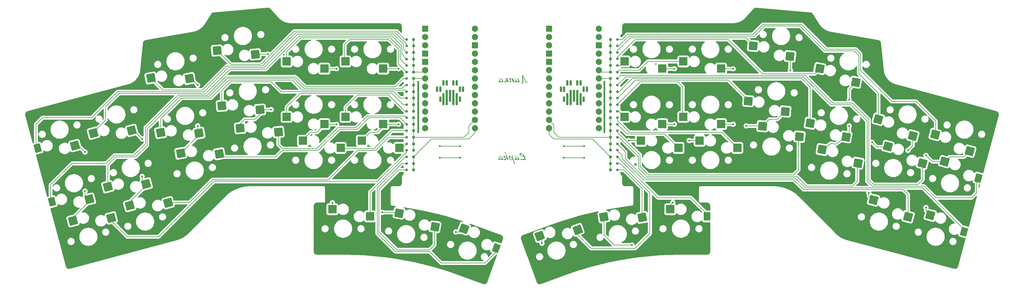
<source format=gbr>
%TF.GenerationSoftware,KiCad,Pcbnew,9.0.7*%
%TF.CreationDate,2026-02-05T22:02:29+07:00*%
%TF.ProjectId,Lapka42,4c61706b-6134-4322-9e6b-696361645f70,rev?*%
%TF.SameCoordinates,Original*%
%TF.FileFunction,Copper,L2,Bot*%
%TF.FilePolarity,Positive*%
%FSLAX46Y46*%
G04 Gerber Fmt 4.6, Leading zero omitted, Abs format (unit mm)*
G04 Created by KiCad (PCBNEW 9.0.7) date 2026-02-05 22:02:29*
%MOMM*%
%LPD*%
G01*
G04 APERTURE LIST*
G04 Aperture macros list*
%AMRoundRect*
0 Rectangle with rounded corners*
0 $1 Rounding radius*
0 $2 $3 $4 $5 $6 $7 $8 $9 X,Y pos of 4 corners*
0 Add a 4 corners polygon primitive as box body*
4,1,4,$2,$3,$4,$5,$6,$7,$8,$9,$2,$3,0*
0 Add four circle primitives for the rounded corners*
1,1,$1+$1,$2,$3*
1,1,$1+$1,$4,$5*
1,1,$1+$1,$6,$7*
1,1,$1+$1,$8,$9*
0 Add four rect primitives between the rounded corners*
20,1,$1+$1,$2,$3,$4,$5,0*
20,1,$1+$1,$4,$5,$6,$7,0*
20,1,$1+$1,$6,$7,$8,$9,0*
20,1,$1+$1,$8,$9,$2,$3,0*%
G04 Aperture macros list end*
%ADD10C,0.100000*%
%TA.AperFunction,SMDPad,CuDef*%
%ADD11C,0.800000*%
%TD*%
%TA.AperFunction,SMDPad,CuDef*%
%ADD12RoundRect,0.200000X0.200000X0.200000X-0.200000X0.200000X-0.200000X-0.200000X0.200000X-0.200000X0*%
%TD*%
%TA.AperFunction,SMDPad,CuDef*%
%ADD13RoundRect,0.200000X-0.200000X-0.200000X0.200000X-0.200000X0.200000X0.200000X-0.200000X0.200000X0*%
%TD*%
%TA.AperFunction,ComponentPad*%
%ADD14RoundRect,0.375000X-0.000010X-0.500000X0.000010X-0.500000X0.000010X0.500000X-0.000010X0.500000X0*%
%TD*%
%TA.AperFunction,ComponentPad*%
%ADD15RoundRect,0.375000X-0.000010X-1.500000X0.000010X-1.500000X0.000010X1.500000X-0.000010X1.500000X0*%
%TD*%
%TA.AperFunction,ComponentPad*%
%ADD16RoundRect,0.375000X-0.000010X-2.000000X0.000010X-2.000000X0.000010X2.000000X-0.000010X2.000000X0*%
%TD*%
%TA.AperFunction,SMDPad,CuDef*%
%ADD17RoundRect,0.200000X1.274302X0.892276X-0.892276X1.274302X-1.274302X-0.892276X0.892276X-1.274302X0*%
%TD*%
%TA.AperFunction,SMDPad,CuDef*%
%ADD18RoundRect,0.200000X-1.347219X-0.777817X0.777817X-1.347219X1.347219X0.777817X-0.777817X1.347219X0*%
%TD*%
%TA.AperFunction,SMDPad,CuDef*%
%ADD19RoundRect,0.153846X1.187132X0.787631X-0.403117X1.366434X-1.187132X-0.787631X0.403117X-1.366434X0*%
%TD*%
%TA.AperFunction,SMDPad,CuDef*%
%ADD20RoundRect,0.200000X1.409884X0.657440X-0.657440X1.409884X-1.409884X-0.657440X0.657440X-1.409884X0*%
%TD*%
%TA.AperFunction,SMDPad,CuDef*%
%ADD21RoundRect,0.153846X-0.520676X-1.326101X1.113968X-0.888099X0.520676X1.326101X-1.113968X0.888099X0*%
%TD*%
%TA.AperFunction,SMDPad,CuDef*%
%ADD22RoundRect,0.200000X-0.777817X-1.347219X1.347219X-0.777817X0.777817X1.347219X-1.347219X0.777817X0*%
%TD*%
%TA.AperFunction,SMDPad,CuDef*%
%ADD23RoundRect,0.200000X1.100000X1.100000X-1.100000X1.100000X-1.100000X-1.100000X1.100000X-1.100000X0*%
%TD*%
%TA.AperFunction,SMDPad,CuDef*%
%ADD24RoundRect,0.200000X-1.100000X-1.100000X1.100000X-1.100000X1.100000X1.100000X-1.100000X1.100000X0*%
%TD*%
%TA.AperFunction,SMDPad,CuDef*%
%ADD25RoundRect,0.200000X1.347219X0.777817X-0.777817X1.347219X-1.347219X-0.777817X0.777817X-1.347219X0*%
%TD*%
%TA.AperFunction,ComponentPad*%
%ADD26O,1.900000X1.900000*%
%TD*%
%TA.AperFunction,ComponentPad*%
%ADD27RoundRect,0.250000X-0.700000X-0.700000X0.700000X-0.700000X0.700000X0.700000X-0.700000X0.700000X0*%
%TD*%
%TA.AperFunction,SMDPad,CuDef*%
%ADD28RoundRect,0.153846X0.846154X1.146154X-0.846154X1.146154X-0.846154X-1.146154X0.846154X-1.146154X0*%
%TD*%
%TA.AperFunction,SMDPad,CuDef*%
%ADD29RoundRect,0.200000X1.191685X0.999943X-0.999943X1.191685X-1.191685X-0.999943X0.999943X-1.191685X0*%
%TD*%
%TA.AperFunction,SMDPad,CuDef*%
%ADD30RoundRect,0.200000X-0.999943X-1.191685X1.191685X-0.999943X0.999943X1.191685X-1.191685X0.999943X0*%
%TD*%
%TA.AperFunction,SMDPad,CuDef*%
%ADD31RoundRect,0.200000X-1.274302X-0.892276X0.892276X-1.274302X1.274302X0.892276X-0.892276X1.274302X0*%
%TD*%
%TA.AperFunction,SMDPad,CuDef*%
%ADD32RoundRect,0.200000X0.657440X1.409884X-1.409884X0.657440X-0.657440X-1.409884X1.409884X-0.657440X0*%
%TD*%
%TA.AperFunction,SMDPad,CuDef*%
%ADD33RoundRect,0.200000X-0.892276X-1.274302X1.274302X-0.892276X0.892276X1.274302X-1.274302X0.892276X0*%
%TD*%
%TA.AperFunction,SMDPad,CuDef*%
%ADD34RoundRect,0.200000X0.892276X1.274302X-1.274302X0.892276X-0.892276X-1.274302X1.274302X-0.892276X0*%
%TD*%
%TA.AperFunction,SMDPad,CuDef*%
%ADD35RoundRect,0.200000X-1.191685X-0.999943X0.999943X-1.191685X1.191685X0.999943X-0.999943X1.191685X0*%
%TD*%
%TA.AperFunction,SMDPad,CuDef*%
%ADD36RoundRect,0.153846X1.113968X0.888099X-0.520676X1.326101X-1.113968X-0.888099X0.520676X-1.326101X0*%
%TD*%
%TA.AperFunction,SMDPad,CuDef*%
%ADD37RoundRect,0.200000X0.999943X1.191685X-1.191685X0.999943X-0.999943X-1.191685X1.191685X-0.999943X0*%
%TD*%
%TA.AperFunction,SMDPad,CuDef*%
%ADD38RoundRect,0.200000X0.777817X1.347219X-1.347219X0.777817X-0.777817X-1.347219X1.347219X-0.777817X0*%
%TD*%
%TA.AperFunction,ViaPad*%
%ADD39C,0.600000*%
%TD*%
%TA.AperFunction,Conductor*%
%ADD40C,0.200000*%
%TD*%
%TA.AperFunction,Conductor*%
%ADD41C,0.500000*%
%TD*%
G04 APERTURE END LIST*
D10*
G36*
X220909389Y-134902211D02*
G01*
X220897949Y-135052272D01*
X220868395Y-135156013D01*
X220825583Y-135225680D01*
X220762793Y-135278886D01*
X220668254Y-135324521D01*
X220531729Y-135360319D01*
X220573708Y-135489767D01*
X220710026Y-135496789D01*
X220810493Y-135485648D01*
X220899162Y-135453186D01*
X220978808Y-135398975D01*
X221051050Y-135320171D01*
X221121580Y-135196125D01*
X221166201Y-135045024D01*
X221182178Y-134860232D01*
X221169719Y-134374914D01*
X221133999Y-133936685D01*
X221077306Y-133541625D01*
X221042349Y-133335240D01*
X221049856Y-133308391D01*
X221070284Y-133300283D01*
X221098876Y-133318009D01*
X221152415Y-133406945D01*
X221248734Y-133650008D01*
X221350095Y-133940352D01*
X221512302Y-134360584D01*
X221663261Y-134683941D01*
X221803165Y-134926635D01*
X221928229Y-135097798D01*
X222057409Y-135235079D01*
X222190922Y-135342551D01*
X222329509Y-135423364D01*
X222420337Y-135231023D01*
X222202102Y-135053568D01*
X222029855Y-134882442D01*
X221897504Y-134716892D01*
X221786014Y-134533600D01*
X221653526Y-134259863D01*
X221497099Y-133870437D01*
X221378183Y-133552158D01*
X221253750Y-133245847D01*
X221164776Y-133078175D01*
X221096249Y-132994253D01*
X221029616Y-132950274D01*
X220961901Y-132936514D01*
X220880775Y-132950530D01*
X220825834Y-132989076D01*
X220790364Y-133054970D01*
X220776582Y-133160454D01*
X220808028Y-133475222D01*
X220866945Y-134033112D01*
X220899405Y-134505562D01*
X220909389Y-134902211D01*
G37*
G36*
X218537486Y-134821763D02*
G01*
X218457038Y-134881145D01*
X218522627Y-134979204D01*
X218637168Y-135080661D01*
X218728112Y-135136103D01*
X218806984Y-135165855D01*
X218876678Y-135175000D01*
X218969591Y-135160503D01*
X219030621Y-135121652D01*
X219068632Y-135057635D01*
X219083063Y-134958081D01*
X219071247Y-134853260D01*
X219030551Y-134716892D01*
X219160000Y-134849699D01*
X219348275Y-135020067D01*
X219486980Y-135108596D01*
X219626226Y-135158980D01*
X219758090Y-135175000D01*
X219843437Y-135165729D01*
X219908887Y-135140249D01*
X219959132Y-135099895D01*
X219995770Y-135045912D01*
X220018979Y-134977819D01*
X220027367Y-134891678D01*
X220016376Y-134773842D01*
X219982783Y-134654987D01*
X219924603Y-134533324D01*
X219838537Y-134407314D01*
X219702644Y-134259023D01*
X219542588Y-134129197D01*
X219355852Y-134017288D01*
X219155820Y-133931940D01*
X218960732Y-133881474D01*
X218768295Y-133863415D01*
X218761273Y-133978820D01*
X218908124Y-134010266D01*
X219112857Y-134072870D01*
X219299143Y-134165852D01*
X219469578Y-134290230D01*
X219584780Y-134405377D01*
X219658737Y-134511803D01*
X219699594Y-134611774D01*
X219712599Y-134708190D01*
X219699976Y-134806643D01*
X219667617Y-134867832D01*
X219617812Y-134903388D01*
X219544682Y-134916255D01*
X219446237Y-134897375D01*
X219320370Y-134830953D01*
X219156489Y-134695978D01*
X219012086Y-134541582D01*
X218883978Y-134369453D01*
X218771806Y-134178183D01*
X218624803Y-134265653D01*
X218766547Y-134571455D01*
X218827476Y-134739917D01*
X218841721Y-134821763D01*
X218833348Y-134867060D01*
X218808595Y-134904043D01*
X218773801Y-134929624D01*
X218742039Y-134937168D01*
X218698381Y-134933657D01*
X218677315Y-134924956D01*
X218651059Y-134909233D01*
X218623124Y-134888167D01*
X218582976Y-134856721D01*
X218537486Y-134821763D01*
G37*
G36*
X216862743Y-134751849D02*
G01*
X216789165Y-134807719D01*
X216880743Y-134949504D01*
X217000893Y-135066617D01*
X217094801Y-135128732D01*
X217174640Y-135161534D01*
X217243915Y-135171489D01*
X217343149Y-135154950D01*
X217415343Y-135108596D01*
X217462277Y-135038313D01*
X217478235Y-134951212D01*
X217455569Y-134842684D01*
X217357640Y-134620721D01*
X217282678Y-134457595D01*
X217246617Y-134346188D01*
X217236893Y-134272675D01*
X217246581Y-134226751D01*
X217277193Y-134183526D01*
X217321404Y-134153261D01*
X217373363Y-134143226D01*
X217453003Y-134156687D01*
X217537427Y-134200078D01*
X217630140Y-134281758D01*
X217733622Y-134414336D01*
X217912223Y-134718925D01*
X218139370Y-135195913D01*
X218349114Y-135122487D01*
X218268144Y-134721079D01*
X218158604Y-134330377D01*
X218028798Y-133973717D01*
X217929474Y-133775946D01*
X217785981Y-133821436D01*
X217884376Y-134116502D01*
X218034346Y-134678271D01*
X217840829Y-134376159D01*
X217669465Y-134159885D01*
X217517595Y-134012414D01*
X217382203Y-133919204D01*
X217259738Y-133868673D01*
X217146065Y-133852882D01*
X217065534Y-133867973D01*
X217000893Y-133912417D01*
X216957510Y-133977324D01*
X216943191Y-134052246D01*
X216948681Y-134130287D01*
X216964257Y-134197418D01*
X217095385Y-134498294D01*
X217186971Y-134715421D01*
X217205446Y-134793828D01*
X217196226Y-134847937D01*
X217170489Y-134886488D01*
X217134527Y-134912245D01*
X217104086Y-134919613D01*
X217051573Y-134909233D01*
X217004404Y-134877786D01*
X216957235Y-134839318D01*
X216906402Y-134791996D01*
X216862743Y-134751849D01*
G37*
G36*
X215376373Y-134786806D02*
G01*
X215289056Y-134863743D01*
X215405501Y-135024763D01*
X215514242Y-135124888D01*
X215617501Y-135178867D01*
X215719229Y-135195913D01*
X215798751Y-135180277D01*
X215885286Y-135128615D01*
X215983316Y-135028148D01*
X216064722Y-134911509D01*
X216117442Y-134803727D01*
X216145890Y-134702848D01*
X216264959Y-134905722D01*
X216353414Y-135064104D01*
X216404788Y-135175000D01*
X216614531Y-135101574D01*
X216531679Y-134678495D01*
X216434555Y-134290230D01*
X216320910Y-133939665D01*
X216233360Y-133755033D01*
X216089867Y-133800523D01*
X216156919Y-134027352D01*
X216299763Y-134657357D01*
X216159722Y-134398410D01*
X216030604Y-134210065D01*
X215911570Y-134078502D01*
X215773994Y-133968025D01*
X215631124Y-133887871D01*
X215481397Y-133835480D01*
X215481397Y-134066290D01*
X215596052Y-134087888D01*
X215713146Y-134145770D01*
X215836219Y-134247661D01*
X215967593Y-134405482D01*
X215945332Y-134552808D01*
X215900105Y-134677380D01*
X215832954Y-134783295D01*
X215745083Y-134874150D01*
X215670195Y-134920032D01*
X215603824Y-134933657D01*
X215541000Y-134909448D01*
X215376373Y-134786806D01*
G37*
G36*
X213547605Y-134821763D02*
G01*
X213467157Y-134881145D01*
X213532745Y-134979204D01*
X213647286Y-135080661D01*
X213738230Y-135136103D01*
X213817102Y-135165855D01*
X213886797Y-135175000D01*
X213979710Y-135160503D01*
X214040739Y-135121652D01*
X214078750Y-135057635D01*
X214093182Y-134958081D01*
X214081365Y-134853260D01*
X214040670Y-134716892D01*
X214170118Y-134849699D01*
X214358394Y-135020067D01*
X214497099Y-135108596D01*
X214636345Y-135158980D01*
X214768208Y-135175000D01*
X214853556Y-135165729D01*
X214919006Y-135140249D01*
X214969251Y-135099895D01*
X215005889Y-135045912D01*
X215029098Y-134977819D01*
X215037486Y-134891678D01*
X215026495Y-134773842D01*
X214992902Y-134654987D01*
X214934722Y-134533324D01*
X214848656Y-134407314D01*
X214712763Y-134259023D01*
X214552706Y-134129197D01*
X214365971Y-134017288D01*
X214165938Y-133931940D01*
X213970851Y-133881474D01*
X213778414Y-133863415D01*
X213771392Y-133978820D01*
X213918243Y-134010266D01*
X214122976Y-134072870D01*
X214309262Y-134165852D01*
X214479696Y-134290230D01*
X214594898Y-134405377D01*
X214668856Y-134511803D01*
X214709713Y-134611774D01*
X214722718Y-134708190D01*
X214710095Y-134806643D01*
X214677735Y-134867832D01*
X214627931Y-134903388D01*
X214554801Y-134916255D01*
X214456356Y-134897375D01*
X214330489Y-134830953D01*
X214166607Y-134695978D01*
X214022205Y-134541582D01*
X213894097Y-134369453D01*
X213781925Y-134178183D01*
X213634921Y-134265653D01*
X213776666Y-134571455D01*
X213837595Y-134739917D01*
X213851840Y-134821763D01*
X213843467Y-134867060D01*
X213818714Y-134904043D01*
X213783919Y-134929624D01*
X213752158Y-134937168D01*
X213708499Y-134933657D01*
X213687434Y-134924956D01*
X213661177Y-134909233D01*
X213633242Y-134888167D01*
X213593095Y-134856721D01*
X213547605Y-134821763D01*
G37*
G36*
X220523650Y-156838792D02*
G01*
X220685293Y-156883569D01*
X220846843Y-156960213D01*
X221010205Y-157072348D01*
X221151489Y-157203837D01*
X221284449Y-157368545D01*
X221408999Y-157571157D01*
X221524337Y-157817288D01*
X221666101Y-157805640D01*
X221787293Y-157772536D01*
X221891617Y-157719439D01*
X221965042Y-157848735D01*
X221845432Y-157920783D01*
X221717038Y-157963646D01*
X221576849Y-157978183D01*
X221717559Y-158370210D01*
X221804147Y-158567572D01*
X221875151Y-158720589D01*
X221898639Y-158800061D01*
X221884386Y-158862452D01*
X221844351Y-158899600D01*
X221769190Y-158915465D01*
X221741176Y-158910545D01*
X221342528Y-158905085D01*
X220688415Y-158933020D01*
X220590606Y-158923138D01*
X220504928Y-158894552D01*
X220429075Y-158853332D01*
X220380669Y-158815936D01*
X220268776Y-158695189D01*
X220363114Y-158569251D01*
X220462459Y-158626804D01*
X220560937Y-158659905D01*
X220660480Y-158670765D01*
X221387866Y-158649699D01*
X221629208Y-158660232D01*
X221544345Y-158564275D01*
X221455796Y-158424294D01*
X221363726Y-158228702D01*
X221268950Y-157964139D01*
X221025418Y-157933622D01*
X220799138Y-157875174D01*
X220587773Y-157789323D01*
X220389371Y-157675628D01*
X220235599Y-157558618D01*
X220127395Y-157446487D01*
X220056277Y-157338174D01*
X220015973Y-157231828D01*
X220012721Y-157205307D01*
X220345712Y-157205307D01*
X220359625Y-157297778D01*
X220403243Y-157391420D01*
X220482707Y-157489331D01*
X220607968Y-157593501D01*
X220742897Y-157675248D01*
X220888781Y-157737444D01*
X221047207Y-157780295D01*
X221220102Y-157803244D01*
X221151773Y-157576459D01*
X221062701Y-157388339D01*
X220954335Y-157233243D01*
X220852990Y-157131197D01*
X220753373Y-157063827D01*
X220653841Y-157025406D01*
X220551945Y-157012814D01*
X220470979Y-157027062D01*
X220405246Y-157068837D01*
X220360534Y-157131108D01*
X220345712Y-157205307D01*
X220012721Y-157205307D01*
X220002856Y-157124860D01*
X220014154Y-157038452D01*
X220046595Y-156966773D01*
X220100859Y-156906263D01*
X220170346Y-156861836D01*
X220255247Y-156833949D01*
X220359603Y-156823983D01*
X220523650Y-156838792D01*
G37*
G36*
X218432527Y-158621763D02*
G01*
X218352080Y-158681145D01*
X218417668Y-158779204D01*
X218532209Y-158880661D01*
X218623153Y-158936103D01*
X218702025Y-158965855D01*
X218771720Y-158975000D01*
X218864633Y-158960503D01*
X218925662Y-158921652D01*
X218963673Y-158857635D01*
X218978105Y-158758081D01*
X218966288Y-158653260D01*
X218925593Y-158516892D01*
X219055041Y-158649699D01*
X219243317Y-158820067D01*
X219382021Y-158908596D01*
X219521268Y-158958980D01*
X219653131Y-158975000D01*
X219738582Y-158965726D01*
X219804078Y-158940242D01*
X219854326Y-158899895D01*
X219890877Y-158845924D01*
X219914037Y-158777831D01*
X219922409Y-158691678D01*
X219911418Y-158573842D01*
X219877825Y-158454987D01*
X219819645Y-158333324D01*
X219733579Y-158207314D01*
X219597685Y-158059023D01*
X219437629Y-157929197D01*
X219250894Y-157817288D01*
X219050861Y-157731940D01*
X218855774Y-157681474D01*
X218663337Y-157663415D01*
X218656315Y-157778820D01*
X218803166Y-157810266D01*
X219007899Y-157872870D01*
X219194185Y-157965852D01*
X219364619Y-158090230D01*
X219479821Y-158205377D01*
X219553779Y-158311803D01*
X219594636Y-158411774D01*
X219607641Y-158508190D01*
X219595018Y-158606643D01*
X219562658Y-158667832D01*
X219512854Y-158703388D01*
X219439724Y-158716255D01*
X219341279Y-158697375D01*
X219215412Y-158630953D01*
X219051530Y-158495978D01*
X218907128Y-158341582D01*
X218779020Y-158169453D01*
X218666848Y-157978183D01*
X218519844Y-158065653D01*
X218661589Y-158371455D01*
X218722518Y-158539917D01*
X218736762Y-158621763D01*
X218728390Y-158667060D01*
X218703637Y-158704043D01*
X218668842Y-158729624D01*
X218637081Y-158737168D01*
X218593422Y-158733657D01*
X218572356Y-158724956D01*
X218546100Y-158709233D01*
X218518165Y-158688167D01*
X218478018Y-158656721D01*
X218432527Y-158621763D01*
G37*
G36*
X217770477Y-158331420D02*
G01*
X217581959Y-158069290D01*
X217430249Y-157895065D01*
X217308858Y-157787674D01*
X217172545Y-157701107D01*
X217060210Y-157655984D01*
X216966154Y-157642502D01*
X216872062Y-157653258D01*
X216797772Y-157683270D01*
X216738703Y-157731651D01*
X216694614Y-157795167D01*
X216667681Y-157869390D01*
X216658256Y-157957270D01*
X216674788Y-158140278D01*
X216724232Y-158315873D01*
X216807955Y-158486759D01*
X216929365Y-158655041D01*
X217047303Y-158776304D01*
X217166037Y-158865501D01*
X217286556Y-158926802D01*
X217410419Y-158962928D01*
X217539667Y-158975000D01*
X217680311Y-158960503D01*
X217777499Y-158922487D01*
X217693540Y-158772125D01*
X217466242Y-158796550D01*
X217378903Y-158784418D01*
X217292445Y-158746943D01*
X217204343Y-158679951D01*
X217113005Y-158576273D01*
X217019258Y-158423269D01*
X216965944Y-158273943D01*
X216948599Y-158125034D01*
X216961689Y-158043932D01*
X216999280Y-157980015D01*
X217057017Y-157936795D01*
X217130408Y-157922160D01*
X217214981Y-157937674D01*
X217312175Y-157989723D01*
X217427519Y-158091500D01*
X217565923Y-158261505D01*
X217717241Y-158493579D01*
X217868944Y-158771964D01*
X218020520Y-159102616D01*
X218216769Y-159615569D01*
X218389480Y-160171179D01*
X218599376Y-160097753D01*
X218468248Y-159735663D01*
X218225226Y-159058958D01*
X217940343Y-158223716D01*
X217896414Y-158048098D01*
X217906885Y-157901095D01*
X217937410Y-157766573D01*
X217987395Y-157642502D01*
X217812456Y-157555033D01*
X217751198Y-157659302D01*
X217715766Y-157764141D01*
X217704073Y-157871632D01*
X217718243Y-158052308D01*
X217770477Y-158331420D01*
G37*
G36*
X215146851Y-158618252D02*
G01*
X215059534Y-158695189D01*
X215175987Y-158856293D01*
X215284731Y-158956462D01*
X215387986Y-159010460D01*
X215489706Y-159027512D01*
X215574232Y-159008945D01*
X215667962Y-158946295D01*
X215776539Y-158821127D01*
X215865647Y-158677401D01*
X215910501Y-158567009D01*
X215923390Y-158481782D01*
X215905759Y-158437426D01*
X215836109Y-158383062D01*
X215671515Y-158314017D01*
X215581340Y-158274305D01*
X215498560Y-158217847D01*
X215437532Y-158148397D01*
X215419792Y-158083208D01*
X215430124Y-158019561D01*
X215458260Y-157976504D01*
X215501268Y-157949173D01*
X215556110Y-157939715D01*
X215658180Y-157965724D01*
X215768516Y-158030563D01*
X215891255Y-158145835D01*
X216029446Y-158327803D01*
X216185315Y-158596458D01*
X216360585Y-158975000D01*
X216573992Y-158901574D01*
X216552511Y-158784208D01*
X216445029Y-158442326D01*
X216166564Y-157684481D01*
X215873237Y-156954126D01*
X215692142Y-156566182D01*
X215587556Y-156393811D01*
X215416281Y-156456703D01*
X215635479Y-156869484D01*
X215840876Y-157323262D01*
X216031637Y-157821125D01*
X216206712Y-158366377D01*
X216012582Y-158097436D01*
X215858915Y-157923651D01*
X215738071Y-157820799D01*
X215602555Y-157741762D01*
X215478876Y-157698110D01*
X215363769Y-157684329D01*
X215264561Y-157701645D01*
X215190662Y-157750885D01*
X215142568Y-157825317D01*
X215125937Y-157920481D01*
X215138767Y-158019454D01*
X215176618Y-158107632D01*
X215236935Y-158184988D01*
X215321789Y-158254483D01*
X215467720Y-158341245D01*
X215657623Y-158432933D01*
X215629308Y-158539997D01*
X215592676Y-158621088D01*
X215549088Y-158681297D01*
X215493642Y-158729064D01*
X215436015Y-158756155D01*
X215374302Y-158765103D01*
X215311478Y-158740895D01*
X215146851Y-158618252D01*
G37*
G36*
X213474398Y-158621763D02*
G01*
X213393950Y-158681145D01*
X213459538Y-158779204D01*
X213574079Y-158880661D01*
X213665023Y-158936103D01*
X213743896Y-158965855D01*
X213813590Y-158975000D01*
X213906503Y-158960503D01*
X213967532Y-158921652D01*
X214005543Y-158857635D01*
X214019975Y-158758081D01*
X214008158Y-158653260D01*
X213967463Y-158516892D01*
X214096912Y-158649699D01*
X214285187Y-158820067D01*
X214423892Y-158908596D01*
X214563138Y-158958980D01*
X214695001Y-158975000D01*
X214780453Y-158965726D01*
X214845948Y-158940242D01*
X214896196Y-158899895D01*
X214932747Y-158845924D01*
X214955907Y-158777831D01*
X214964279Y-158691678D01*
X214953288Y-158573842D01*
X214919695Y-158454987D01*
X214861515Y-158333324D01*
X214775449Y-158207314D01*
X214639556Y-158059023D01*
X214479499Y-157929197D01*
X214292764Y-157817288D01*
X214092731Y-157731940D01*
X213897644Y-157681474D01*
X213705207Y-157663415D01*
X213698185Y-157778820D01*
X213845036Y-157810266D01*
X214049769Y-157872870D01*
X214236055Y-157965852D01*
X214406489Y-158090230D01*
X214521691Y-158205377D01*
X214595649Y-158311803D01*
X214636506Y-158411774D01*
X214649511Y-158508190D01*
X214636888Y-158606643D01*
X214604528Y-158667832D01*
X214554724Y-158703388D01*
X214481594Y-158716255D01*
X214383149Y-158697375D01*
X214257282Y-158630953D01*
X214093401Y-158495978D01*
X213948998Y-158341582D01*
X213820890Y-158169453D01*
X213708718Y-157978183D01*
X213561714Y-158065653D01*
X213703459Y-158371455D01*
X213764388Y-158539917D01*
X213778633Y-158621763D01*
X213770260Y-158667060D01*
X213745507Y-158704043D01*
X213710713Y-158729624D01*
X213678951Y-158737168D01*
X213635293Y-158733657D01*
X213614227Y-158724956D01*
X213587971Y-158709233D01*
X213560035Y-158688167D01*
X213519888Y-158656721D01*
X213474398Y-158621763D01*
G37*
D11*
%TO.P,D42,2,A*%
%TO.N,Net-(D42-A)*%
X185450003Y-156003556D03*
D12*
%TO.P,D42,1,K*%
%TO.N,R2_L*%
X187550003Y-156000009D03*
%TD*%
D11*
%TO.P,D41,2,A*%
%TO.N,Net-(D41-A)*%
X185450000Y-134003556D03*
D12*
%TO.P,D41,1,K*%
%TO.N,R1_L*%
X187550000Y-134000009D03*
%TD*%
D11*
%TO.P,D40,2,A*%
%TO.N,Net-(D40-A)*%
X185449998Y-126003553D03*
D12*
%TO.P,D40,1,K*%
%TO.N,R0_L*%
X187549998Y-126000006D03*
%TD*%
D11*
%TO.P,D39,2,A*%
%TO.N,Net-(D39-A)*%
X185449999Y-152003554D03*
D12*
%TO.P,D39,1,K*%
%TO.N,R2_L*%
X187549999Y-152000007D03*
%TD*%
D11*
%TO.P,D38,2,A*%
%TO.N,Net-(D38-A)*%
X185450003Y-136003556D03*
D12*
%TO.P,D38,1,K*%
%TO.N,R1_L*%
X187550003Y-136000009D03*
%TD*%
D11*
%TO.P,D37,2,A*%
%TO.N,Net-(D37-A)*%
X185450000Y-128003550D03*
D12*
%TO.P,D37,1,K*%
%TO.N,R0_L*%
X187550000Y-128000003D03*
%TD*%
D11*
%TO.P,D36,2,A*%
%TO.N,Net-(D36-A)*%
X185450000Y-148003555D03*
D12*
%TO.P,D36,1,K*%
%TO.N,R2_L*%
X187550000Y-148000008D03*
%TD*%
D11*
%TO.P,D35,2,A*%
%TO.N,Net-(D35-A)*%
X185450000Y-138003562D03*
D12*
%TO.P,D35,1,K*%
%TO.N,R1_L*%
X187550000Y-138000015D03*
%TD*%
D11*
%TO.P,D34,2,A*%
%TO.N,Net-(D34-A)*%
X185449999Y-124003552D03*
D12*
%TO.P,D34,1,K*%
%TO.N,R0_L*%
X187549999Y-124000005D03*
%TD*%
D11*
%TO.P,D33,2,A*%
%TO.N,Net-(D33-A)*%
X185449998Y-158003553D03*
D12*
%TO.P,D33,1,K*%
%TO.N,R3_L*%
X187549998Y-158000006D03*
%TD*%
D11*
%TO.P,D32,2,A*%
%TO.N,Net-(D32-A)*%
X185450000Y-146003552D03*
D12*
%TO.P,D32,1,K*%
%TO.N,R2_L*%
X187550000Y-146000005D03*
%TD*%
D11*
%TO.P,D31,2,A*%
%TO.N,Net-(D31-A)*%
X185449999Y-140003552D03*
D12*
%TO.P,D31,1,K*%
%TO.N,R1_L*%
X187549999Y-140000005D03*
%TD*%
D11*
%TO.P,D30,2,A*%
%TO.N,Net-(D30-A)*%
X185449999Y-122003558D03*
D12*
%TO.P,D30,1,K*%
%TO.N,R0_L*%
X187549999Y-122000011D03*
%TD*%
D11*
%TO.P,D29,2,A*%
%TO.N,Net-(D29-A)*%
X185449999Y-162003557D03*
D12*
%TO.P,D29,1,K*%
%TO.N,R3_L*%
X187549999Y-162000010D03*
%TD*%
D11*
%TO.P,D28,2,A*%
%TO.N,Net-(D28-A)*%
X185449994Y-150003557D03*
D12*
%TO.P,D28,1,K*%
%TO.N,R2_L*%
X187549994Y-150000010D03*
%TD*%
D11*
%TO.P,D27,2,A*%
%TO.N,Net-(D27-A)*%
X185449997Y-142003550D03*
D12*
%TO.P,D27,1,K*%
%TO.N,R1_L*%
X187549997Y-142000003D03*
%TD*%
D11*
%TO.P,D26,2,A*%
%TO.N,Net-(D26-A)*%
X185450003Y-130003553D03*
D12*
%TO.P,D26,1,K*%
%TO.N,R0_L*%
X187550003Y-130000006D03*
%TD*%
D11*
%TO.P,D25,2,A*%
%TO.N,Net-(D25-A)*%
X185450002Y-160003554D03*
D12*
%TO.P,D25,1,K*%
%TO.N,R3_L*%
X187550002Y-160000007D03*
%TD*%
D11*
%TO.P,D24,2,A*%
%TO.N,Net-(D24-A)*%
X185450002Y-154003552D03*
D12*
%TO.P,D24,1,K*%
%TO.N,R2_L*%
X187550002Y-154000005D03*
%TD*%
D11*
%TO.P,D23,2,A*%
%TO.N,Net-(D23-A)*%
X185449999Y-144003552D03*
D12*
%TO.P,D23,1,K*%
%TO.N,R1_L*%
X187549999Y-144000005D03*
%TD*%
D11*
%TO.P,D22,2,A*%
%TO.N,Net-(D22-A)*%
X185450003Y-132003553D03*
D12*
%TO.P,D22,1,K*%
%TO.N,R0_L*%
X187550003Y-132000006D03*
%TD*%
D11*
%TO.P,D21,2,A*%
%TO.N,Net-(D21-A)*%
X249962159Y-158002730D03*
D13*
%TO.P,D21,1,K*%
%TO.N,R3*%
X247862159Y-158006277D03*
%TD*%
D11*
%TO.P,D20,2,A*%
%TO.N,Net-(D20-A)*%
X249962159Y-162002728D03*
D13*
%TO.P,D20,1,K*%
%TO.N,R3*%
X247862159Y-162006275D03*
%TD*%
D11*
%TO.P,D19,2,A*%
%TO.N,Net-(D19-A)*%
X249962159Y-160002730D03*
D13*
%TO.P,D19,1,K*%
%TO.N,R3*%
X247862159Y-160006277D03*
%TD*%
D11*
%TO.P,D18,2,A*%
%TO.N,Net-(D18-A)*%
X249962158Y-154002732D03*
D13*
%TO.P,D18,1,K*%
%TO.N,R2*%
X247862158Y-154006279D03*
%TD*%
D11*
%TO.P,D17,2,A*%
%TO.N,Net-(D17-A)*%
X249962158Y-155911594D03*
D13*
%TO.P,D17,1,K*%
%TO.N,R2*%
X247862158Y-155915141D03*
%TD*%
D11*
%TO.P,D16,2,A*%
%TO.N,Net-(D16-A)*%
X249962158Y-152002730D03*
D13*
%TO.P,D16,1,K*%
%TO.N,R2*%
X247862158Y-152006277D03*
%TD*%
D11*
%TO.P,D15,2,A*%
%TO.N,Net-(D15-A)*%
X249962158Y-150002731D03*
D13*
%TO.P,D15,1,K*%
%TO.N,R2*%
X247862158Y-150006278D03*
%TD*%
D11*
%TO.P,D14,2,A*%
%TO.N,Net-(D14-A)*%
X249962158Y-146002730D03*
D13*
%TO.P,D14,1,K*%
%TO.N,R2*%
X247862158Y-146006277D03*
%TD*%
D11*
%TO.P,D13,2,A*%
%TO.N,Net-(D13-A)*%
X249962159Y-148002730D03*
D13*
%TO.P,D13,1,K*%
%TO.N,R2*%
X247862159Y-148006277D03*
%TD*%
D11*
%TO.P,D12,2,A*%
%TO.N,Net-(D12-A)*%
X249962159Y-136002731D03*
D13*
%TO.P,D12,1,K*%
%TO.N,R1*%
X247862159Y-136006278D03*
%TD*%
D11*
%TO.P,D11,2,A*%
%TO.N,Net-(D11-A)*%
X249962158Y-134002731D03*
D13*
%TO.P,D11,1,K*%
%TO.N,R1*%
X247862158Y-134006278D03*
%TD*%
D11*
%TO.P,D10,2,A*%
%TO.N,Net-(D10-A)*%
X249962159Y-138002731D03*
D13*
%TO.P,D10,1,K*%
%TO.N,R1*%
X247862159Y-138006278D03*
%TD*%
D11*
%TO.P,D9,2,A*%
%TO.N,Net-(D9-A)*%
X249962160Y-140002732D03*
D13*
%TO.P,D9,1,K*%
%TO.N,R1*%
X247862160Y-140006279D03*
%TD*%
D11*
%TO.P,D8,2,A*%
%TO.N,Net-(D8-A)*%
X249962159Y-142002729D03*
D13*
%TO.P,D8,1,K*%
%TO.N,R1*%
X247862159Y-142006276D03*
%TD*%
D11*
%TO.P,D7,2,A*%
%TO.N,Net-(D7-A)*%
X249962160Y-144002731D03*
D13*
%TO.P,D7,1,K*%
%TO.N,R1*%
X247862160Y-144006278D03*
%TD*%
D11*
%TO.P,D6,2,A*%
%TO.N,Net-(D6-A)*%
X249962160Y-121990195D03*
D13*
%TO.P,D6,1,K*%
%TO.N,R0*%
X247862160Y-121993742D03*
%TD*%
D11*
%TO.P,D5,2,A*%
%TO.N,Net-(D5-A)*%
X249962159Y-123990196D03*
D13*
%TO.P,D5,1,K*%
%TO.N,R0*%
X247862159Y-123993743D03*
%TD*%
D11*
%TO.P,D4,2,A*%
%TO.N,Net-(D4-A)*%
X249962158Y-127990192D03*
D13*
%TO.P,D4,1,K*%
%TO.N,R0*%
X247862158Y-127993739D03*
%TD*%
D11*
%TO.P,D3,2,A*%
%TO.N,Net-(D3-A)*%
X249962159Y-125990198D03*
D13*
%TO.P,D3,1,K*%
%TO.N,R0*%
X247862159Y-125993745D03*
%TD*%
D11*
%TO.P,D2,2,A*%
%TO.N,Net-(D2-A)*%
X249962159Y-131990193D03*
D13*
%TO.P,D2,1,K*%
%TO.N,R0*%
X247862159Y-131993740D03*
%TD*%
D11*
%TO.P,D1,2,A*%
%TO.N,Net-(D1-A)*%
X249962159Y-129990199D03*
D13*
%TO.P,D1,1,K*%
%TO.N,R0*%
X247862159Y-129993746D03*
%TD*%
D14*
%TO.P,REF\u002A\u002A,*%
%TO.N,*%
X202750001Y-137300000D03*
X201750001Y-140300000D03*
X201750001Y-137300000D03*
D15*
X200750001Y-140300000D03*
D14*
X200750001Y-135300000D03*
D16*
X199750001Y-139800000D03*
D14*
X199750001Y-135300000D03*
D15*
X198750001Y-139300000D03*
D16*
X197750001Y-139800000D03*
D14*
X197750001Y-135300000D03*
D15*
X196750001Y-140300000D03*
D14*
X196750001Y-135300000D03*
X195750001Y-140300000D03*
X195750001Y-137300000D03*
X194750001Y-137300000D03*
%TD*%
D17*
%TO.P,SW29,2,2*%
%TO.N,Net-(D29-A)*%
X194139742Y-179435878D03*
%TO.P,SW29,1,1*%
%TO.N,C1_L*%
X183147246Y-175263666D03*
%TD*%
D18*
%TO.P,SW6,2,2*%
%TO.N,Net-(D6-A)*%
X347212337Y-151126392D03*
%TO.P,SW6,1,1*%
%TO.N,C5*%
X357799379Y-156240789D03*
%TD*%
D17*
%TO.P,SW16,2,2*%
%TO.N,Net-(D16-A)*%
X323615167Y-159928733D03*
%TO.P,SW16,1,1*%
%TO.N,C3*%
X312622663Y-155756519D03*
%TD*%
D19*
%TO.P,SW25,2,2*%
%TO.N,Net-(D25-A)*%
X212867569Y-185920220D03*
D20*
%TO.P,SW25,1,1*%
%TO.N,C0_L*%
X203048476Y-180005174D03*
%TD*%
D21*
%TO.P,SW41,2,2*%
%TO.N,Net-(D41-A)*%
X76903454Y-171752931D03*
D22*
%TO.P,SW41,1,1*%
%TO.N,C5_L*%
X88339516Y-170966253D03*
%TD*%
D23*
%TO.P,SW33,2,2*%
%TO.N,Net-(D33-A)*%
X174274999Y-176250003D03*
%TO.P,SW33,1,1*%
%TO.N,C2_L*%
X162725006Y-174050003D03*
%TD*%
D24*
%TO.P,SW22,2,2*%
%TO.N,Net-(D22-A)*%
X166725000Y-128750000D03*
%TO.P,SW22,1,1*%
%TO.N,C0_L*%
X178275000Y-130950000D03*
%TD*%
D23*
%TO.P,SW28,2,2*%
%TO.N,Net-(D28-A)*%
X165274998Y-155249994D03*
%TO.P,SW28,1,1*%
%TO.N,C1_L*%
X153725005Y-153049994D03*
%TD*%
D25*
%TO.P,SW17,2,2*%
%TO.N,Net-(D17-A)*%
X338953032Y-176348133D03*
%TO.P,SW17,1,1*%
%TO.N,C4*%
X328365990Y-171233736D03*
%TD*%
D24*
%TO.P,SW23,2,2*%
%TO.N,Net-(D23-A)*%
X166724993Y-145750005D03*
%TO.P,SW23,1,1*%
%TO.N,C0_L*%
X178274993Y-147950005D03*
%TD*%
D26*
%TO.P,U1,25,B+*%
%TO.N,B+_R*%
X244269698Y-118759200D03*
%TO.P,U1,24,RAW*%
%TO.N,unconnected-(U1-RAW-Pad24)*%
X244269698Y-121299200D03*
D27*
%TO.P,U1,23,GND*%
%TO.N,unconnected-(U1-GND-Pad23)*%
X244269698Y-123839200D03*
D26*
%TO.P,U1,22,RST*%
%TO.N,RST_R*%
X244269698Y-126379200D03*
%TO.P,U1,21,VCC*%
%TO.N,unconnected-(U1-VCC-Pad21)*%
X244269698Y-128919200D03*
%TO.P,U1,20,D21*%
%TO.N,R0*%
X244269698Y-131459200D03*
%TO.P,U1,19,D20*%
%TO.N,R1*%
X244269698Y-133999200D03*
%TO.P,U1,18,D19*%
%TO.N,C5*%
X244269698Y-136539200D03*
%TO.P,U1,17,D18*%
%TO.N,C4*%
X244269698Y-139079200D03*
%TO.P,U1,16,D15*%
%TO.N,C3*%
X244269698Y-141619200D03*
%TO.P,U1,15,D14*%
%TO.N,C2*%
X244269698Y-144159200D03*
%TO.P,U1,14,D16*%
%TO.N,C1*%
X244269698Y-146699200D03*
%TO.P,U1,13,D10*%
%TO.N,C0*%
X244269698Y-149239200D03*
%TO.P,U1,12,D9*%
%TO.N,R3*%
X229029698Y-149239200D03*
%TO.P,U1,11,D8*%
%TO.N,R2*%
X229029698Y-146699200D03*
%TO.P,U1,10,D7*%
%TO.N,unconnected-(U1-D7-Pad10)*%
X229029698Y-144159200D03*
%TO.P,U1,9,D6*%
%TO.N,unconnected-(U1-D6-Pad9)*%
X229029698Y-141619200D03*
%TO.P,U1,8,D5*%
%TO.N,unconnected-(U1-D5-Pad8)*%
X229029698Y-139079200D03*
%TO.P,U1,7,D4*%
%TO.N,unconnected-(U1-D4-Pad7)*%
X229029698Y-136539200D03*
%TO.P,U1,6,D3*%
%TO.N,unconnected-(U1-D3-Pad6)*%
X229029698Y-133999200D03*
%TO.P,U1,5,D2*%
%TO.N,unconnected-(U1-D2-Pad5)*%
X229029698Y-131459200D03*
D27*
%TO.P,U1,4,GND*%
%TO.N,unconnected-(U1-GND-Pad4)*%
X229029698Y-128919200D03*
%TO.P,U1,3,GND*%
%TO.N,GND_R*%
X229029698Y-126379200D03*
D26*
%TO.P,U1,2,D0*%
%TO.N,unconnected-(U1-D0-Pad2)*%
X229029698Y-123839200D03*
%TO.P,U1,1,D1*%
%TO.N,unconnected-(U1-D1-Pad1)*%
X229029698Y-121299200D03*
D27*
%TO.P,U1,0,B-*%
%TO.N,B-_R*%
X229029698Y-118759200D03*
%TD*%
D28*
%TO.P,SW21,2,2*%
%TO.N,Net-(D21-A)*%
X277387158Y-176250007D03*
D23*
%TO.P,SW21,1,1*%
%TO.N,C2*%
X266137159Y-174050007D03*
%TD*%
D29*
%TO.P,SW15,2,2*%
%TO.N,Net-(D15-A)*%
X305689084Y-151802236D03*
%TO.P,SW15,1,1*%
%TO.N,C2*%
X294374778Y-148603958D03*
%TD*%
D22*
%TO.P,SW38,2,2*%
%TO.N,Net-(D38-A)*%
X94000345Y-167171835D03*
%TO.P,SW38,1,1*%
%TO.N,C4_L*%
X105726187Y-166307510D03*
%TD*%
D30*
%TO.P,SW30,2,2*%
%TO.N,Net-(D30-A)*%
X127413454Y-125403073D03*
%TO.P,SW30,1,1*%
%TO.N,C2_L*%
X139111244Y-126588049D03*
%TD*%
D24*
%TO.P,SW27,2,2*%
%TO.N,Net-(D27-A)*%
X148725000Y-145750004D03*
%TO.P,SW27,1,1*%
%TO.N,C1_L*%
X160275000Y-147950004D03*
%TD*%
D23*
%TO.P,SW24,2,2*%
%TO.N,Net-(D24-A)*%
X183275000Y-155250003D03*
%TO.P,SW24,1,1*%
%TO.N,C0_L*%
X171725007Y-153050003D03*
%TD*%
D24*
%TO.P,SW7,2,2*%
%TO.N,Net-(D7-A)*%
X252137158Y-145750014D03*
%TO.P,SW7,1,1*%
%TO.N,C0*%
X263687158Y-147950014D03*
%TD*%
D31*
%TO.P,SW10,2,2*%
%TO.N,Net-(D10-A)*%
X308966254Y-147699171D03*
%TO.P,SW10,1,1*%
%TO.N,C3*%
X319958758Y-151871385D03*
%TD*%
%TO.P,SW4,2,2*%
%TO.N,Net-(D4-A)*%
X311918278Y-130957440D03*
%TO.P,SW4,1,1*%
%TO.N,C3*%
X322910782Y-135129654D03*
%TD*%
D25*
%TO.P,SW11,2,2*%
%TO.N,Net-(D11-A)*%
X343352960Y-159927402D03*
%TO.P,SW11,1,1*%
%TO.N,C4*%
X332765918Y-154813005D03*
%TD*%
D26*
%TO.P,U2,25,B+*%
%TO.N,B+_L*%
X206357545Y-118759186D03*
%TO.P,U2,24,RAW*%
%TO.N,unconnected-(U2-RAW-Pad24)*%
X206357545Y-121299186D03*
D27*
%TO.P,U2,23,GND*%
%TO.N,unconnected-(U2-GND-Pad23)*%
X206357545Y-123839186D03*
D26*
%TO.P,U2,22,RST*%
%TO.N,RST_L*%
X206357545Y-126379186D03*
%TO.P,U2,21,VCC*%
%TO.N,unconnected-(U2-VCC-Pad21)*%
X206357545Y-128919186D03*
%TO.P,U2,20,D21*%
%TO.N,unconnected-(U2-D21-Pad20)*%
X206357545Y-131459186D03*
%TO.P,U2,19,D20*%
%TO.N,unconnected-(U2-D20-Pad19)*%
X206357545Y-133999186D03*
%TO.P,U2,18,D19*%
%TO.N,unconnected-(U2-D19-Pad18)*%
X206357545Y-136539186D03*
%TO.P,U2,17,D18*%
%TO.N,unconnected-(U2-D18-Pad17)*%
X206357545Y-139079186D03*
%TO.P,U2,16,D15*%
%TO.N,unconnected-(U2-D15-Pad16)*%
X206357545Y-141619186D03*
%TO.P,U2,15,D14*%
%TO.N,unconnected-(U2-D14-Pad15)*%
X206357545Y-144159186D03*
%TO.P,U2,14,D16*%
%TO.N,R2_L*%
X206357545Y-146699186D03*
%TO.P,U2,13,D10*%
%TO.N,R3_L*%
X206357545Y-149239186D03*
%TO.P,U2,12,D9*%
%TO.N,C0_L*%
X191117545Y-149239186D03*
%TO.P,U2,11,D8*%
%TO.N,C1_L*%
X191117545Y-146699186D03*
%TO.P,U2,10,D7*%
%TO.N,C2_L*%
X191117545Y-144159186D03*
%TO.P,U2,9,D6*%
%TO.N,C3_L*%
X191117545Y-141619186D03*
%TO.P,U2,8,D5*%
%TO.N,C4_L*%
X191117545Y-139079186D03*
%TO.P,U2,7,D4*%
%TO.N,C5_L*%
X191117545Y-136539186D03*
%TO.P,U2,6,D3*%
%TO.N,R1_L*%
X191117545Y-133999186D03*
%TO.P,U2,5,D2*%
%TO.N,R0_L*%
X191117545Y-131459186D03*
D27*
%TO.P,U2,4,GND*%
%TO.N,unconnected-(U2-GND-Pad4)*%
X191117545Y-128919186D03*
%TO.P,U2,3,GND*%
%TO.N,GND_L*%
X191117545Y-126379186D03*
D26*
%TO.P,U2,2,D0*%
%TO.N,unconnected-(U2-D0-Pad2)*%
X191117545Y-123839186D03*
%TO.P,U2,1,D1*%
%TO.N,unconnected-(U2-D1-Pad1)*%
X191117545Y-121299186D03*
D27*
%TO.P,U2,0,B-*%
%TO.N,B-_L*%
X191117545Y-118759186D03*
%TD*%
D23*
%TO.P,SW13,2,2*%
%TO.N,Net-(D13-A)*%
X268687146Y-155250003D03*
%TO.P,SW13,1,1*%
%TO.N,C0*%
X257137146Y-153050003D03*
%TD*%
D32*
%TO.P,SW19,2,2*%
%TO.N,Net-(D19-A)*%
X237814594Y-180362405D03*
%TO.P,SW19,1,1*%
%TO.N,C0*%
X226208701Y-182245414D03*
%TD*%
D21*
%TO.P,SW40,2,2*%
%TO.N,Net-(D40-A)*%
X72503531Y-155332188D03*
D22*
%TO.P,SW40,1,1*%
%TO.N,C5_L*%
X83939596Y-154545510D03*
%TD*%
D33*
%TO.P,SW35,2,2*%
%TO.N,Net-(D35-A)*%
X110147332Y-150573049D03*
%TO.P,SW35,1,1*%
%TO.N,C3_L*%
X121903885Y-150733988D03*
%TD*%
D24*
%TO.P,SW1,2,2*%
%TO.N,Net-(D1-A)*%
X252137155Y-128750010D03*
%TO.P,SW1,1,1*%
%TO.N,C0*%
X263687155Y-130950010D03*
%TD*%
D34*
%TO.P,SW36,2,2*%
%TO.N,Net-(D36-A)*%
X128095558Y-157054842D03*
%TO.P,SW36,1,1*%
%TO.N,C3_L*%
X116339009Y-156893901D03*
%TD*%
D18*
%TO.P,SW5,2,2*%
%TO.N,Net-(D5-A)*%
X329825667Y-146467650D03*
%TO.P,SW5,1,1*%
%TO.N,C4*%
X340412709Y-151582047D03*
%TD*%
D24*
%TO.P,SW2,2,2*%
%TO.N,Net-(D2-A)*%
X270137151Y-128750007D03*
%TO.P,SW2,1,1*%
%TO.N,C1*%
X281687151Y-130950007D03*
%TD*%
D35*
%TO.P,SW3,2,2*%
%TO.N,Net-(D3-A)*%
X291511685Y-123960650D03*
%TO.P,SW3,1,1*%
%TO.N,C2*%
X302825991Y-127158928D03*
%TD*%
D36*
%TO.P,SW12,2,2*%
%TO.N,Net-(D12-A)*%
X360449842Y-164508492D03*
D25*
%TO.P,SW12,1,1*%
%TO.N,C5*%
X350152582Y-159471742D03*
%TD*%
D37*
%TO.P,SW32,2,2*%
%TO.N,Net-(D32-A)*%
X146210096Y-150359801D03*
%TO.P,SW32,1,1*%
%TO.N,C2_L*%
X134512311Y-149174821D03*
%TD*%
D38*
%TO.P,SW39,2,2*%
%TO.N,Net-(D39-A)*%
X112445197Y-172064674D03*
%TO.P,SW39,1,1*%
%TO.N,C4_L*%
X100719352Y-172928997D03*
%TD*%
D22*
%TO.P,SW37,2,2*%
%TO.N,Net-(D37-A)*%
X89600419Y-150751095D03*
%TO.P,SW37,1,1*%
%TO.N,C4_L*%
X101326261Y-149886770D03*
%TD*%
D34*
%TO.P,SW20,2,2*%
%TO.N,Net-(D20-A)*%
X257570980Y-176562008D03*
%TO.P,SW20,1,1*%
%TO.N,C1*%
X245814425Y-176401068D03*
%TD*%
D36*
%TO.P,SW18,2,2*%
%TO.N,Net-(D18-A)*%
X356049916Y-180929234D03*
D25*
%TO.P,SW18,1,1*%
%TO.N,C5*%
X345752652Y-175892483D03*
%TD*%
D35*
%TO.P,SW9,2,2*%
%TO.N,Net-(D9-A)*%
X290030044Y-140895957D03*
%TO.P,SW9,1,1*%
%TO.N,C2*%
X301344350Y-144094235D03*
%TD*%
D24*
%TO.P,SW26,2,2*%
%TO.N,Net-(D26-A)*%
X148724999Y-128750001D03*
%TO.P,SW26,1,1*%
%TO.N,C1_L*%
X160274999Y-130950001D03*
%TD*%
D30*
%TO.P,SW31,2,2*%
%TO.N,Net-(D31-A)*%
X128895096Y-142338377D03*
%TO.P,SW31,1,1*%
%TO.N,C2_L*%
X140592886Y-143523353D03*
%TD*%
D23*
%TO.P,SW14,2,2*%
%TO.N,Net-(D14-A)*%
X286687153Y-155250001D03*
%TO.P,SW14,1,1*%
%TO.N,C1*%
X275137153Y-153050001D03*
%TD*%
D14*
%TO.P,REF\u002A\u002A,*%
%TO.N,*%
X240662151Y-137300010D03*
X239662151Y-140300010D03*
X239662151Y-137300010D03*
D15*
X238662151Y-140300010D03*
D14*
X238662151Y-135300010D03*
D16*
X237662151Y-139800010D03*
D14*
X237662151Y-135300010D03*
D15*
X236662151Y-139300010D03*
D16*
X235662151Y-139800010D03*
D14*
X235662151Y-135300010D03*
D15*
X234662151Y-140300010D03*
D14*
X234662151Y-135300010D03*
X233662151Y-140300010D03*
X233662151Y-137300010D03*
X232662151Y-137300010D03*
%TD*%
D24*
%TO.P,SW8,2,2*%
%TO.N,Net-(D8-A)*%
X270137154Y-145750006D03*
%TO.P,SW8,1,1*%
%TO.N,C1*%
X281687154Y-147950006D03*
%TD*%
D33*
%TO.P,SW34,2,2*%
%TO.N,Net-(D34-A)*%
X107195312Y-133831316D03*
%TO.P,SW34,1,1*%
%TO.N,C3_L*%
X118951865Y-133992255D03*
%TD*%
D38*
%TO.P,SW42,2,2*%
%TO.N,Net-(D42-A)*%
X95058524Y-176723420D03*
%TO.P,SW42,1,1*%
%TO.N,C5_L*%
X83332679Y-177587743D03*
%TD*%
D39*
%TO.N,C0*%
X267412155Y-131000010D03*
X267412155Y-148000010D03*
X226877125Y-184464980D03*
X253412155Y-153000010D03*
%TO.N,C1*%
X254412155Y-185012542D03*
X271912155Y-153000010D03*
X285412155Y-131000010D03*
X285412155Y-148000010D03*
%TO.N,C2*%
X289412155Y-148500010D03*
X302912155Y-131500010D03*
X266929538Y-171982627D03*
%TO.N,C3*%
X320912155Y-148500010D03*
X320912155Y-140500010D03*
%TO.N,C4*%
X338912155Y-156000010D03*
X327912155Y-153500010D03*
X326912155Y-169000010D03*
%TO.N,C5*%
X344412155Y-173500010D03*
X344412155Y-157500010D03*
%TO.N,B+_R*%
X246000000Y-135000000D03*
X246000000Y-150500000D03*
%TO.N,RST_R*%
X233512151Y-154669701D03*
X239812151Y-154669701D03*
%TO.N,GND_R*%
X233512151Y-158269701D03*
X239812151Y-158269701D03*
%TO.N,C0_L*%
X183000000Y-148000000D03*
X183000000Y-131000000D03*
X200500000Y-181000000D03*
%TO.N,C1_L*%
X164000000Y-131000000D03*
X164000000Y-148000000D03*
X178000000Y-175000000D03*
%TO.N,C2_L*%
X144000000Y-143500000D03*
X143000000Y-126500000D03*
X162725002Y-172050005D03*
%TO.N,C3_L*%
X121500000Y-136000000D03*
X121500000Y-148500000D03*
%TO.N,C4_L*%
X104500000Y-164000000D03*
X104500000Y-152500000D03*
%TO.N,C5_L*%
X87000000Y-168500000D03*
X87000000Y-156500000D03*
%TO.N,RST_L*%
X195600001Y-154669701D03*
X201900001Y-154669701D03*
%TO.N,GND_L*%
X201900001Y-158269701D03*
X195600001Y-158269701D03*
%TO.N,B-_L*%
X189000000Y-150500000D03*
X189000000Y-135000000D03*
%TD*%
D40*
%TO.N,Net-(D16-A)*%
X323412155Y-160131750D02*
X323615171Y-159928734D01*
X323412155Y-165500010D02*
X323412155Y-160131750D01*
X304912155Y-164000010D02*
X307912155Y-167000010D01*
X256412155Y-157912155D02*
X256412155Y-161500010D01*
X258912155Y-164000010D02*
X304912155Y-164000010D01*
X307912155Y-167000010D02*
X321912155Y-167000010D01*
X250502730Y-152002730D02*
X256412155Y-157912155D01*
X321912155Y-167000010D02*
X323412155Y-165500010D01*
X249962158Y-152002730D02*
X250502730Y-152002730D01*
X256412155Y-161500010D02*
X258912155Y-164000010D01*
%TO.N,Net-(D15-A)*%
X305412155Y-162000010D02*
X305412155Y-152079168D01*
X259412155Y-163500010D02*
X303912155Y-163500010D01*
X305412155Y-152079168D02*
X305689085Y-151802238D01*
X256912155Y-157412155D02*
X256912155Y-161000010D01*
X303912155Y-163500010D02*
X305412155Y-162000010D01*
X249962158Y-150462158D02*
X256912155Y-157412155D01*
X256912155Y-161000010D02*
X259412155Y-163500010D01*
X249962158Y-150002731D02*
X249962158Y-150462158D01*
%TO.N,Net-(D1-A)*%
X250896964Y-129990200D02*
X252137155Y-128750009D01*
X249962159Y-129990199D02*
X250896964Y-129990200D01*
%TO.N,R0*%
X247862158Y-121993741D02*
X247862158Y-131993741D01*
X244810498Y-132000000D02*
X244310503Y-131500005D01*
X247855899Y-132000000D02*
X244810498Y-132000000D01*
X247862158Y-131993741D02*
X247855899Y-132000000D01*
%TO.N,Net-(D2-A)*%
X270137154Y-128750007D02*
X259287154Y-128750007D01*
X256615757Y-131421404D02*
X250530949Y-131421404D01*
X259287154Y-128750007D02*
X256615757Y-131421404D01*
X250530949Y-131421404D02*
X249962158Y-131990194D01*
%TO.N,Net-(D3-A)*%
X249962159Y-125450006D02*
X249962159Y-125990197D01*
X253905890Y-121506275D02*
X249962159Y-125450006D01*
X291511688Y-123960650D02*
X291511688Y-123655804D01*
X289362159Y-121506275D02*
X253905890Y-121506275D01*
X291511688Y-123655804D02*
X289362159Y-121506275D01*
%TO.N,Net-(D4-A)*%
X311918277Y-130957442D02*
X310375709Y-132500010D01*
X283912155Y-122000010D02*
X255368424Y-122000010D01*
X310375709Y-132500010D02*
X294412155Y-132500010D01*
X294412155Y-132500010D02*
X283912155Y-122000010D01*
X249962158Y-127406276D02*
X249962158Y-127990191D01*
X255368424Y-122000010D02*
X249962158Y-127406276D01*
%TO.N,Net-(D5-A)*%
X323912155Y-127000010D02*
X323912155Y-132500010D01*
X250421969Y-123990196D02*
X253412155Y-121000010D01*
X329912155Y-146381162D02*
X329825667Y-146467650D01*
X329912155Y-138500010D02*
X329912155Y-146381162D01*
X305827284Y-117915139D02*
X313412155Y-125500010D01*
X313412155Y-125500010D02*
X322412155Y-125500010D01*
X323912155Y-132500010D02*
X329912155Y-138500010D01*
X294997026Y-117915139D02*
X305827284Y-117915139D01*
X249962159Y-123990196D02*
X250421969Y-123990196D01*
X291912155Y-121000010D02*
X294997026Y-117915139D01*
X253412155Y-121000010D02*
X291912155Y-121000010D01*
X322412155Y-125500010D02*
X323912155Y-127000010D01*
%TO.N,Net-(D6-A)*%
X341412155Y-141000010D02*
X333912155Y-141000010D01*
X322912155Y-125000010D02*
X313912155Y-125000010D01*
X324412155Y-131500010D02*
X324412155Y-126500010D01*
X347212337Y-151126392D02*
X347412155Y-150926574D01*
X291412155Y-120500010D02*
X252912155Y-120500010D01*
X313912155Y-125000010D02*
X306333550Y-117421405D01*
X347412155Y-147000010D02*
X341412155Y-141000010D01*
X251421971Y-121990194D02*
X249962159Y-121990194D01*
X333912155Y-141000010D02*
X324412155Y-131500010D01*
X252912155Y-120500010D02*
X251421971Y-121990194D01*
X294490760Y-117421405D02*
X291412155Y-120500010D01*
X324412155Y-126500010D02*
X322912155Y-125000010D01*
X306333550Y-117421405D02*
X294490760Y-117421405D01*
X347412155Y-150926574D02*
X347412155Y-147000010D01*
%TO.N,Net-(D7-A)*%
X250389875Y-144002731D02*
X252137159Y-145750014D01*
X252137160Y-145750014D02*
X251703175Y-145750013D01*
X249962159Y-144002731D02*
X250389875Y-144002731D01*
%TO.N,R1*%
X247862158Y-134006278D02*
X247855880Y-134000000D01*
X247855880Y-134000000D02*
X244270498Y-134000000D01*
X244270498Y-134000000D02*
X244269698Y-133999200D01*
X247862159Y-134006278D02*
X247862159Y-144006278D01*
%TO.N,Net-(D8-A)*%
X256912155Y-135000010D02*
X268412155Y-135000010D01*
X269912155Y-136500010D02*
X269912155Y-145525009D01*
X249962159Y-142002729D02*
X249962159Y-141950006D01*
X268412155Y-135000010D02*
X269912155Y-136500010D01*
X249962159Y-141950006D02*
X256912155Y-135000010D01*
X269912155Y-145525009D02*
X270137154Y-145750008D01*
%TO.N,Net-(D9-A)*%
X249962159Y-140002731D02*
X250022985Y-140002731D01*
X283912155Y-134500010D02*
X290030044Y-140617899D01*
X290030044Y-140617899D02*
X290030044Y-140895958D01*
X250022985Y-140002731D02*
X255525706Y-134500010D01*
X255525706Y-134500010D02*
X283912155Y-134500010D01*
%TO.N,Net-(D10-A)*%
X306412155Y-134000010D02*
X308966253Y-136554108D01*
X250534431Y-138002731D02*
X254537152Y-134000010D01*
X308966253Y-136554108D02*
X308966253Y-147699170D01*
X249962159Y-138002730D02*
X250534431Y-138002731D01*
X254537152Y-134000010D02*
X306412155Y-134000010D01*
%TO.N,Net-(D11-A)*%
X250964878Y-133000010D02*
X307412155Y-133000010D01*
X321912155Y-141500010D02*
X326912155Y-146500010D01*
X307412155Y-133000010D02*
X315912155Y-141500010D01*
X341912155Y-166500010D02*
X343412155Y-165000010D01*
X249962158Y-134002730D02*
X250964878Y-133000010D01*
X343412155Y-165000010D02*
X343412155Y-159986598D01*
X326912155Y-165000010D02*
X328412155Y-166500010D01*
X326912155Y-146500010D02*
X326912155Y-165000010D01*
X343412155Y-159986598D02*
X343352959Y-159927402D01*
X315912155Y-141500010D02*
X321912155Y-141500010D01*
X328412155Y-166500010D02*
X341912155Y-166500010D01*
%TO.N,Net-(D12-A)*%
X343912155Y-167000010D02*
X347412155Y-170500010D01*
X252464878Y-133500010D02*
X306912155Y-133500010D01*
X326412155Y-165500010D02*
X327912155Y-167000010D01*
X326412155Y-147000010D02*
X326412155Y-165500010D01*
X315412155Y-142000010D02*
X321412155Y-142000010D01*
X359912155Y-165046179D02*
X360449842Y-164508492D01*
X327912155Y-167000010D02*
X343912155Y-167000010D01*
X249962158Y-136002730D02*
X252464878Y-133500010D01*
X347412155Y-170500010D02*
X358412155Y-170500010D01*
X321412155Y-142000010D02*
X326412155Y-147000010D01*
X358412155Y-170500010D02*
X359912155Y-169000010D01*
X359912155Y-169000010D02*
X359912155Y-165046179D01*
X306912155Y-133500010D02*
X315412155Y-142000010D01*
%TO.N,Net-(D13-A)*%
X268687146Y-155250003D02*
X264437153Y-151000010D01*
X252959437Y-151000010D02*
X249962158Y-148002731D01*
X264437153Y-151000010D02*
X252959437Y-151000010D01*
%TO.N,R2*%
X247862158Y-152006276D02*
X232006276Y-152006276D01*
X232006276Y-152006276D02*
X230500000Y-150500000D01*
X230500000Y-148169501D02*
X229029699Y-146699200D01*
X230500000Y-150500000D02*
X230500000Y-148169501D01*
X247862160Y-146006276D02*
X247862159Y-155915140D01*
%TO.N,Net-(D14-A)*%
X253614592Y-150500010D02*
X249962159Y-146847577D01*
X286687155Y-155250002D02*
X281937164Y-150500010D01*
X281937164Y-150500010D02*
X253614592Y-150500010D01*
X249962159Y-146847577D02*
X249962159Y-146002731D01*
%TO.N,Net-(D17-A)*%
X306912155Y-168000010D02*
X337412155Y-168000010D01*
X249962158Y-156050013D02*
X251412155Y-157500010D01*
X337412155Y-168000010D02*
X338912155Y-169500010D01*
X249962158Y-155911594D02*
X249962158Y-156050013D01*
X338912155Y-176307259D02*
X338953030Y-176348134D01*
X251412155Y-157500010D02*
X251412155Y-158500010D01*
X303912155Y-165000010D02*
X306912155Y-168000010D01*
X338912155Y-169500010D02*
X338912155Y-176307259D01*
X257912155Y-165000010D02*
X303912155Y-165000010D01*
X251412155Y-158500010D02*
X257912155Y-165000010D01*
%TO.N,Net-(D18-A)*%
X252412155Y-156500010D02*
X249962158Y-154050013D01*
X252412155Y-158500010D02*
X252412155Y-156500010D01*
X356339695Y-180427550D02*
X343412155Y-167500010D01*
X249962158Y-154050013D02*
X249962158Y-154002731D01*
X304412155Y-164500010D02*
X258412155Y-164500010D01*
X307412155Y-167500010D02*
X304412155Y-164500010D01*
X356339697Y-181006877D02*
X356339697Y-179661017D01*
X343412155Y-167500010D02*
X307412155Y-167500010D01*
X356339695Y-181006880D02*
X356339695Y-180427550D01*
X258412155Y-164500010D02*
X252412155Y-158500010D01*
%TO.N,R3*%
X247862159Y-158006275D02*
X247820862Y-158006275D01*
X242314587Y-152500000D02*
X230500000Y-152500000D01*
X247820862Y-158006275D02*
X242314587Y-152500000D01*
X247862159Y-162006274D02*
X247862159Y-158006275D01*
X230500000Y-152500000D02*
X229029699Y-151029699D01*
X229029699Y-151029699D02*
X229029699Y-149239201D01*
%TO.N,Net-(D19-A)*%
X237912155Y-180459966D02*
X237814593Y-180362404D01*
X259912155Y-181500010D02*
X255412155Y-186000010D01*
X259912155Y-169000010D02*
X259912155Y-181500010D01*
X241912155Y-186000010D02*
X237912155Y-182000010D01*
X250914875Y-160002730D02*
X259912155Y-169000010D01*
X249962159Y-160002730D02*
X250914875Y-160002730D01*
X237912155Y-182000010D02*
X237912155Y-180459966D01*
X255412155Y-186000010D02*
X241912155Y-186000010D01*
%TO.N,Net-(D20-A)*%
X251914874Y-162002729D02*
X249962158Y-162002729D01*
X257467599Y-176458625D02*
X257467599Y-167555454D01*
X257570978Y-176562004D02*
X257467599Y-176458625D01*
X257467599Y-167555454D02*
X251914874Y-162002729D01*
%TO.N,Net-(D21-A)*%
X249962159Y-158050014D02*
X249962159Y-158002729D01*
X277687157Y-176250005D02*
X277687157Y-175762508D01*
X272424659Y-170500010D02*
X262412155Y-170500010D01*
X262412155Y-170500010D02*
X249962159Y-158050014D01*
X277687157Y-175762508D02*
X272424659Y-170500010D01*
%TO.N,C0*%
X267412155Y-131000010D02*
X263737156Y-131000010D01*
X267412155Y-148000010D02*
X263737154Y-148000010D01*
X226877125Y-184464980D02*
X226877125Y-182913833D01*
X257087153Y-153000010D02*
X257137146Y-153050003D01*
X253412155Y-153000010D02*
X257087153Y-153000010D01*
X263737156Y-131000010D02*
X263687156Y-130950010D01*
X226877125Y-182913833D02*
X226208704Y-182245412D01*
X263737154Y-148000010D02*
X263687158Y-147950014D01*
%TO.N,C1*%
X285412155Y-148000010D02*
X281737157Y-148000010D01*
X248924687Y-185012542D02*
X245912155Y-182000010D01*
X281737151Y-131000010D02*
X281687149Y-130950008D01*
X245912155Y-176498791D02*
X245814428Y-176401064D01*
X254412155Y-185012542D02*
X248924687Y-185012542D01*
X275087162Y-153000010D02*
X275137153Y-153050001D01*
X271912155Y-153000010D02*
X275087162Y-153000010D01*
X285412155Y-131000010D02*
X281737151Y-131000010D01*
X245912155Y-182000010D02*
X245912155Y-176498791D01*
X281737157Y-148000010D02*
X281687157Y-147950010D01*
%TO.N,C2*%
X302912155Y-127245092D02*
X302825991Y-127158928D01*
X302825992Y-127158927D02*
X302825992Y-127158924D01*
X294270826Y-148500010D02*
X294374777Y-148603961D01*
X266137159Y-172775006D02*
X266137159Y-174049998D01*
X289412155Y-148500010D02*
X294270826Y-148500010D01*
X266137159Y-174049998D02*
X266137165Y-174050004D01*
X301344350Y-144094235D02*
X298938575Y-146500010D01*
X302825991Y-127158928D02*
X302825992Y-127158927D01*
X302912155Y-131500010D02*
X302912155Y-127245092D01*
X298938575Y-146500010D02*
X296478726Y-146500010D01*
X301513351Y-143952426D02*
X301344349Y-144094236D01*
X266929538Y-171982627D02*
X266137159Y-172775006D01*
X296478726Y-146500010D02*
X294374778Y-148603958D01*
%TO.N,C3*%
X312622669Y-155756509D02*
X315382499Y-153824063D01*
X320912155Y-150917988D02*
X319958758Y-151871385D01*
X320912155Y-140500010D02*
X320912155Y-137296610D01*
X320912155Y-137296610D02*
X322994945Y-135213820D01*
X316810452Y-154075861D02*
X319958758Y-151871398D01*
X320912155Y-148500010D02*
X320912155Y-150917988D01*
X315382499Y-153824063D02*
X316810452Y-154075861D01*
%TO.N,C4*%
X326912155Y-169000010D02*
X326912155Y-170000010D01*
X326912155Y-170000010D02*
X328145881Y-171233736D01*
X328145881Y-171233736D02*
X328365990Y-171233736D01*
X328365993Y-171233737D02*
X328365990Y-171233736D01*
X340412709Y-154499456D02*
X338912155Y-156000010D01*
X327912155Y-153500010D02*
X329412155Y-155000010D01*
X332578913Y-155000010D02*
X332765918Y-154813005D01*
X340412709Y-151582047D02*
X340412709Y-154499456D01*
X329412155Y-155000010D02*
X332578913Y-155000010D01*
%TO.N,C5*%
X351624314Y-158000010D02*
X356040158Y-158000010D01*
X350152582Y-159471742D02*
X351624314Y-158000010D01*
X344412155Y-174551986D02*
X345752653Y-175892484D01*
X344412155Y-173500010D02*
X344412155Y-174551986D01*
X345752653Y-175892484D02*
X345752667Y-175892484D01*
X356040158Y-158000010D02*
X357799379Y-156240789D01*
X346383882Y-159471737D02*
X350152578Y-159471737D01*
X344412155Y-157500010D02*
X346383882Y-159471737D01*
D41*
%TO.N,B+_R*%
X246000000Y-135000000D02*
X246000000Y-150500000D01*
D40*
%TO.N,Net-(D22-A)*%
X167993735Y-122006265D02*
X179974445Y-122006265D01*
X185450000Y-132003550D02*
X185450000Y-132003555D01*
X183000000Y-125031820D02*
X183000000Y-129553550D01*
X183000000Y-129553550D02*
X185450000Y-132003550D01*
X166500000Y-128525008D02*
X166500000Y-123500000D01*
X179974445Y-122006265D02*
X183000000Y-125031820D01*
X166724997Y-128750005D02*
X166500000Y-128525008D01*
X166500000Y-123500000D02*
X167993735Y-122006265D01*
%TO.N,Net-(D23-A)*%
X184939915Y-144003555D02*
X185449998Y-144003555D01*
X166724997Y-142723893D02*
X170442625Y-139006265D01*
X179942625Y-139006265D02*
X184939915Y-144003555D01*
X166724997Y-145750007D02*
X166724997Y-142723893D01*
X170442625Y-139006265D02*
X179942625Y-139006265D01*
%TO.N,Net-(D24-A)*%
X183274999Y-155250004D02*
X184203554Y-155249997D01*
X184203554Y-155249997D02*
X185450003Y-154003553D01*
%TO.N,Net-(D25-A)*%
X176500000Y-181500000D02*
X182000000Y-187000000D01*
X196000000Y-190500000D02*
X209500000Y-190500000D01*
X185449996Y-160003555D02*
X183996445Y-160003555D01*
X212867569Y-187132431D02*
X212867569Y-185920220D01*
X182000000Y-187000000D02*
X192500000Y-187000000D01*
X209500000Y-190500000D02*
X212867569Y-187132431D01*
X183996445Y-160003555D02*
X176500000Y-167500000D01*
X192500000Y-187000000D02*
X196000000Y-190500000D01*
X176500000Y-167500000D02*
X176500000Y-181500000D01*
%TO.N,Net-(D26-A)*%
X148725000Y-125775000D02*
X152993735Y-121506265D01*
X183500000Y-128053550D02*
X185449999Y-130003549D01*
X180474445Y-121506265D02*
X183500000Y-124531820D01*
X185449999Y-130003549D02*
X185450008Y-130003549D01*
X152993735Y-121506265D02*
X180474445Y-121506265D01*
X148725000Y-128750004D02*
X148725000Y-125775000D01*
X183500000Y-124531820D02*
X183500000Y-128053550D01*
%TO.N,Net-(D27-A)*%
X180942625Y-138506265D02*
X184439915Y-142003555D01*
X148724997Y-145750004D02*
X148724997Y-142723893D01*
X152942625Y-138506265D02*
X180942625Y-138506265D01*
X184439915Y-142003555D02*
X185449998Y-142003555D01*
X148724997Y-142723893D02*
X152942625Y-138506265D01*
%TO.N,Net-(D28-A)*%
X165531263Y-155506265D02*
X175442625Y-155506265D01*
X180945340Y-150003550D02*
X185450000Y-150003550D01*
X175442625Y-155506265D02*
X180945340Y-150003550D01*
X165274995Y-155249997D02*
X165531263Y-155506265D01*
%TO.N,Net-(D29-A)*%
X182500000Y-186500000D02*
X192500000Y-186500000D01*
X182996446Y-162003554D02*
X177000000Y-168000000D01*
X177000000Y-168000000D02*
X177000000Y-181000000D01*
X194000000Y-185000000D02*
X194000000Y-179575623D01*
X194000000Y-179575623D02*
X194139745Y-179435878D01*
X185449998Y-162003554D02*
X182996446Y-162003554D01*
X192500000Y-186500000D02*
X194000000Y-185000000D01*
X177000000Y-181000000D02*
X182500000Y-186500000D01*
%TO.N,Net-(D30-A)*%
X150993735Y-119506265D02*
X140852720Y-129647280D01*
X185449999Y-122003558D02*
X184971738Y-122003558D01*
X140852720Y-129647280D02*
X131657663Y-129647280D01*
X131657663Y-129647280D02*
X127413451Y-125403076D01*
X182474445Y-119506265D02*
X150993735Y-119506265D01*
X184971738Y-122003558D02*
X182474445Y-119506265D01*
%TO.N,Net-(D31-A)*%
X147000000Y-138000000D02*
X181500000Y-138000000D01*
X144000000Y-135000000D02*
X147000000Y-138000000D01*
X128895096Y-142338377D02*
X128895096Y-137604904D01*
X183497289Y-139997289D02*
X185443736Y-139997289D01*
X181500000Y-138000000D02*
X183497289Y-139997289D01*
X131500000Y-135000000D02*
X144000000Y-135000000D01*
X185443736Y-139997289D02*
X185449999Y-140003552D01*
X128895096Y-137604904D02*
X131500000Y-135000000D01*
%TO.N,Net-(D32-A)*%
X185450000Y-145950000D02*
X185450000Y-146003552D01*
X147442625Y-155506265D02*
X157942625Y-155506265D01*
X146210096Y-154273736D02*
X147442625Y-155506265D01*
X173442625Y-145506265D02*
X180442625Y-145506265D01*
X185000000Y-145500000D02*
X185450000Y-145950000D01*
X180442625Y-145506265D02*
X180448890Y-145500000D01*
X146210096Y-150359801D02*
X146210096Y-154273736D01*
X180448890Y-145500000D02*
X185000000Y-145500000D01*
X185450000Y-146003552D02*
X185450002Y-146003555D01*
X164442625Y-149006265D02*
X169942625Y-149006265D01*
X157942625Y-155506265D02*
X164442625Y-149006265D01*
X169942625Y-149006265D02*
X173442625Y-145506265D01*
%TO.N,Net-(D33-A)*%
X184996447Y-158003553D02*
X174274998Y-168725002D01*
X185449997Y-158003553D02*
X184996447Y-158003553D01*
X174274998Y-168725002D02*
X174274998Y-176250000D01*
%TO.N,Net-(D34-A)*%
X141352716Y-130147284D02*
X151493735Y-120006265D01*
X151493735Y-120006265D02*
X182006265Y-120006265D01*
X182006265Y-120006265D02*
X185449997Y-123449997D01*
X185449997Y-123449997D02*
X185449997Y-124003551D01*
X130352716Y-130147284D02*
X141352716Y-130147284D01*
X122993735Y-137506265D02*
X130352716Y-130147284D01*
X110870259Y-137506265D02*
X122993735Y-137506265D01*
X107195313Y-133831319D02*
X110870259Y-137506265D01*
%TO.N,Net-(D35-A)*%
X184952710Y-137506265D02*
X185450001Y-138003556D01*
X116493735Y-140006265D02*
X125493735Y-140006265D01*
X130993735Y-134506265D02*
X150442625Y-134506265D01*
X153442625Y-137506265D02*
X184952710Y-137506265D01*
X125493735Y-140006265D02*
X130993735Y-134506265D01*
X110147339Y-150573047D02*
X110147339Y-146352661D01*
X150442625Y-134506265D02*
X153442625Y-137506265D01*
X110147339Y-146352661D02*
X116493735Y-140006265D01*
%TO.N,Net-(D36-A)*%
X158442625Y-156006265D02*
X164942625Y-149506265D01*
X183452710Y-146006265D02*
X185449995Y-148003550D01*
X129046976Y-158006265D02*
X145442625Y-158006265D01*
X173942625Y-146006265D02*
X183452710Y-146006265D01*
X185449995Y-148003550D02*
X185450000Y-148003550D01*
X128095557Y-157054846D02*
X129046976Y-158006265D01*
X170442625Y-149506265D02*
X173942625Y-146006265D01*
X164942625Y-149506265D02*
X170442625Y-149506265D01*
X145442625Y-158006265D02*
X147442625Y-156006265D01*
X147442625Y-156006265D02*
X158442625Y-156006265D01*
%TO.N,Net-(D37-A)*%
X93327771Y-142621119D02*
X97442625Y-138506265D01*
X184000000Y-124000000D02*
X184000000Y-126553550D01*
X181006265Y-121006265D02*
X184000000Y-124000000D01*
X93327771Y-146721806D02*
X93327771Y-142621119D01*
X123993735Y-138506265D02*
X131352720Y-131147280D01*
X131352720Y-131147280D02*
X142352720Y-131147280D01*
X89600420Y-150449157D02*
X93327771Y-146721806D01*
X185449998Y-128003548D02*
X185449998Y-128003550D01*
X97442625Y-138506265D02*
X123993735Y-138506265D01*
X89600418Y-150751096D02*
X89600420Y-150449157D01*
X184000000Y-126553550D02*
X185449998Y-128003548D01*
X142352720Y-131147280D02*
X152493735Y-121006265D01*
X152493735Y-121006265D02*
X181006265Y-121006265D01*
%TO.N,Net-(D38-A)*%
X125000000Y-139500000D02*
X130500000Y-134000000D01*
X96500000Y-158000000D02*
X102500000Y-158000000D01*
X116000000Y-139500000D02*
X125000000Y-139500000D01*
X184000000Y-137000000D02*
X184996444Y-136003556D01*
X106000000Y-149500000D02*
X116000000Y-139500000D01*
X102500000Y-158000000D02*
X106000000Y-154500000D01*
X154000000Y-137000000D02*
X184000000Y-137000000D01*
X94000345Y-160499655D02*
X96500000Y-158000000D01*
X130500000Y-134000000D02*
X151000000Y-134000000D01*
X151000000Y-134000000D02*
X154000000Y-137000000D01*
X106000000Y-154500000D02*
X106000000Y-149500000D01*
X94000345Y-167171835D02*
X94000345Y-160499655D01*
X184996444Y-136003556D02*
X185450003Y-136003556D01*
%TO.N,Net-(D39-A)*%
X112503600Y-172006265D02*
X118993735Y-172006265D01*
X179945336Y-152003554D02*
X185449996Y-152003554D01*
X161448890Y-165000000D02*
X170442625Y-156006265D01*
X118993735Y-172006265D02*
X126000000Y-165000000D01*
X126000000Y-165000000D02*
X161448890Y-165000000D01*
X112445193Y-172064672D02*
X112503600Y-172006265D01*
X170442625Y-156006265D02*
X175942625Y-156006265D01*
X175942625Y-156006265D02*
X179945336Y-152003554D01*
%TO.N,Net-(D40-A)*%
X72000000Y-155196082D02*
X72000000Y-148000000D01*
X130852713Y-130647287D02*
X141852713Y-130647287D01*
X97000000Y-138006265D02*
X123493735Y-138006265D01*
X151993735Y-120506265D02*
X181506265Y-120506265D01*
X72213755Y-155409837D02*
X72000000Y-155196082D01*
X184500000Y-123500000D02*
X184500000Y-125053555D01*
X74000000Y-146000000D02*
X89006265Y-146000000D01*
X89006265Y-146000000D02*
X97000000Y-138006265D01*
X123493735Y-138006265D02*
X130852713Y-130647287D01*
X141852713Y-130647287D02*
X151993735Y-120506265D01*
X184500000Y-125053555D02*
X185450000Y-126003555D01*
X72000000Y-148000000D02*
X74000000Y-146000000D01*
X181506265Y-120506265D02*
X184500000Y-123500000D01*
%TO.N,Net-(D41-A)*%
X76613676Y-171830573D02*
X76500000Y-171716897D01*
X151442625Y-133506265D02*
X154442625Y-136506265D01*
X76500000Y-171716897D02*
X76500000Y-166500000D01*
X154442625Y-136506265D02*
X181942625Y-136506265D01*
X76500000Y-166500000D02*
X83000000Y-160000000D01*
X115493735Y-139006265D02*
X124493735Y-139006265D01*
X129993735Y-133506265D02*
X151442625Y-133506265D01*
X93500000Y-160000000D02*
X96000000Y-157500000D01*
X124493735Y-139006265D02*
X129993735Y-133506265D01*
X102000000Y-157500000D02*
X105500000Y-154000000D01*
X181942625Y-136506265D02*
X184445335Y-134003555D01*
X83000000Y-160000000D02*
X93500000Y-160000000D01*
X96000000Y-157500000D02*
X102000000Y-157500000D01*
X105500000Y-149000000D02*
X115493735Y-139006265D01*
X105500000Y-154000000D02*
X105500000Y-149000000D01*
X184445335Y-134003555D02*
X185450002Y-134003555D01*
%TO.N,Net-(D42-A)*%
X185450001Y-156549999D02*
X185450001Y-156003555D01*
X176500000Y-165500000D02*
X185450001Y-156549999D01*
X109500000Y-182500000D02*
X126500000Y-165500000D01*
X126500000Y-165500000D02*
X176500000Y-165500000D01*
X95058525Y-176723415D02*
X95058525Y-177558525D01*
X100000000Y-182500000D02*
X109500000Y-182500000D01*
X95058525Y-177558525D02*
X100000000Y-182500000D01*
%TO.N,RST_R*%
X239812151Y-154669701D02*
X233512151Y-154669701D01*
%TO.N,GND_R*%
X233512151Y-158269701D02*
X239812151Y-158269701D01*
%TO.N,R0_L*%
X187550002Y-132000007D02*
X187550002Y-122000006D01*
X190576727Y-132000009D02*
X191117543Y-131459190D01*
X187550002Y-132000011D02*
X190576727Y-132000009D01*
%TO.N,R1_L*%
X187550000Y-134000012D02*
X191116719Y-134000012D01*
X191116719Y-134000012D02*
X191117545Y-133999186D01*
X187550004Y-134000009D02*
X187549997Y-144049997D01*
%TO.N,R2_L*%
X187550001Y-156000008D02*
X187549998Y-146000004D01*
X187549997Y-152000009D02*
X187550006Y-152000000D01*
X203000000Y-152000000D02*
X204500000Y-150500000D01*
X187550006Y-152000000D02*
X203000000Y-152000000D01*
X204500000Y-148556731D02*
X206357545Y-146699186D01*
X204500000Y-150500000D02*
X204500000Y-148556731D01*
%TO.N,R3_L*%
X187550000Y-162000004D02*
X187550000Y-158000011D01*
X204500000Y-152500000D02*
X206357545Y-150642455D01*
X193050007Y-152500000D02*
X204500000Y-152500000D01*
X206357545Y-150642455D02*
X206357545Y-149239186D01*
X187549998Y-158000009D02*
X193050007Y-152500000D01*
%TO.N,C0_L*%
X178274998Y-148725002D02*
X176493735Y-150506265D01*
X174268738Y-150506265D02*
X171725003Y-153050000D01*
X183000000Y-131000000D02*
X178324995Y-131000000D01*
X183000000Y-148000000D02*
X178274998Y-148000000D01*
X203048476Y-180005174D02*
X202053650Y-181000000D01*
X176493735Y-150506265D02*
X174268738Y-150506265D01*
X178324995Y-131000000D02*
X178274999Y-130950004D01*
X202053650Y-181000000D02*
X200500000Y-181000000D01*
X178274998Y-148000000D02*
X178274998Y-148725002D01*
%TO.N,C1_L*%
X182883584Y-175000000D02*
X183147250Y-175263666D01*
X160324997Y-131000000D02*
X160274998Y-130950001D01*
X178000000Y-175000000D02*
X182883584Y-175000000D01*
X164000000Y-131000000D02*
X160324997Y-131000000D01*
X157942625Y-150506265D02*
X155942625Y-150506265D01*
X155942625Y-150506265D02*
X153725002Y-152723888D01*
X153725002Y-152723888D02*
X153725002Y-153049996D01*
X164000000Y-148000000D02*
X160448890Y-148000000D01*
X160448890Y-148000000D02*
X157942625Y-150506265D01*
%TO.N,C2_L*%
X140592886Y-144907114D02*
X140592886Y-143523353D01*
X139000000Y-146500000D02*
X140592886Y-144907114D01*
X140592891Y-143523362D02*
X143976638Y-143523362D01*
X134512311Y-149174821D02*
X134512311Y-147831255D01*
X135843566Y-146500000D02*
X139000000Y-146500000D01*
X134512311Y-147831255D02*
X135843566Y-146500000D01*
X140592891Y-143523362D02*
X140592893Y-143523361D01*
X143000000Y-126500000D02*
X139199296Y-126500000D01*
X139199296Y-126500000D02*
X139111241Y-126588055D01*
X143976638Y-143523362D02*
X144000000Y-143500000D01*
X162725001Y-174050002D02*
X162725002Y-172050005D01*
%TO.N,C3_L*%
X121500000Y-148500000D02*
X121500000Y-150330103D01*
X121903885Y-150733988D02*
X121903889Y-150733992D01*
X121500000Y-150330103D02*
X121903885Y-150733988D01*
X121903885Y-151329025D02*
X121903885Y-150733988D01*
X119492256Y-133992256D02*
X118951867Y-133992256D01*
X116339009Y-156893901D02*
X121903885Y-151329025D01*
X121500000Y-136000000D02*
X119492256Y-133992256D01*
%TO.N,C4_L*%
X105726188Y-166307509D02*
X105726186Y-166307510D01*
X105726186Y-166307509D02*
X105726188Y-166307509D01*
X104500000Y-152500000D02*
X101886772Y-149886772D01*
X101886772Y-149886772D02*
X101326262Y-149886772D01*
X104500000Y-164000000D02*
X104500000Y-165081323D01*
X104500000Y-165081323D02*
X105726186Y-166307509D01*
X105726187Y-166307510D02*
X105726187Y-166773813D01*
X105726187Y-166773813D02*
X100719352Y-171780648D01*
X100719352Y-171780648D02*
X100719352Y-172928997D01*
%TO.N,C5_L*%
X83939596Y-154545508D02*
X85045508Y-154545508D01*
X88339516Y-171660484D02*
X83332679Y-176667321D01*
X83332679Y-176667321D02*
X83332679Y-177587743D01*
X87000000Y-168500000D02*
X87000000Y-169626737D01*
X87000000Y-169626737D02*
X88339517Y-170966254D01*
X88339517Y-170966254D02*
X88339522Y-170966254D01*
X88339522Y-170966254D02*
X88339518Y-170966253D01*
X85045508Y-154545508D02*
X87000000Y-156500000D01*
X88339516Y-170966253D02*
X88339516Y-171660484D01*
%TO.N,RST_L*%
X195600001Y-154669701D02*
X201900001Y-154669701D01*
%TO.N,GND_L*%
X201900001Y-158269701D02*
X195600001Y-158269701D01*
D41*
%TO.N,B-_L*%
X189000000Y-135000000D02*
X189000000Y-150500000D01*
%TD*%
%TA.AperFunction,NonConductor*%
G36*
X148043834Y-126407914D02*
G01*
X148099767Y-126449786D01*
X148124184Y-126515250D01*
X148124500Y-126524096D01*
X148124500Y-126825501D01*
X148104815Y-126892540D01*
X148052011Y-126938295D01*
X148000500Y-126949501D01*
X147699095Y-126949501D01*
X147632056Y-126929816D01*
X147586301Y-126877012D01*
X147576357Y-126807854D01*
X147605382Y-126744298D01*
X147611414Y-126737820D01*
X147720678Y-126628556D01*
X147912820Y-126436414D01*
X147974142Y-126402930D01*
X148043834Y-126407914D01*
G37*
%TD.AperFunction*%
%TA.AperFunction,NonConductor*%
G36*
X261857746Y-129352574D02*
G01*
X261864977Y-129351331D01*
X261890818Y-129362285D01*
X261917746Y-129370192D01*
X261922550Y-129375736D01*
X261929306Y-129378600D01*
X261945123Y-129401787D01*
X261963501Y-129422996D01*
X261964545Y-129430257D01*
X261968680Y-129436319D01*
X261969450Y-129464372D01*
X261973445Y-129492154D01*
X261970443Y-129500550D01*
X261970598Y-129506162D01*
X261956824Y-129538657D01*
X261943677Y-129560403D01*
X261940770Y-129569733D01*
X261898852Y-129704257D01*
X261898849Y-129704266D01*
X261860111Y-129762414D01*
X261796086Y-129790388D01*
X261727101Y-129779307D01*
X261692782Y-129755057D01*
X261568825Y-129631100D01*
X261568816Y-129631092D01*
X261492956Y-129572882D01*
X261451754Y-129516454D01*
X261447599Y-129446708D01*
X261481812Y-129385788D01*
X261543529Y-129353036D01*
X261568443Y-129350507D01*
X261850707Y-129350507D01*
X261857746Y-129352574D01*
G37*
%TD.AperFunction*%
%TA.AperFunction,NonConductor*%
G36*
X258682143Y-122620195D02*
G01*
X258727898Y-122672999D01*
X258737842Y-122742157D01*
X258708817Y-122805713D01*
X258692417Y-122821457D01*
X258559796Y-122927218D01*
X258339363Y-123147651D01*
X258144998Y-123391378D01*
X257979143Y-123655335D01*
X257843888Y-123936195D01*
X257740930Y-124230430D01*
X257740926Y-124230442D01*
X257671559Y-124534360D01*
X257671557Y-124534376D01*
X257636655Y-124844136D01*
X257636655Y-125155883D01*
X257671557Y-125465643D01*
X257671559Y-125465659D01*
X257740926Y-125769577D01*
X257740930Y-125769589D01*
X257843888Y-126063824D01*
X257979143Y-126344684D01*
X257979145Y-126344687D01*
X258144999Y-126608643D01*
X258283218Y-126781964D01*
X258339361Y-126852366D01*
X258339364Y-126852369D01*
X258559796Y-127072801D01*
X258803522Y-127267166D01*
X259067475Y-127433018D01*
X259067480Y-127433021D01*
X259161100Y-127478106D01*
X259348344Y-127568278D01*
X259546249Y-127637528D01*
X259642575Y-127671234D01*
X259642578Y-127671235D01*
X259642587Y-127671238D01*
X259946509Y-127740606D01*
X260256281Y-127775509D01*
X260256282Y-127775510D01*
X260256286Y-127775510D01*
X260568028Y-127775510D01*
X260568028Y-127775509D01*
X260877801Y-127740606D01*
X261181723Y-127671238D01*
X261475966Y-127568278D01*
X261756832Y-127433020D01*
X262020788Y-127267166D01*
X262264514Y-127072801D01*
X262484946Y-126852369D01*
X262679311Y-126608643D01*
X262845165Y-126344687D01*
X262980423Y-126063821D01*
X263083383Y-125769578D01*
X263152751Y-125465656D01*
X263187655Y-125155879D01*
X263187655Y-124913322D01*
X264810755Y-124913322D01*
X264810755Y-125086697D01*
X264837875Y-125257923D01*
X264891445Y-125422798D01*
X264891446Y-125422801D01*
X264962403Y-125562060D01*
X264970153Y-125577270D01*
X265072054Y-125717524D01*
X265194641Y-125840111D01*
X265334895Y-125942012D01*
X265410491Y-125980530D01*
X265489363Y-126020718D01*
X265489366Y-126020719D01*
X265571803Y-126047504D01*
X265654243Y-126074290D01*
X265730533Y-126086373D01*
X265825468Y-126101410D01*
X265825473Y-126101410D01*
X265998842Y-126101410D01*
X266081850Y-126088262D01*
X266170067Y-126074290D01*
X266334946Y-126020718D01*
X266489415Y-125942012D01*
X266629669Y-125840111D01*
X266752256Y-125717524D01*
X266854157Y-125577270D01*
X266932863Y-125422801D01*
X266986435Y-125257922D01*
X267002597Y-125155879D01*
X267013555Y-125086697D01*
X267013555Y-124913322D01*
X267013555Y-124913319D01*
X271810751Y-124913319D01*
X271810751Y-125086694D01*
X271837871Y-125257920D01*
X271891441Y-125422795D01*
X271891442Y-125422798D01*
X271929211Y-125496922D01*
X271970149Y-125577267D01*
X272072050Y-125717521D01*
X272194637Y-125840108D01*
X272334891Y-125942009D01*
X272410493Y-125980530D01*
X272489359Y-126020715D01*
X272489362Y-126020716D01*
X272571799Y-126047501D01*
X272654239Y-126074287D01*
X272730554Y-126086374D01*
X272825464Y-126101407D01*
X272825469Y-126101407D01*
X272998838Y-126101407D01*
X273081846Y-126088259D01*
X273170063Y-126074287D01*
X273334942Y-126020715D01*
X273489411Y-125942009D01*
X273629665Y-125840108D01*
X273752252Y-125717521D01*
X273854153Y-125577267D01*
X273932859Y-125422798D01*
X273986431Y-125257919D01*
X274002592Y-125155880D01*
X274013551Y-125086694D01*
X274013551Y-124913319D01*
X273986431Y-124742098D01*
X273986431Y-124742095D01*
X273932859Y-124577216D01*
X273932859Y-124577215D01*
X273892755Y-124498509D01*
X273854153Y-124422747D01*
X273752252Y-124282493D01*
X273629665Y-124159906D01*
X273489411Y-124058005D01*
X273489397Y-124057998D01*
X273334942Y-123979298D01*
X273334939Y-123979297D01*
X273170064Y-123925727D01*
X272998838Y-123898607D01*
X272998833Y-123898607D01*
X272825469Y-123898607D01*
X272825464Y-123898607D01*
X272654237Y-123925727D01*
X272489362Y-123979297D01*
X272489359Y-123979298D01*
X272334890Y-124058005D01*
X272285439Y-124093934D01*
X272194637Y-124159906D01*
X272194635Y-124159908D01*
X272194634Y-124159908D01*
X272072052Y-124282490D01*
X272072052Y-124282491D01*
X272072050Y-124282493D01*
X272072048Y-124282496D01*
X271970149Y-124422746D01*
X271891442Y-124577215D01*
X271891441Y-124577218D01*
X271837871Y-124742093D01*
X271810751Y-124913319D01*
X267013555Y-124913319D01*
X266996410Y-124805076D01*
X266986435Y-124742098D01*
X266932863Y-124577219D01*
X266932863Y-124577218D01*
X266877911Y-124469370D01*
X266854157Y-124422750D01*
X266752256Y-124282496D01*
X266629669Y-124159909D01*
X266489415Y-124058008D01*
X266489395Y-124057998D01*
X266334946Y-123979301D01*
X266334943Y-123979300D01*
X266170068Y-123925730D01*
X265998842Y-123898610D01*
X265998837Y-123898610D01*
X265825473Y-123898610D01*
X265825468Y-123898610D01*
X265654241Y-123925730D01*
X265489366Y-123979300D01*
X265489363Y-123979301D01*
X265334894Y-124058008D01*
X265285447Y-124093934D01*
X265194641Y-124159909D01*
X265194639Y-124159911D01*
X265194638Y-124159911D01*
X265072056Y-124282493D01*
X265072056Y-124282494D01*
X265072054Y-124282496D01*
X265032526Y-124336902D01*
X264970153Y-124422749D01*
X264891446Y-124577218D01*
X264891445Y-124577221D01*
X264837875Y-124742096D01*
X264810755Y-124913322D01*
X263187655Y-124913322D01*
X263187655Y-124844141D01*
X263152751Y-124534364D01*
X263083383Y-124230442D01*
X263083375Y-124230420D01*
X263023046Y-124058008D01*
X262980423Y-123936199D01*
X262870487Y-123707915D01*
X262845166Y-123655335D01*
X262845163Y-123655330D01*
X262679311Y-123391377D01*
X262484946Y-123147651D01*
X262264514Y-122927219D01*
X262264503Y-122927210D01*
X262131893Y-122821457D01*
X262091753Y-122764269D01*
X262088903Y-122694457D01*
X262124248Y-122634187D01*
X262186567Y-122602594D01*
X262209206Y-122600510D01*
X276615097Y-122600510D01*
X276682136Y-122620195D01*
X276727891Y-122672999D01*
X276737835Y-122742157D01*
X276708810Y-122805713D01*
X276692410Y-122821457D01*
X276559792Y-122927215D01*
X276339359Y-123147648D01*
X276144994Y-123391375D01*
X275979139Y-123655332D01*
X275843884Y-123936192D01*
X275740926Y-124230427D01*
X275740922Y-124230439D01*
X275671555Y-124534357D01*
X275671553Y-124534373D01*
X275636651Y-124844133D01*
X275636651Y-125155880D01*
X275671553Y-125465640D01*
X275671555Y-125465656D01*
X275740922Y-125769574D01*
X275740926Y-125769586D01*
X275843884Y-126063821D01*
X275979139Y-126344681D01*
X276012870Y-126398364D01*
X276144995Y-126608640D01*
X276238249Y-126725577D01*
X276339353Y-126852358D01*
X276339360Y-126852366D01*
X276559792Y-127072798D01*
X276803518Y-127267163D01*
X277067466Y-127433012D01*
X277067476Y-127433018D01*
X277076532Y-127437379D01*
X277348340Y-127568275D01*
X277543076Y-127636416D01*
X277642571Y-127671231D01*
X277642580Y-127671234D01*
X277642583Y-127671235D01*
X277946505Y-127740603D01*
X278256277Y-127775506D01*
X278256278Y-127775507D01*
X278256282Y-127775507D01*
X278568024Y-127775507D01*
X278568024Y-127775506D01*
X278877797Y-127740603D01*
X279181719Y-127671235D01*
X279475962Y-127568275D01*
X279756828Y-127433017D01*
X280020784Y-127267163D01*
X280264510Y-127072798D01*
X280484942Y-126852366D01*
X280679307Y-126608640D01*
X280845161Y-126344684D01*
X280980419Y-126063818D01*
X281083379Y-125769575D01*
X281152747Y-125465653D01*
X281187651Y-125155876D01*
X281187651Y-124913319D01*
X282810751Y-124913319D01*
X282810751Y-125086694D01*
X282837871Y-125257920D01*
X282891441Y-125422795D01*
X282891442Y-125422798D01*
X282929211Y-125496922D01*
X282970149Y-125577267D01*
X283072050Y-125717521D01*
X283194637Y-125840108D01*
X283334891Y-125942009D01*
X283410493Y-125980530D01*
X283489359Y-126020715D01*
X283489362Y-126020716D01*
X283571799Y-126047501D01*
X283654239Y-126074287D01*
X283730554Y-126086374D01*
X283825464Y-126101407D01*
X283825469Y-126101407D01*
X283998838Y-126101407D01*
X284081846Y-126088259D01*
X284170063Y-126074287D01*
X284334942Y-126020715D01*
X284489411Y-125942009D01*
X284629665Y-125840108D01*
X284752252Y-125717521D01*
X284854153Y-125577267D01*
X284932859Y-125422798D01*
X284986431Y-125257919D01*
X285002592Y-125155880D01*
X285013551Y-125086694D01*
X285013551Y-124913319D01*
X284986431Y-124742098D01*
X284986431Y-124742095D01*
X284932859Y-124577216D01*
X284932859Y-124577215D01*
X284892755Y-124498509D01*
X284854153Y-124422747D01*
X284752252Y-124282493D01*
X284629665Y-124159906D01*
X284489411Y-124058005D01*
X284489397Y-124057998D01*
X284334942Y-123979298D01*
X284334939Y-123979297D01*
X284170064Y-123925727D01*
X283998838Y-123898607D01*
X283998833Y-123898607D01*
X283825469Y-123898607D01*
X283825464Y-123898607D01*
X283654237Y-123925727D01*
X283489362Y-123979297D01*
X283489359Y-123979298D01*
X283334890Y-124058005D01*
X283285439Y-124093934D01*
X283194637Y-124159906D01*
X283194635Y-124159908D01*
X283194634Y-124159908D01*
X283072052Y-124282490D01*
X283072052Y-124282491D01*
X283072050Y-124282493D01*
X283072048Y-124282496D01*
X282970149Y-124422746D01*
X282891442Y-124577215D01*
X282891441Y-124577218D01*
X282837871Y-124742093D01*
X282810751Y-124913319D01*
X281187651Y-124913319D01*
X281187651Y-124844138D01*
X281152747Y-124534361D01*
X281083379Y-124230439D01*
X281083372Y-124230420D01*
X281031053Y-124080900D01*
X280980419Y-123936196D01*
X280845161Y-123655330D01*
X280679307Y-123391374D01*
X280484942Y-123147648D01*
X280264510Y-122927216D01*
X280264502Y-122927210D01*
X280176295Y-122856867D01*
X280131891Y-122821456D01*
X280091752Y-122764269D01*
X280088902Y-122694457D01*
X280124247Y-122634187D01*
X280186566Y-122602594D01*
X280209205Y-122600510D01*
X283612058Y-122600510D01*
X283679097Y-122620195D01*
X283699739Y-122636829D01*
X293250739Y-132187829D01*
X293284224Y-132249152D01*
X293279240Y-132318844D01*
X293237368Y-132374777D01*
X293171904Y-132399194D01*
X293163058Y-132399510D01*
X283580484Y-132399510D01*
X283513445Y-132379825D01*
X283467690Y-132327021D01*
X283457746Y-132257863D01*
X283462095Y-132238632D01*
X283481237Y-132177203D01*
X283487651Y-132106623D01*
X283487651Y-131724510D01*
X283507336Y-131657471D01*
X283560140Y-131611716D01*
X283611651Y-131600510D01*
X284832389Y-131600510D01*
X284899428Y-131620195D01*
X284901280Y-131621408D01*
X285032969Y-131709400D01*
X285032982Y-131709407D01*
X285132466Y-131750614D01*
X285178658Y-131769747D01*
X285317522Y-131797369D01*
X285333308Y-131800509D01*
X285333311Y-131800510D01*
X285333313Y-131800510D01*
X285490999Y-131800510D01*
X285491000Y-131800509D01*
X285645652Y-131769747D01*
X285791334Y-131709404D01*
X285922444Y-131621799D01*
X286033944Y-131510299D01*
X286121549Y-131379189D01*
X286181892Y-131233507D01*
X286212655Y-131078852D01*
X286212655Y-130921168D01*
X286212655Y-130921165D01*
X286212654Y-130921163D01*
X286195570Y-130835277D01*
X286181892Y-130766513D01*
X286175156Y-130750250D01*
X286121552Y-130620837D01*
X286121545Y-130620824D01*
X286033944Y-130489721D01*
X286033941Y-130489717D01*
X285922447Y-130378223D01*
X285922443Y-130378220D01*
X285791340Y-130290619D01*
X285791327Y-130290612D01*
X285645656Y-130230274D01*
X285645644Y-130230271D01*
X285491000Y-130199510D01*
X285490997Y-130199510D01*
X285333313Y-130199510D01*
X285333310Y-130199510D01*
X285178665Y-130230271D01*
X285178653Y-130230274D01*
X285032982Y-130290612D01*
X285032969Y-130290619D01*
X284901280Y-130378612D01*
X284834602Y-130399490D01*
X284832389Y-130399510D01*
X283611651Y-130399510D01*
X283544612Y-130379825D01*
X283498857Y-130327021D01*
X283487651Y-130275510D01*
X283487651Y-129793393D01*
X283487651Y-129793391D01*
X283481237Y-129722811D01*
X283430629Y-129560401D01*
X283342623Y-129414822D01*
X283342621Y-129414820D01*
X283342620Y-129414818D01*
X283222339Y-129294537D01*
X283222327Y-129294530D01*
X283076757Y-129206529D01*
X282914347Y-129155921D01*
X282914345Y-129155920D01*
X282914343Y-129155920D01*
X282864929Y-129151430D01*
X282843767Y-129149507D01*
X280530535Y-129149507D01*
X280511296Y-129151255D01*
X280459958Y-129155920D01*
X280297544Y-129206529D01*
X280151962Y-129294537D01*
X280031681Y-129414818D01*
X279943673Y-129560400D01*
X279940765Y-129569733D01*
X279898847Y-129704258D01*
X279898845Y-129704263D01*
X279860107Y-129762411D01*
X279796082Y-129790385D01*
X279727097Y-129779304D01*
X279692778Y-129755054D01*
X279568821Y-129631097D01*
X279568812Y-129631089D01*
X279386768Y-129491400D01*
X279386759Y-129491395D01*
X279254124Y-129414818D01*
X279188041Y-129376665D01*
X279188027Y-129376658D01*
X278976038Y-129288850D01*
X278966107Y-129286189D01*
X278754389Y-129229460D01*
X278716366Y-129224454D01*
X278526892Y-129199508D01*
X278526885Y-129199508D01*
X278297417Y-129199508D01*
X278297409Y-129199508D01*
X278080866Y-129228017D01*
X278069913Y-129229460D01*
X277976227Y-129254562D01*
X277848263Y-129288850D01*
X277636274Y-129376658D01*
X277636260Y-129376665D01*
X277437533Y-129491400D01*
X277255489Y-129631089D01*
X277093232Y-129793346D01*
X276953543Y-129975390D01*
X276838808Y-130174117D01*
X276838801Y-130174131D01*
X276750993Y-130386120D01*
X276723236Y-130489711D01*
X276691605Y-130607765D01*
X276691604Y-130607767D01*
X276691602Y-130607778D01*
X276661651Y-130835266D01*
X276661651Y-131064749D01*
X276679447Y-131199913D01*
X276691603Y-131292246D01*
X276750027Y-131510288D01*
X276750993Y-131513895D01*
X276838801Y-131725884D01*
X276838808Y-131725898D01*
X276881885Y-131800509D01*
X276953539Y-131924619D01*
X276953543Y-131924625D01*
X277093232Y-132106669D01*
X277093240Y-132106678D01*
X277174391Y-132187829D01*
X277207876Y-132249152D01*
X277202892Y-132318844D01*
X277161020Y-132374777D01*
X277095556Y-132399194D01*
X277086710Y-132399510D01*
X265580489Y-132399510D01*
X265513450Y-132379825D01*
X265467695Y-132327021D01*
X265457751Y-132257863D01*
X265462100Y-132238631D01*
X265481241Y-132177206D01*
X265487655Y-132106626D01*
X265487655Y-131724510D01*
X265507340Y-131657471D01*
X265560144Y-131611716D01*
X265611655Y-131600510D01*
X266832389Y-131600510D01*
X266899428Y-131620195D01*
X266901280Y-131621408D01*
X267032969Y-131709400D01*
X267032982Y-131709407D01*
X267132466Y-131750614D01*
X267178658Y-131769747D01*
X267317522Y-131797369D01*
X267333308Y-131800509D01*
X267333311Y-131800510D01*
X267333313Y-131800510D01*
X267490999Y-131800510D01*
X267491000Y-131800509D01*
X267645652Y-131769747D01*
X267791334Y-131709404D01*
X267922444Y-131621799D01*
X268033944Y-131510299D01*
X268121549Y-131379189D01*
X268181892Y-131233507D01*
X268212655Y-131078852D01*
X268212655Y-130921168D01*
X268212655Y-130921165D01*
X268212654Y-130921163D01*
X268195570Y-130835277D01*
X268181892Y-130766513D01*
X268175156Y-130750250D01*
X268121552Y-130620837D01*
X268121545Y-130620824D01*
X268033944Y-130489721D01*
X268033941Y-130489717D01*
X267922447Y-130378223D01*
X267922443Y-130378220D01*
X267791340Y-130290619D01*
X267791327Y-130290612D01*
X267645656Y-130230274D01*
X267645644Y-130230271D01*
X267491000Y-130199510D01*
X267490997Y-130199510D01*
X267333313Y-130199510D01*
X267333310Y-130199510D01*
X267178665Y-130230271D01*
X267178653Y-130230274D01*
X267032982Y-130290612D01*
X267032969Y-130290619D01*
X266901280Y-130378612D01*
X266834602Y-130399490D01*
X266832389Y-130399510D01*
X265611655Y-130399510D01*
X265544616Y-130379825D01*
X265498861Y-130327021D01*
X265487655Y-130275510D01*
X265487655Y-129793396D01*
X265487651Y-129793347D01*
X265481241Y-129722814D01*
X265430633Y-129560404D01*
X265417485Y-129538655D01*
X265399650Y-129471102D01*
X265421168Y-129404629D01*
X265475208Y-129360341D01*
X265523603Y-129350507D01*
X268212651Y-129350507D01*
X268279690Y-129370192D01*
X268325445Y-129422996D01*
X268336651Y-129474507D01*
X268336651Y-129906623D01*
X268338072Y-129922264D01*
X268343064Y-129977199D01*
X268343064Y-129977201D01*
X268343065Y-129977203D01*
X268393673Y-130139613D01*
X268481675Y-130285186D01*
X268481681Y-130285195D01*
X268601962Y-130405476D01*
X268601964Y-130405477D01*
X268601966Y-130405479D01*
X268747545Y-130493485D01*
X268909955Y-130544093D01*
X268980535Y-130550507D01*
X268980538Y-130550507D01*
X271293764Y-130550507D01*
X271293767Y-130550507D01*
X271364347Y-130544093D01*
X271526757Y-130493485D01*
X271672336Y-130405479D01*
X271792623Y-130285192D01*
X271880629Y-130139613D01*
X271925457Y-129995749D01*
X271964193Y-129937604D01*
X272028218Y-129909629D01*
X272097204Y-129920710D01*
X272131523Y-129944960D01*
X272255481Y-130068918D01*
X272255489Y-130068925D01*
X272255490Y-130068926D01*
X272279158Y-130087087D01*
X272437533Y-130208614D01*
X272437536Y-130208615D01*
X272437539Y-130208618D01*
X272636263Y-130323351D01*
X272636268Y-130323353D01*
X272636274Y-130323356D01*
X272707245Y-130352753D01*
X272848264Y-130411165D01*
X273069913Y-130470555D01*
X273286463Y-130499064D01*
X273297363Y-130500500D01*
X273297417Y-130500507D01*
X273297424Y-130500507D01*
X273526878Y-130500507D01*
X273526885Y-130500507D01*
X273754389Y-130470555D01*
X273976038Y-130411165D01*
X274188039Y-130323351D01*
X274386763Y-130208618D01*
X274568812Y-130068926D01*
X274568818Y-130068920D01*
X274568821Y-130068918D01*
X274731062Y-129906677D01*
X274731067Y-129906671D01*
X274731070Y-129906668D01*
X274870762Y-129724619D01*
X274985495Y-129525895D01*
X275073309Y-129313894D01*
X275132699Y-129092245D01*
X275162651Y-128864741D01*
X275162651Y-128635273D01*
X275132699Y-128407769D01*
X275073309Y-128186120D01*
X274997954Y-128004197D01*
X274985500Y-127974130D01*
X274985497Y-127974124D01*
X274985495Y-127974119D01*
X274870762Y-127775395D01*
X274870759Y-127775392D01*
X274870758Y-127775389D01*
X274731106Y-127593393D01*
X274731070Y-127593346D01*
X274731069Y-127593345D01*
X274731062Y-127593337D01*
X274568821Y-127431096D01*
X274568812Y-127431088D01*
X274386768Y-127291399D01*
X274386752Y-127291390D01*
X274255690Y-127215721D01*
X274188041Y-127176664D01*
X274188027Y-127176657D01*
X273976038Y-127088849D01*
X273930704Y-127076702D01*
X273754389Y-127029459D01*
X273716366Y-127024453D01*
X273526892Y-126999507D01*
X273526885Y-126999507D01*
X273297417Y-126999507D01*
X273297409Y-126999507D01*
X273080866Y-127028016D01*
X273069913Y-127029459D01*
X272976227Y-127054561D01*
X272848263Y-127088849D01*
X272636274Y-127176657D01*
X272636260Y-127176664D01*
X272437533Y-127291399D01*
X272255489Y-127431088D01*
X272131523Y-127555054D01*
X272070200Y-127588538D01*
X272000508Y-127583554D01*
X271944575Y-127541682D01*
X271925457Y-127504264D01*
X271880629Y-127360401D01*
X271792623Y-127214822D01*
X271792621Y-127214820D01*
X271792620Y-127214818D01*
X271672339Y-127094537D01*
X271672327Y-127094530D01*
X271526757Y-127006529D01*
X271364347Y-126955921D01*
X271364345Y-126955920D01*
X271364343Y-126955920D01*
X271314929Y-126951430D01*
X271293767Y-126949507D01*
X268980535Y-126949507D01*
X268961296Y-126951255D01*
X268909958Y-126955920D01*
X268747544Y-127006529D01*
X268601962Y-127094537D01*
X268481681Y-127214818D01*
X268393673Y-127360400D01*
X268343064Y-127522814D01*
X268338933Y-127568275D01*
X268336652Y-127593386D01*
X268336651Y-127593393D01*
X268336651Y-128025507D01*
X268316966Y-128092546D01*
X268264162Y-128138301D01*
X268212651Y-128149507D01*
X259373823Y-128149507D01*
X259373807Y-128149506D01*
X259366211Y-128149506D01*
X259208097Y-128149506D01*
X259100741Y-128178272D01*
X259055364Y-128190431D01*
X259055363Y-128190432D01*
X259005250Y-128219366D01*
X259005249Y-128219367D01*
X258976935Y-128235714D01*
X258918439Y-128269486D01*
X258918436Y-128269488D01*
X258855829Y-128332096D01*
X258806634Y-128381291D01*
X258806632Y-128381293D01*
X257594226Y-129593700D01*
X256403341Y-130784585D01*
X256342018Y-130818070D01*
X256315660Y-130820904D01*
X251058764Y-130820904D01*
X251040274Y-130815474D01*
X251021008Y-130815016D01*
X251007440Y-130805833D01*
X250991725Y-130801219D01*
X250979107Y-130786657D01*
X250963145Y-130775854D01*
X250956695Y-130760792D01*
X250945970Y-130748415D01*
X250943227Y-130729341D01*
X250935641Y-130711625D01*
X250938357Y-130695470D01*
X250936026Y-130679257D01*
X250944031Y-130661727D01*
X250947227Y-130642723D01*
X250958246Y-130630601D01*
X250965051Y-130615701D01*
X250981263Y-130605281D01*
X250994226Y-130591023D01*
X251021876Y-130579181D01*
X251023829Y-130577927D01*
X251026640Y-130577137D01*
X251110245Y-130554734D01*
X251142339Y-130550510D01*
X253293768Y-130550510D01*
X253293771Y-130550510D01*
X253364351Y-130544096D01*
X253526761Y-130493488D01*
X253672340Y-130405482D01*
X253792627Y-130285195D01*
X253880633Y-130139616D01*
X253925461Y-129995752D01*
X253964197Y-129937607D01*
X254028222Y-129909632D01*
X254097208Y-129920713D01*
X254131527Y-129944963D01*
X254255485Y-130068921D01*
X254255490Y-130068925D01*
X254255494Y-130068929D01*
X254279158Y-130087087D01*
X254437537Y-130208617D01*
X254437540Y-130208618D01*
X254437543Y-130208621D01*
X254636267Y-130323354D01*
X254636272Y-130323356D01*
X254636278Y-130323359D01*
X254707242Y-130352753D01*
X254848268Y-130411168D01*
X255069917Y-130470558D01*
X255286467Y-130499067D01*
X255297390Y-130500506D01*
X255297421Y-130500510D01*
X255297428Y-130500510D01*
X255526882Y-130500510D01*
X255526889Y-130500510D01*
X255754393Y-130470558D01*
X255976042Y-130411168D01*
X256188043Y-130323354D01*
X256386767Y-130208621D01*
X256568816Y-130068929D01*
X256568820Y-130068924D01*
X256568825Y-130068921D01*
X256731066Y-129906680D01*
X256731069Y-129906675D01*
X256731074Y-129906671D01*
X256870766Y-129724622D01*
X256985499Y-129525898D01*
X257073313Y-129313897D01*
X257132703Y-129092248D01*
X257162655Y-128864744D01*
X257162655Y-128635276D01*
X257132703Y-128407772D01*
X257073313Y-128186123D01*
X257008712Y-128030162D01*
X256985504Y-127974133D01*
X256985499Y-127974123D01*
X256985499Y-127974122D01*
X256870766Y-127775398D01*
X256870763Y-127775395D01*
X256870762Y-127775392D01*
X256742251Y-127607915D01*
X256731074Y-127593349D01*
X256731070Y-127593345D01*
X256731066Y-127593340D01*
X256568825Y-127431099D01*
X256568816Y-127431091D01*
X256386772Y-127291402D01*
X256386756Y-127291393D01*
X256255699Y-127215727D01*
X256188045Y-127176667D01*
X256188031Y-127176660D01*
X255976042Y-127088852D01*
X255930697Y-127076702D01*
X255754393Y-127029462D01*
X255716370Y-127024456D01*
X255526896Y-126999510D01*
X255526889Y-126999510D01*
X255297421Y-126999510D01*
X255297413Y-126999510D01*
X255080870Y-127028019D01*
X255069917Y-127029462D01*
X254976231Y-127054564D01*
X254848267Y-127088852D01*
X254636278Y-127176660D01*
X254636264Y-127176667D01*
X254437537Y-127291402D01*
X254255493Y-127431091D01*
X254131527Y-127555057D01*
X254070204Y-127588541D01*
X254000512Y-127583557D01*
X253944579Y-127541685D01*
X253925461Y-127504267D01*
X253880633Y-127360404D01*
X253792627Y-127214825D01*
X253792625Y-127214823D01*
X253792624Y-127214821D01*
X253672343Y-127094540D01*
X253672326Y-127094530D01*
X253526761Y-127006532D01*
X253364351Y-126955924D01*
X253364349Y-126955923D01*
X253364347Y-126955923D01*
X253314933Y-126951433D01*
X253293771Y-126949510D01*
X253293768Y-126949510D01*
X251567521Y-126949510D01*
X251500482Y-126929825D01*
X251454727Y-126877021D01*
X251444783Y-126807863D01*
X251473808Y-126744307D01*
X251479840Y-126737829D01*
X252536144Y-125681525D01*
X253647037Y-124570632D01*
X253708357Y-124537149D01*
X253778049Y-124542133D01*
X253833982Y-124584005D01*
X253858399Y-124649469D01*
X253852647Y-124696631D01*
X253837874Y-124742098D01*
X253810755Y-124913322D01*
X253810755Y-125086697D01*
X253837875Y-125257923D01*
X253891445Y-125422798D01*
X253891446Y-125422801D01*
X253962403Y-125562060D01*
X253970153Y-125577270D01*
X254072054Y-125717524D01*
X254194641Y-125840111D01*
X254334895Y-125942012D01*
X254410491Y-125980530D01*
X254489363Y-126020718D01*
X254489366Y-126020719D01*
X254571803Y-126047504D01*
X254654243Y-126074290D01*
X254730533Y-126086373D01*
X254825468Y-126101410D01*
X254825473Y-126101410D01*
X254998842Y-126101410D01*
X255081850Y-126088262D01*
X255170067Y-126074290D01*
X255334946Y-126020718D01*
X255489415Y-125942012D01*
X255629669Y-125840111D01*
X255752256Y-125717524D01*
X255854157Y-125577270D01*
X255932863Y-125422801D01*
X255986435Y-125257922D01*
X256002597Y-125155879D01*
X256013555Y-125086697D01*
X256013555Y-124913322D01*
X255996410Y-124805076D01*
X255986435Y-124742098D01*
X255932863Y-124577219D01*
X255932863Y-124577218D01*
X255877911Y-124469370D01*
X255854157Y-124422750D01*
X255752256Y-124282496D01*
X255629669Y-124159909D01*
X255489415Y-124058008D01*
X255489395Y-124057998D01*
X255334946Y-123979301D01*
X255334943Y-123979300D01*
X255170068Y-123925730D01*
X254998842Y-123898610D01*
X254998837Y-123898610D01*
X254825473Y-123898610D01*
X254825468Y-123898610D01*
X254654243Y-123925729D01*
X254608777Y-123940502D01*
X254538936Y-123942496D01*
X254479104Y-123906414D01*
X254448277Y-123843713D01*
X254456242Y-123774299D01*
X254482778Y-123734891D01*
X255580841Y-122636829D01*
X255642164Y-122603344D01*
X255668522Y-122600510D01*
X258615104Y-122600510D01*
X258682143Y-122620195D01*
G37*
%TD.AperFunction*%
%TA.AperFunction,NonConductor*%
G36*
X258614534Y-130340065D02*
G01*
X258646554Y-130342355D01*
X258648999Y-130344185D01*
X258652032Y-130344548D01*
X258676793Y-130364992D01*
X258702487Y-130384227D01*
X258703554Y-130387087D01*
X258705910Y-130389033D01*
X258715687Y-130419617D01*
X258726904Y-130449691D01*
X258726535Y-130453552D01*
X258727185Y-130455585D01*
X258722994Y-130490630D01*
X258691607Y-130607773D01*
X258691606Y-130607781D01*
X258661655Y-130835269D01*
X258661655Y-131064752D01*
X258686213Y-131251275D01*
X258691607Y-131292249D01*
X258737367Y-131463031D01*
X258750997Y-131513898D01*
X258838805Y-131725887D01*
X258838812Y-131725901D01*
X258953547Y-131924628D01*
X259093236Y-132106672D01*
X259093244Y-132106681D01*
X259174392Y-132187829D01*
X259207877Y-132249152D01*
X259202893Y-132318844D01*
X259161021Y-132374777D01*
X259095557Y-132399194D01*
X259086711Y-132399510D01*
X251036155Y-132399510D01*
X251027469Y-132396959D01*
X251018508Y-132398248D01*
X250994467Y-132387269D01*
X250969116Y-132379825D01*
X250963188Y-132372984D01*
X250954952Y-132369223D01*
X250940662Y-132346988D01*
X250923361Y-132327021D01*
X250921073Y-132316506D01*
X250917178Y-132310445D01*
X250912155Y-132275510D01*
X250912155Y-132145904D01*
X250931840Y-132078865D01*
X250984644Y-132033110D01*
X251036155Y-132021904D01*
X256529088Y-132021904D01*
X256529104Y-132021905D01*
X256536700Y-132021905D01*
X256694811Y-132021905D01*
X256694814Y-132021905D01*
X256847542Y-131980981D01*
X256912116Y-131943699D01*
X256984473Y-131901924D01*
X257096277Y-131790120D01*
X257096277Y-131790118D01*
X257106481Y-131779915D01*
X257106484Y-131779910D01*
X258515540Y-130370855D01*
X258518219Y-130369392D01*
X258519809Y-130366784D01*
X258548690Y-130352753D01*
X258576862Y-130337371D01*
X258579908Y-130337588D01*
X258582656Y-130336254D01*
X258614534Y-130340065D01*
G37*
%TD.AperFunction*%
%TA.AperFunction,NonConductor*%
G36*
X156202120Y-122126450D02*
G01*
X156247875Y-122179254D01*
X156257819Y-122248412D01*
X156228794Y-122311968D01*
X156176036Y-122347806D01*
X155936184Y-122431734D01*
X155655324Y-122566989D01*
X155391367Y-122732844D01*
X155147640Y-122927209D01*
X154927207Y-123147642D01*
X154732842Y-123391369D01*
X154566987Y-123655326D01*
X154431732Y-123936186D01*
X154328774Y-124230421D01*
X154328770Y-124230433D01*
X154259403Y-124534351D01*
X154259401Y-124534367D01*
X154224499Y-124844127D01*
X154224499Y-125155874D01*
X154259401Y-125465634D01*
X154259403Y-125465650D01*
X154328770Y-125769568D01*
X154328774Y-125769580D01*
X154431732Y-126063815D01*
X154566987Y-126344675D01*
X154566989Y-126344678D01*
X154732843Y-126608634D01*
X154841039Y-126744307D01*
X154915904Y-126838186D01*
X154927208Y-126852360D01*
X155147640Y-127072792D01*
X155391366Y-127267157D01*
X155655322Y-127433011D01*
X155655324Y-127433012D01*
X155655341Y-127433020D01*
X155936188Y-127568269D01*
X156152398Y-127643924D01*
X156230419Y-127671225D01*
X156230428Y-127671228D01*
X156230431Y-127671229D01*
X156534353Y-127740597D01*
X156844125Y-127775500D01*
X156844126Y-127775501D01*
X156844130Y-127775501D01*
X157155872Y-127775501D01*
X157155872Y-127775500D01*
X157465645Y-127740597D01*
X157769567Y-127671229D01*
X158063810Y-127568269D01*
X158344676Y-127433011D01*
X158608632Y-127267157D01*
X158852358Y-127072792D01*
X159072790Y-126852360D01*
X159267155Y-126608634D01*
X159433009Y-126344678D01*
X159568267Y-126063812D01*
X159671227Y-125769569D01*
X159740595Y-125465647D01*
X159775499Y-125155870D01*
X159775499Y-124913313D01*
X161398599Y-124913313D01*
X161398599Y-125086688D01*
X161425719Y-125257914D01*
X161479289Y-125422789D01*
X161479290Y-125422792D01*
X161546435Y-125554570D01*
X161557997Y-125577261D01*
X161659898Y-125717515D01*
X161782485Y-125840102D01*
X161922739Y-125942003D01*
X161959536Y-125960752D01*
X162077207Y-126020709D01*
X162077210Y-126020710D01*
X162159647Y-126047495D01*
X162242087Y-126074281D01*
X162318440Y-126086374D01*
X162413312Y-126101401D01*
X162413317Y-126101401D01*
X162586686Y-126101401D01*
X162681558Y-126086374D01*
X162757911Y-126074281D01*
X162922762Y-126020718D01*
X162922787Y-126020710D01*
X162922790Y-126020709D01*
X162947619Y-126008058D01*
X163077259Y-125942003D01*
X163217513Y-125840102D01*
X163340100Y-125717515D01*
X163442001Y-125577261D01*
X163520707Y-125422792D01*
X163574279Y-125257913D01*
X163590439Y-125155880D01*
X163601399Y-125086688D01*
X163601399Y-124913313D01*
X163574280Y-124742098D01*
X163574279Y-124742089D01*
X163539458Y-124634919D01*
X163520708Y-124577212D01*
X163520707Y-124577209D01*
X163465759Y-124469369D01*
X163442001Y-124422741D01*
X163340100Y-124282487D01*
X163217513Y-124159900D01*
X163077259Y-124057999D01*
X163033189Y-124035544D01*
X162922790Y-123979292D01*
X162922787Y-123979291D01*
X162757912Y-123925721D01*
X162586686Y-123898601D01*
X162586681Y-123898601D01*
X162413317Y-123898601D01*
X162413312Y-123898601D01*
X162242085Y-123925721D01*
X162077210Y-123979291D01*
X162077207Y-123979292D01*
X161922738Y-124057999D01*
X161873279Y-124093934D01*
X161782485Y-124159900D01*
X161782483Y-124159902D01*
X161782482Y-124159902D01*
X161659900Y-124282484D01*
X161659900Y-124282485D01*
X161659898Y-124282487D01*
X161644526Y-124303645D01*
X161557997Y-124422740D01*
X161479290Y-124577209D01*
X161479289Y-124577212D01*
X161425719Y-124742087D01*
X161398599Y-124913313D01*
X159775499Y-124913313D01*
X159775499Y-124844132D01*
X159740595Y-124534355D01*
X159671227Y-124230433D01*
X159671222Y-124230420D01*
X159618903Y-124080900D01*
X159568267Y-123936190D01*
X159433009Y-123655324D01*
X159267155Y-123391368D01*
X159072790Y-123147642D01*
X158852358Y-122927210D01*
X158852355Y-122927208D01*
X158707849Y-122811968D01*
X158608632Y-122732845D01*
X158344676Y-122566991D01*
X158344673Y-122566989D01*
X158063813Y-122431734D01*
X157823962Y-122347806D01*
X157767186Y-122307085D01*
X157741439Y-122242132D01*
X157754895Y-122173570D01*
X157803283Y-122123167D01*
X157864917Y-122106765D01*
X166744638Y-122106765D01*
X166811677Y-122126450D01*
X166857432Y-122179254D01*
X166867376Y-122248412D01*
X166838351Y-122311968D01*
X166832326Y-122318439D01*
X166478029Y-122672735D01*
X166131286Y-123019478D01*
X166019481Y-123131282D01*
X166019475Y-123131290D01*
X165976609Y-123205538D01*
X165976609Y-123205539D01*
X165940423Y-123268215D01*
X165899499Y-123420943D01*
X165899499Y-123420945D01*
X165899499Y-123589046D01*
X165899500Y-123589059D01*
X165899500Y-126825500D01*
X165879815Y-126892539D01*
X165827011Y-126938294D01*
X165775500Y-126949500D01*
X165568384Y-126949500D01*
X165549145Y-126951248D01*
X165497807Y-126955913D01*
X165335393Y-127006522D01*
X165189811Y-127094530D01*
X165069530Y-127214811D01*
X164981522Y-127360393D01*
X164930913Y-127522807D01*
X164925782Y-127579275D01*
X164924500Y-127593384D01*
X164924500Y-129906616D01*
X164925781Y-129920710D01*
X164930913Y-129977192D01*
X164930913Y-129977194D01*
X164930914Y-129977196D01*
X164981522Y-130139605D01*
X164981522Y-130139606D01*
X165069530Y-130285188D01*
X165189811Y-130405469D01*
X165189813Y-130405470D01*
X165189815Y-130405472D01*
X165335394Y-130493478D01*
X165497804Y-130544086D01*
X165568384Y-130550500D01*
X165568387Y-130550500D01*
X167881613Y-130550500D01*
X167881616Y-130550500D01*
X167952196Y-130544086D01*
X168114606Y-130493478D01*
X168260185Y-130405472D01*
X168380472Y-130285185D01*
X168468478Y-130139606D01*
X168513306Y-129995743D01*
X168552041Y-129937599D01*
X168616066Y-129909624D01*
X168685052Y-129920705D01*
X168719371Y-129944955D01*
X168843327Y-130068911D01*
X168843335Y-130068918D01*
X168843336Y-130068919D01*
X168867013Y-130087087D01*
X169025379Y-130208607D01*
X169025382Y-130208608D01*
X169025385Y-130208611D01*
X169224109Y-130323344D01*
X169224114Y-130323346D01*
X169224120Y-130323349D01*
X169295108Y-130352753D01*
X169436110Y-130411158D01*
X169657759Y-130470548D01*
X169885263Y-130500500D01*
X169885270Y-130500500D01*
X170114724Y-130500500D01*
X170114731Y-130500500D01*
X170342235Y-130470548D01*
X170563884Y-130411158D01*
X170775885Y-130323344D01*
X170974609Y-130208611D01*
X171156658Y-130068919D01*
X171156662Y-130068914D01*
X171156667Y-130068911D01*
X171318908Y-129906670D01*
X171318911Y-129906665D01*
X171318916Y-129906661D01*
X171458608Y-129724612D01*
X171573341Y-129525888D01*
X171661155Y-129313887D01*
X171720545Y-129092238D01*
X171750497Y-128864734D01*
X171750497Y-128635266D01*
X171720545Y-128407762D01*
X171661155Y-128186113D01*
X171585803Y-128004197D01*
X171573346Y-127974123D01*
X171573343Y-127974117D01*
X171573341Y-127974112D01*
X171458608Y-127775388D01*
X171458605Y-127775385D01*
X171458604Y-127775382D01*
X171351970Y-127636416D01*
X171318916Y-127593339D01*
X171318914Y-127593337D01*
X171318908Y-127593330D01*
X171156667Y-127431089D01*
X171156658Y-127431081D01*
X170974614Y-127291392D01*
X170922025Y-127261030D01*
X170775904Y-127176667D01*
X170775887Y-127176657D01*
X170775873Y-127176650D01*
X170563884Y-127088842D01*
X170518569Y-127076700D01*
X170342235Y-127029452D01*
X170304212Y-127024446D01*
X170114738Y-126999500D01*
X170114731Y-126999500D01*
X169885263Y-126999500D01*
X169885255Y-126999500D01*
X169668712Y-127028009D01*
X169657759Y-127029452D01*
X169564073Y-127054554D01*
X169436109Y-127088842D01*
X169224120Y-127176650D01*
X169224106Y-127176657D01*
X169025379Y-127291392D01*
X168843335Y-127431081D01*
X168719371Y-127555045D01*
X168658048Y-127588529D01*
X168588356Y-127583545D01*
X168532423Y-127541673D01*
X168513305Y-127504253D01*
X168468478Y-127360394D01*
X168380472Y-127214815D01*
X168380470Y-127214813D01*
X168380469Y-127214811D01*
X168260188Y-127094530D01*
X168257187Y-127092716D01*
X168114606Y-127006522D01*
X167952196Y-126955914D01*
X167952194Y-126955913D01*
X167952192Y-126955913D01*
X167902778Y-126951423D01*
X167881616Y-126949500D01*
X167881613Y-126949500D01*
X167224500Y-126949500D01*
X167157461Y-126929815D01*
X167111706Y-126877011D01*
X167100500Y-126825500D01*
X167100500Y-124913312D01*
X168398600Y-124913312D01*
X168398600Y-125086687D01*
X168425720Y-125257913D01*
X168479290Y-125422788D01*
X168479291Y-125422791D01*
X168540642Y-125543197D01*
X168557998Y-125577260D01*
X168659899Y-125717514D01*
X168782486Y-125840101D01*
X168922740Y-125942002D01*
X168948537Y-125955146D01*
X169077208Y-126020708D01*
X169077211Y-126020709D01*
X169159648Y-126047494D01*
X169242088Y-126074280D01*
X169318441Y-126086373D01*
X169413313Y-126101400D01*
X169413318Y-126101400D01*
X169586687Y-126101400D01*
X169669695Y-126088252D01*
X169757912Y-126074280D01*
X169922766Y-126020716D01*
X169922788Y-126020709D01*
X169922791Y-126020708D01*
X169925185Y-126019488D01*
X170077260Y-125942002D01*
X170217514Y-125840101D01*
X170340101Y-125717514D01*
X170442002Y-125577260D01*
X170520708Y-125422791D01*
X170574280Y-125257912D01*
X170590905Y-125152944D01*
X170601400Y-125086687D01*
X170601400Y-124913312D01*
X170579556Y-124775400D01*
X170574280Y-124742088D01*
X170524319Y-124588323D01*
X170520709Y-124577211D01*
X170520708Y-124577208D01*
X170442007Y-124422750D01*
X170442002Y-124422740D01*
X170340101Y-124282486D01*
X170217514Y-124159899D01*
X170077260Y-124057998D01*
X170033192Y-124035544D01*
X169922791Y-123979291D01*
X169922788Y-123979290D01*
X169757913Y-123925720D01*
X169586687Y-123898600D01*
X169586682Y-123898600D01*
X169413318Y-123898600D01*
X169413313Y-123898600D01*
X169242086Y-123925720D01*
X169077211Y-123979290D01*
X169077208Y-123979291D01*
X168922739Y-124057998D01*
X168842719Y-124116136D01*
X168782486Y-124159899D01*
X168782484Y-124159901D01*
X168782483Y-124159901D01*
X168659901Y-124282483D01*
X168659901Y-124282484D01*
X168659899Y-124282486D01*
X168659892Y-124282496D01*
X168557998Y-124422739D01*
X168479291Y-124577208D01*
X168479290Y-124577211D01*
X168425720Y-124742086D01*
X168398600Y-124913312D01*
X167100500Y-124913312D01*
X167100500Y-123800097D01*
X167120185Y-123733058D01*
X167136819Y-123712416D01*
X168206151Y-122643084D01*
X168267474Y-122609599D01*
X168293832Y-122606765D01*
X173195093Y-122606765D01*
X173262132Y-122626450D01*
X173307887Y-122679254D01*
X173317831Y-122748412D01*
X173288806Y-122811968D01*
X173272406Y-122827712D01*
X173147641Y-122927208D01*
X172927208Y-123147641D01*
X172732843Y-123391368D01*
X172566988Y-123655325D01*
X172431733Y-123936185D01*
X172328775Y-124230420D01*
X172328771Y-124230432D01*
X172259404Y-124534350D01*
X172259402Y-124534366D01*
X172224500Y-124844126D01*
X172224500Y-125155873D01*
X172259402Y-125465633D01*
X172259404Y-125465649D01*
X172328771Y-125769567D01*
X172328775Y-125769579D01*
X172431733Y-126063814D01*
X172566988Y-126344674D01*
X172566994Y-126344684D01*
X172732844Y-126608633D01*
X172871068Y-126781961D01*
X172924521Y-126848989D01*
X172927209Y-126852359D01*
X173147641Y-127072791D01*
X173391367Y-127267156D01*
X173652269Y-127431091D01*
X173655325Y-127433011D01*
X173655340Y-127433018D01*
X173936189Y-127568268D01*
X174130945Y-127636416D01*
X174230420Y-127671224D01*
X174230423Y-127671225D01*
X174230432Y-127671228D01*
X174534354Y-127740596D01*
X174844126Y-127775499D01*
X174844127Y-127775500D01*
X174844131Y-127775500D01*
X175155873Y-127775500D01*
X175155873Y-127775499D01*
X175465646Y-127740596D01*
X175769568Y-127671228D01*
X176063811Y-127568268D01*
X176344677Y-127433010D01*
X176608633Y-127267156D01*
X176852359Y-127072791D01*
X177072791Y-126852359D01*
X177267156Y-126608633D01*
X177433010Y-126344677D01*
X177568268Y-126063811D01*
X177671228Y-125769568D01*
X177740596Y-125465646D01*
X177775500Y-125155869D01*
X177775500Y-124844131D01*
X177740596Y-124534354D01*
X177671228Y-124230432D01*
X177568268Y-123936189D01*
X177433010Y-123655323D01*
X177267156Y-123391367D01*
X177072791Y-123147641D01*
X176852359Y-122927209D01*
X176852358Y-122927208D01*
X176727594Y-122827712D01*
X176687454Y-122770524D01*
X176684604Y-122700712D01*
X176719949Y-122640442D01*
X176782268Y-122608849D01*
X176804907Y-122606765D01*
X179674348Y-122606765D01*
X179741387Y-122626450D01*
X179762029Y-122643084D01*
X180828774Y-123709829D01*
X180862259Y-123771152D01*
X180857275Y-123840844D01*
X180815403Y-123896777D01*
X180749939Y-123921194D01*
X180721695Y-123919983D01*
X180586687Y-123898600D01*
X180586682Y-123898600D01*
X180413318Y-123898600D01*
X180413313Y-123898600D01*
X180242086Y-123925720D01*
X180077211Y-123979290D01*
X180077208Y-123979291D01*
X179922739Y-124057998D01*
X179842719Y-124116136D01*
X179782486Y-124159899D01*
X179782484Y-124159901D01*
X179782483Y-124159901D01*
X179659901Y-124282483D01*
X179659901Y-124282484D01*
X179659899Y-124282486D01*
X179659892Y-124282496D01*
X179557998Y-124422739D01*
X179479291Y-124577208D01*
X179479290Y-124577211D01*
X179425720Y-124742086D01*
X179398600Y-124913312D01*
X179398600Y-125086687D01*
X179425720Y-125257913D01*
X179479290Y-125422788D01*
X179479291Y-125422791D01*
X179540642Y-125543197D01*
X179557998Y-125577260D01*
X179659899Y-125717514D01*
X179782486Y-125840101D01*
X179922740Y-125942002D01*
X179948537Y-125955146D01*
X180077208Y-126020708D01*
X180077211Y-126020709D01*
X180159648Y-126047494D01*
X180242088Y-126074280D01*
X180318441Y-126086373D01*
X180413313Y-126101400D01*
X180413318Y-126101400D01*
X180586687Y-126101400D01*
X180669695Y-126088252D01*
X180757912Y-126074280D01*
X180922766Y-126020716D01*
X180922788Y-126020709D01*
X180922791Y-126020708D01*
X180925185Y-126019488D01*
X181077260Y-125942002D01*
X181217514Y-125840101D01*
X181340101Y-125717514D01*
X181442002Y-125577260D01*
X181520708Y-125422791D01*
X181574280Y-125257912D01*
X181590905Y-125152944D01*
X181601400Y-125086687D01*
X181601400Y-124913313D01*
X181580016Y-124778305D01*
X181588970Y-124709011D01*
X181633966Y-124655559D01*
X181700718Y-124634919D01*
X181768032Y-124653644D01*
X181790170Y-124671225D01*
X182363181Y-125244236D01*
X182396666Y-125305559D01*
X182399500Y-125331917D01*
X182399500Y-129466880D01*
X182399499Y-129466898D01*
X182399499Y-129632604D01*
X182399498Y-129632604D01*
X182440423Y-129785335D01*
X182469358Y-129835450D01*
X182469359Y-129835454D01*
X182469360Y-129835454D01*
X182518583Y-129920713D01*
X182519479Y-129922264D01*
X182519481Y-129922267D01*
X182638349Y-130041135D01*
X182638355Y-130041140D01*
X182678394Y-130081179D01*
X182711879Y-130142502D01*
X182706895Y-130212194D01*
X182665023Y-130268127D01*
X182638167Y-130283421D01*
X182620821Y-130290606D01*
X182620814Y-130290609D01*
X182489125Y-130378602D01*
X182422447Y-130399480D01*
X182420234Y-130399500D01*
X180199500Y-130399500D01*
X180132461Y-130379815D01*
X180086706Y-130327011D01*
X180075500Y-130275500D01*
X180075500Y-129793386D01*
X180075497Y-129793350D01*
X180069086Y-129722804D01*
X180018478Y-129560394D01*
X179930472Y-129414815D01*
X179930470Y-129414813D01*
X179930469Y-129414811D01*
X179810188Y-129294530D01*
X179800782Y-129288844D01*
X179664606Y-129206522D01*
X179502196Y-129155914D01*
X179502194Y-129155913D01*
X179502192Y-129155913D01*
X179452778Y-129151423D01*
X179431616Y-129149500D01*
X177118384Y-129149500D01*
X177099145Y-129151248D01*
X177047807Y-129155913D01*
X176885393Y-129206522D01*
X176739811Y-129294530D01*
X176619530Y-129414811D01*
X176531522Y-129560393D01*
X176523011Y-129587707D01*
X176486692Y-129704258D01*
X176447956Y-129762405D01*
X176383931Y-129790379D01*
X176314946Y-129779298D01*
X176280627Y-129755048D01*
X176156670Y-129631091D01*
X176156661Y-129631083D01*
X175974617Y-129491394D01*
X175932157Y-129466880D01*
X175881015Y-129437353D01*
X175775890Y-129376659D01*
X175775876Y-129376652D01*
X175563887Y-129288844D01*
X175553978Y-129286189D01*
X175342238Y-129229454D01*
X175304215Y-129224448D01*
X175114741Y-129199502D01*
X175114734Y-129199502D01*
X174885266Y-129199502D01*
X174885258Y-129199502D01*
X174668715Y-129228011D01*
X174657762Y-129229454D01*
X174642192Y-129233626D01*
X174436112Y-129288844D01*
X174224123Y-129376652D01*
X174224109Y-129376659D01*
X174025382Y-129491394D01*
X173843338Y-129631083D01*
X173681081Y-129793340D01*
X173541392Y-129975384D01*
X173426657Y-130174111D01*
X173426650Y-130174125D01*
X173338842Y-130386114D01*
X173316218Y-130470549D01*
X173280118Y-130605281D01*
X173279453Y-130607761D01*
X173279451Y-130607772D01*
X173249500Y-130835260D01*
X173249500Y-131064743D01*
X173271736Y-131233630D01*
X173279452Y-131292240D01*
X173336671Y-131505787D01*
X173338842Y-131513889D01*
X173426650Y-131725878D01*
X173426657Y-131725892D01*
X173541392Y-131924619D01*
X173681081Y-132106663D01*
X173681089Y-132106672D01*
X173843330Y-132268913D01*
X173843338Y-132268920D01*
X173843339Y-132268921D01*
X173868211Y-132288006D01*
X174025382Y-132408609D01*
X174025385Y-132408610D01*
X174025388Y-132408613D01*
X174224112Y-132523346D01*
X174224117Y-132523348D01*
X174224123Y-132523351D01*
X174315480Y-132561192D01*
X174436113Y-132611160D01*
X174657762Y-132670550D01*
X174885266Y-132700502D01*
X174885273Y-132700502D01*
X175114727Y-132700502D01*
X175114734Y-132700502D01*
X175342238Y-132670550D01*
X175563887Y-132611160D01*
X175775888Y-132523346D01*
X175974612Y-132408613D01*
X176156661Y-132268921D01*
X176280629Y-132144952D01*
X176341950Y-132111469D01*
X176411642Y-132116453D01*
X176467576Y-132158324D01*
X176486693Y-132195742D01*
X176531522Y-132339606D01*
X176608883Y-132467576D01*
X176619530Y-132485188D01*
X176739811Y-132605469D01*
X176739813Y-132605470D01*
X176739815Y-132605472D01*
X176885394Y-132693478D01*
X177047804Y-132744086D01*
X177118384Y-132750500D01*
X177118387Y-132750500D01*
X179431613Y-132750500D01*
X179431616Y-132750500D01*
X179502196Y-132744086D01*
X179664606Y-132693478D01*
X179810185Y-132605472D01*
X179930472Y-132485185D01*
X180018478Y-132339606D01*
X180069086Y-132177196D01*
X180075500Y-132106616D01*
X180075500Y-131724500D01*
X180095185Y-131657461D01*
X180147989Y-131611706D01*
X180199500Y-131600500D01*
X182420234Y-131600500D01*
X182487273Y-131620185D01*
X182489125Y-131621398D01*
X182620814Y-131709390D01*
X182620827Y-131709397D01*
X182737836Y-131757863D01*
X182766503Y-131769737D01*
X182868975Y-131790120D01*
X182921153Y-131800499D01*
X182921156Y-131800500D01*
X182921158Y-131800500D01*
X183078844Y-131800500D01*
X183078845Y-131800499D01*
X183233497Y-131769737D01*
X183379179Y-131709394D01*
X183510289Y-131621789D01*
X183621789Y-131510289D01*
X183709394Y-131379179D01*
X183716577Y-131361835D01*
X183760415Y-131307433D01*
X183826708Y-131285365D01*
X183894408Y-131302642D01*
X183918820Y-131321605D01*
X184463681Y-131866466D01*
X184497166Y-131927789D01*
X184500000Y-131954147D01*
X184500000Y-133279055D01*
X184480315Y-133346094D01*
X184427511Y-133391849D01*
X184376000Y-133403055D01*
X184366275Y-133403055D01*
X184325354Y-133414019D01*
X184325354Y-133414020D01*
X184288086Y-133424006D01*
X184213549Y-133443978D01*
X184213544Y-133443981D01*
X184076625Y-133523030D01*
X184076617Y-133523036D01*
X184013318Y-133586336D01*
X183964815Y-133634839D01*
X183964813Y-133634841D01*
X182829694Y-134769961D01*
X181730209Y-135869446D01*
X181668886Y-135902931D01*
X181642528Y-135905765D01*
X154742723Y-135905765D01*
X154675684Y-135886080D01*
X154655042Y-135869446D01*
X151930215Y-133144620D01*
X151930213Y-133144617D01*
X151811341Y-133025745D01*
X151811339Y-133025744D01*
X151775301Y-133004938D01*
X151724529Y-132975625D01*
X151724529Y-132975624D01*
X151724525Y-132975623D01*
X151674410Y-132946688D01*
X151521682Y-132905764D01*
X151363568Y-132905764D01*
X151355972Y-132905764D01*
X151355956Y-132905765D01*
X130742832Y-132905765D01*
X130675793Y-132886080D01*
X130630038Y-132833276D01*
X130620094Y-132764118D01*
X130649119Y-132700562D01*
X130655151Y-132694084D01*
X131565136Y-131784099D01*
X131626459Y-131750614D01*
X131652817Y-131747780D01*
X142266051Y-131747780D01*
X142266067Y-131747781D01*
X142273663Y-131747781D01*
X142431774Y-131747781D01*
X142431777Y-131747781D01*
X142584505Y-131706857D01*
X142634624Y-131677919D01*
X142721436Y-131627800D01*
X142833240Y-131515996D01*
X142833240Y-131515994D01*
X142843448Y-131505787D01*
X142843450Y-131505784D01*
X143513973Y-130835261D01*
X155249499Y-130835261D01*
X155249499Y-131064744D01*
X155274058Y-131251275D01*
X155279451Y-131292241D01*
X155328916Y-131476848D01*
X155338841Y-131513890D01*
X155426649Y-131725879D01*
X155426656Y-131725893D01*
X155467923Y-131797369D01*
X155541387Y-131924614D01*
X155541391Y-131924620D01*
X155681080Y-132106664D01*
X155681088Y-132106673D01*
X155843329Y-132268914D01*
X155843336Y-132268920D01*
X155843338Y-132268922D01*
X155886464Y-132302014D01*
X156025381Y-132408610D01*
X156025384Y-132408611D01*
X156025387Y-132408614D01*
X156224111Y-132523347D01*
X156224116Y-132523349D01*
X156224122Y-132523352D01*
X156265618Y-132540540D01*
X156436112Y-132611161D01*
X156657761Y-132670551D01*
X156871798Y-132698730D01*
X156885249Y-132700501D01*
X156885265Y-132700503D01*
X156885272Y-132700503D01*
X157114726Y-132700503D01*
X157114733Y-132700503D01*
X157342237Y-132670551D01*
X157563886Y-132611161D01*
X157775887Y-132523347D01*
X157974611Y-132408614D01*
X158156660Y-132268922D01*
X158280628Y-132144953D01*
X158341949Y-132111470D01*
X158411641Y-132116454D01*
X158467575Y-132158325D01*
X158486692Y-132195743D01*
X158531521Y-132339607D01*
X158619527Y-132485186D01*
X158619529Y-132485189D01*
X158739810Y-132605470D01*
X158739812Y-132605471D01*
X158739814Y-132605473D01*
X158885393Y-132693479D01*
X159047803Y-132744087D01*
X159118383Y-132750501D01*
X159118386Y-132750501D01*
X161431612Y-132750501D01*
X161431615Y-132750501D01*
X161502195Y-132744087D01*
X161664605Y-132693479D01*
X161810184Y-132605473D01*
X161930471Y-132485186D01*
X162018477Y-132339607D01*
X162069085Y-132177197D01*
X162075499Y-132106617D01*
X162075499Y-131724500D01*
X162095184Y-131657461D01*
X162147988Y-131611706D01*
X162199499Y-131600500D01*
X163420234Y-131600500D01*
X163487273Y-131620185D01*
X163489125Y-131621398D01*
X163620814Y-131709390D01*
X163620827Y-131709397D01*
X163737836Y-131757863D01*
X163766503Y-131769737D01*
X163868975Y-131790120D01*
X163921153Y-131800499D01*
X163921156Y-131800500D01*
X163921158Y-131800500D01*
X164078844Y-131800500D01*
X164078845Y-131800499D01*
X164233497Y-131769737D01*
X164379179Y-131709394D01*
X164510289Y-131621789D01*
X164621789Y-131510289D01*
X164709394Y-131379179D01*
X164769737Y-131233497D01*
X164800500Y-131078842D01*
X164800500Y-130921158D01*
X164800500Y-130921155D01*
X164800499Y-130921153D01*
X164783416Y-130835274D01*
X164769737Y-130766503D01*
X164769735Y-130766498D01*
X164709397Y-130620827D01*
X164709390Y-130620814D01*
X164621789Y-130489711D01*
X164621786Y-130489707D01*
X164510292Y-130378213D01*
X164510288Y-130378210D01*
X164379185Y-130290609D01*
X164379172Y-130290602D01*
X164233501Y-130230264D01*
X164233489Y-130230261D01*
X164078845Y-130199500D01*
X164078842Y-130199500D01*
X163921158Y-130199500D01*
X163921155Y-130199500D01*
X163766510Y-130230261D01*
X163766498Y-130230264D01*
X163620827Y-130290602D01*
X163620814Y-130290609D01*
X163489125Y-130378602D01*
X163422447Y-130399480D01*
X163420234Y-130399500D01*
X162199499Y-130399500D01*
X162132460Y-130379815D01*
X162086705Y-130327011D01*
X162075499Y-130275500D01*
X162075499Y-129793387D01*
X162075496Y-129793350D01*
X162069085Y-129722805D01*
X162018477Y-129560395D01*
X161930471Y-129414816D01*
X161930469Y-129414814D01*
X161930468Y-129414812D01*
X161810187Y-129294531D01*
X161800781Y-129288845D01*
X161664605Y-129206523D01*
X161502195Y-129155915D01*
X161502193Y-129155914D01*
X161502191Y-129155914D01*
X161452777Y-129151424D01*
X161431615Y-129149501D01*
X159118383Y-129149501D01*
X159099144Y-129151249D01*
X159047806Y-129155914D01*
X158885392Y-129206523D01*
X158739810Y-129294531D01*
X158619529Y-129414812D01*
X158531521Y-129560394D01*
X158528613Y-129569727D01*
X158486691Y-129704259D01*
X158447955Y-129762406D01*
X158383930Y-129790380D01*
X158314945Y-129779299D01*
X158280626Y-129755049D01*
X158156669Y-129631092D01*
X158156660Y-129631084D01*
X157974616Y-129491395D01*
X157939467Y-129471102D01*
X157841993Y-129414825D01*
X157775889Y-129376660D01*
X157775875Y-129376653D01*
X157563886Y-129288845D01*
X157553981Y-129286191D01*
X157342237Y-129229455D01*
X157304214Y-129224449D01*
X157114740Y-129199503D01*
X157114733Y-129199503D01*
X156885265Y-129199503D01*
X156885257Y-129199503D01*
X156668714Y-129228012D01*
X156657761Y-129229455D01*
X156564075Y-129254557D01*
X156436111Y-129288845D01*
X156224122Y-129376653D01*
X156224108Y-129376660D01*
X156025381Y-129491395D01*
X155843337Y-129631084D01*
X155681080Y-129793341D01*
X155541391Y-129975385D01*
X155426656Y-130174112D01*
X155426649Y-130174126D01*
X155338841Y-130386115D01*
X155308192Y-130500500D01*
X155279451Y-130607765D01*
X155279450Y-130607772D01*
X155279450Y-130607773D01*
X155249499Y-130835261D01*
X143513973Y-130835261D01*
X146712818Y-127636416D01*
X146774141Y-127602931D01*
X146843833Y-127607915D01*
X146899766Y-127649787D01*
X146924183Y-127715251D01*
X146924499Y-127724097D01*
X146924499Y-129906617D01*
X146925200Y-129914326D01*
X146930912Y-129977193D01*
X146930912Y-129977195D01*
X146930913Y-129977197D01*
X146981521Y-130139607D01*
X147069526Y-130285185D01*
X147069529Y-130285189D01*
X147189810Y-130405470D01*
X147189812Y-130405471D01*
X147189814Y-130405473D01*
X147335393Y-130493479D01*
X147497803Y-130544087D01*
X147568383Y-130550501D01*
X147568386Y-130550501D01*
X149881612Y-130550501D01*
X149881615Y-130550501D01*
X149952195Y-130544087D01*
X150114605Y-130493479D01*
X150260184Y-130405473D01*
X150380471Y-130285186D01*
X150468477Y-130139607D01*
X150513305Y-129995744D01*
X150552040Y-129937600D01*
X150616065Y-129909625D01*
X150685051Y-129920706D01*
X150719370Y-129944956D01*
X150843326Y-130068912D01*
X150843333Y-130068918D01*
X150843335Y-130068920D01*
X150856740Y-130079206D01*
X151025378Y-130208608D01*
X151025381Y-130208609D01*
X151025384Y-130208612D01*
X151224108Y-130323345D01*
X151224113Y-130323347D01*
X151224119Y-130323350D01*
X151270002Y-130342355D01*
X151436109Y-130411159D01*
X151657758Y-130470549D01*
X151874308Y-130499058D01*
X151885246Y-130500499D01*
X151885262Y-130500501D01*
X151885269Y-130500501D01*
X152114723Y-130500501D01*
X152114730Y-130500501D01*
X152342234Y-130470549D01*
X152563883Y-130411159D01*
X152775850Y-130323359D01*
X152775872Y-130323350D01*
X152775872Y-130323349D01*
X152775884Y-130323345D01*
X152974608Y-130208612D01*
X153156657Y-130068920D01*
X153156661Y-130068915D01*
X153156666Y-130068912D01*
X153318907Y-129906671D01*
X153318910Y-129906666D01*
X153318915Y-129906662D01*
X153458607Y-129724613D01*
X153573340Y-129525889D01*
X153661154Y-129313888D01*
X153720544Y-129092239D01*
X153750496Y-128864735D01*
X153750496Y-128635267D01*
X153720544Y-128407763D01*
X153661154Y-128186114D01*
X153611186Y-128065481D01*
X153573345Y-127974124D01*
X153573341Y-127974116D01*
X153573340Y-127974113D01*
X153458607Y-127775389D01*
X153458604Y-127775386D01*
X153458603Y-127775383D01*
X153318956Y-127593394D01*
X153318915Y-127593340D01*
X153318912Y-127593337D01*
X153318907Y-127593331D01*
X153156666Y-127431090D01*
X153156657Y-127431082D01*
X152974613Y-127291393D01*
X152775886Y-127176658D01*
X152775872Y-127176651D01*
X152563883Y-127088843D01*
X152563879Y-127088842D01*
X152342234Y-127029453D01*
X152304211Y-127024447D01*
X152114737Y-126999501D01*
X152114730Y-126999501D01*
X151885262Y-126999501D01*
X151885254Y-126999501D01*
X151668711Y-127028010D01*
X151657758Y-127029453D01*
X151657721Y-127029463D01*
X151436108Y-127088843D01*
X151224119Y-127176651D01*
X151224105Y-127176658D01*
X151025378Y-127291393D01*
X150843334Y-127431082D01*
X150719370Y-127555046D01*
X150658047Y-127588530D01*
X150588355Y-127583546D01*
X150532422Y-127541674D01*
X150513305Y-127504258D01*
X150468477Y-127360395D01*
X150380471Y-127214816D01*
X150380469Y-127214814D01*
X150380468Y-127214812D01*
X150260187Y-127094531D01*
X150257186Y-127092717D01*
X150114605Y-127006523D01*
X149952195Y-126955915D01*
X149952193Y-126955914D01*
X149952191Y-126955914D01*
X149902777Y-126951424D01*
X149881615Y-126949501D01*
X149881612Y-126949501D01*
X149449500Y-126949501D01*
X149382461Y-126929816D01*
X149336706Y-126877012D01*
X149325500Y-126825501D01*
X149325500Y-126075097D01*
X149345185Y-126008058D01*
X149361819Y-125987416D01*
X149784239Y-125564996D01*
X150207915Y-125141319D01*
X150269236Y-125107836D01*
X150338927Y-125112820D01*
X150394861Y-125154692D01*
X150418067Y-125209603D01*
X150425719Y-125257914D01*
X150479289Y-125422789D01*
X150479290Y-125422792D01*
X150546435Y-125554570D01*
X150557997Y-125577261D01*
X150659898Y-125717515D01*
X150782485Y-125840102D01*
X150922739Y-125942003D01*
X150959536Y-125960752D01*
X151077207Y-126020709D01*
X151077210Y-126020710D01*
X151159647Y-126047495D01*
X151242087Y-126074281D01*
X151318440Y-126086374D01*
X151413312Y-126101401D01*
X151413317Y-126101401D01*
X151586686Y-126101401D01*
X151681558Y-126086374D01*
X151757911Y-126074281D01*
X151922762Y-126020718D01*
X151922787Y-126020710D01*
X151922790Y-126020709D01*
X151947619Y-126008058D01*
X152077259Y-125942003D01*
X152217513Y-125840102D01*
X152340100Y-125717515D01*
X152442001Y-125577261D01*
X152520707Y-125422792D01*
X152574279Y-125257913D01*
X152590439Y-125155880D01*
X152601399Y-125086688D01*
X152601399Y-124913313D01*
X152574280Y-124742098D01*
X152574279Y-124742089D01*
X152539458Y-124634919D01*
X152520708Y-124577212D01*
X152520707Y-124577209D01*
X152465759Y-124469369D01*
X152442001Y-124422741D01*
X152340100Y-124282487D01*
X152217513Y-124159900D01*
X152077259Y-124057999D01*
X152033189Y-124035544D01*
X151922790Y-123979292D01*
X151922787Y-123979291D01*
X151757912Y-123925721D01*
X151709601Y-123918069D01*
X151646467Y-123888139D01*
X151609536Y-123828827D01*
X151610534Y-123758965D01*
X151641317Y-123707917D01*
X153206151Y-122143084D01*
X153267474Y-122109599D01*
X153293832Y-122106765D01*
X156135081Y-122106765D01*
X156202120Y-122126450D01*
G37*
%TD.AperFunction*%
%TA.AperFunction,NonConductor*%
G36*
X184419334Y-134981305D02*
G01*
X184475267Y-135023177D01*
X184499684Y-135088641D01*
X184500000Y-135097487D01*
X184500000Y-135599402D01*
X184480315Y-135666441D01*
X184463681Y-135687083D01*
X183787584Y-136363181D01*
X183726261Y-136396666D01*
X183699903Y-136399500D01*
X183197987Y-136399500D01*
X183130948Y-136379815D01*
X183085193Y-136327011D01*
X183075249Y-136257853D01*
X183104274Y-136194297D01*
X183110306Y-136187819D01*
X184288319Y-135009806D01*
X184349642Y-134976321D01*
X184419334Y-134981305D01*
G37*
%TD.AperFunction*%
%TA.AperFunction,NonConductor*%
G36*
X253355094Y-134120195D02*
G01*
X253400849Y-134172999D01*
X253410793Y-134242157D01*
X253381768Y-134305713D01*
X253375736Y-134312191D01*
X251123836Y-136564091D01*
X251062513Y-136597576D01*
X250992821Y-136592592D01*
X250936888Y-136550720D01*
X250912471Y-136485256D01*
X250912155Y-136476410D01*
X250912155Y-135953330D01*
X250931840Y-135886291D01*
X250948474Y-135865649D01*
X252677295Y-134136829D01*
X252738618Y-134103344D01*
X252764976Y-134100510D01*
X253288055Y-134100510D01*
X253355094Y-134120195D01*
G37*
%TD.AperFunction*%
%TA.AperFunction,NonConductor*%
G36*
X150209567Y-135126450D02*
G01*
X150230209Y-135143084D01*
X152274943Y-137187819D01*
X152308428Y-137249142D01*
X152303444Y-137318834D01*
X152261572Y-137374767D01*
X152196108Y-137399184D01*
X152187262Y-137399500D01*
X147300098Y-137399500D01*
X147233059Y-137379815D01*
X147212417Y-137363181D01*
X146191533Y-136342297D01*
X145167680Y-135318445D01*
X145134196Y-135257123D01*
X145139180Y-135187431D01*
X145181052Y-135131498D01*
X145246516Y-135107081D01*
X145255362Y-135106765D01*
X150142528Y-135106765D01*
X150209567Y-135126450D01*
G37*
%TD.AperFunction*%
%TA.AperFunction,NonConductor*%
G36*
X184443039Y-138126450D02*
G01*
X184488794Y-138179254D01*
X184500000Y-138230765D01*
X184500000Y-139272789D01*
X184480315Y-139339828D01*
X184427511Y-139385583D01*
X184376000Y-139396789D01*
X183797386Y-139396789D01*
X183730347Y-139377104D01*
X183709705Y-139360470D01*
X182667681Y-138318446D01*
X182634196Y-138257123D01*
X182639180Y-138187431D01*
X182681052Y-138131498D01*
X182746516Y-138107081D01*
X182755362Y-138106765D01*
X184376000Y-138106765D01*
X184443039Y-138126450D01*
G37*
%TD.AperFunction*%
%TA.AperFunction,NonConductor*%
G36*
X298351537Y-118523770D02*
G01*
X298379915Y-118529040D01*
X298384649Y-118533492D01*
X298390885Y-118535324D01*
X298409782Y-118557132D01*
X298430809Y-118576910D01*
X298432384Y-118583216D01*
X298436640Y-118588128D01*
X298440747Y-118616692D01*
X298447743Y-118644697D01*
X298445659Y-118650853D01*
X298446584Y-118657286D01*
X298434594Y-118683540D01*
X298425340Y-118710878D01*
X298419060Y-118717553D01*
X298417559Y-118720842D01*
X298401159Y-118736586D01*
X298229671Y-118873342D01*
X298009238Y-119093775D01*
X297814873Y-119337502D01*
X297649018Y-119601459D01*
X297513763Y-119882319D01*
X297410805Y-120176554D01*
X297410801Y-120176566D01*
X297341434Y-120480484D01*
X297341432Y-120480500D01*
X297306530Y-120790260D01*
X297306530Y-121102007D01*
X297341432Y-121411767D01*
X297341434Y-121411783D01*
X297410801Y-121715701D01*
X297410805Y-121715713D01*
X297513763Y-122009948D01*
X297649018Y-122290808D01*
X297649020Y-122290811D01*
X297814874Y-122554767D01*
X297908955Y-122672741D01*
X298000451Y-122787474D01*
X298009239Y-122798493D01*
X298229671Y-123018925D01*
X298473397Y-123213290D01*
X298737353Y-123379144D01*
X299018219Y-123514402D01*
X299231577Y-123589059D01*
X299312450Y-123617358D01*
X299312462Y-123617362D01*
X299616384Y-123686730D01*
X299926156Y-123721633D01*
X299926157Y-123721634D01*
X299926161Y-123721634D01*
X300237903Y-123721634D01*
X300237903Y-123721633D01*
X300547676Y-123686730D01*
X300851598Y-123617362D01*
X301145841Y-123514402D01*
X301426707Y-123379144D01*
X301690663Y-123213290D01*
X301934389Y-123018925D01*
X302154821Y-122798493D01*
X302349186Y-122554767D01*
X302515040Y-122290811D01*
X302650298Y-122009945D01*
X302753258Y-121715702D01*
X302822626Y-121411780D01*
X302827477Y-121368726D01*
X302830849Y-121338803D01*
X304459701Y-121338803D01*
X304459701Y-121512178D01*
X304486821Y-121683404D01*
X304540391Y-121848279D01*
X304540392Y-121848282D01*
X304619096Y-122002746D01*
X304619099Y-122002751D01*
X304721000Y-122143005D01*
X304843587Y-122265592D01*
X304983841Y-122367493D01*
X305059603Y-122406095D01*
X305138309Y-122446199D01*
X305138312Y-122446200D01*
X305220749Y-122472985D01*
X305303189Y-122499771D01*
X305382492Y-122512331D01*
X305474414Y-122526891D01*
X305474419Y-122526891D01*
X305647788Y-122526891D01*
X305730796Y-122513743D01*
X305819013Y-122499771D01*
X305983892Y-122446199D01*
X306138361Y-122367493D01*
X306278615Y-122265592D01*
X306401202Y-122143005D01*
X306503103Y-122002751D01*
X306581809Y-121848282D01*
X306635381Y-121683403D01*
X306653632Y-121568172D01*
X306662501Y-121512178D01*
X306662501Y-121338803D01*
X306644531Y-121225349D01*
X306635381Y-121167579D01*
X306595240Y-121044037D01*
X306581810Y-121002702D01*
X306581809Y-121002699D01*
X306503102Y-120848230D01*
X306503099Y-120848226D01*
X306401202Y-120707977D01*
X306278615Y-120585390D01*
X306138361Y-120483489D01*
X306104826Y-120466402D01*
X305983892Y-120404782D01*
X305983889Y-120404781D01*
X305819014Y-120351211D01*
X305647788Y-120324091D01*
X305647783Y-120324091D01*
X305474419Y-120324091D01*
X305474414Y-120324091D01*
X305303187Y-120351211D01*
X305138312Y-120404781D01*
X305138309Y-120404782D01*
X304983840Y-120483489D01*
X304903820Y-120541627D01*
X304843587Y-120585390D01*
X304843585Y-120585392D01*
X304843584Y-120585392D01*
X304721002Y-120707974D01*
X304721002Y-120707975D01*
X304721000Y-120707977D01*
X304677237Y-120768210D01*
X304619099Y-120848230D01*
X304540392Y-121002699D01*
X304540391Y-121002702D01*
X304486821Y-121167577D01*
X304459701Y-121338803D01*
X302830849Y-121338803D01*
X302832962Y-121320053D01*
X302848258Y-121184291D01*
X302857530Y-121102003D01*
X302857530Y-120790265D01*
X302822626Y-120480488D01*
X302753258Y-120176566D01*
X302650298Y-119882323D01*
X302515040Y-119601457D01*
X302349186Y-119337501D01*
X302154821Y-119093775D01*
X301934389Y-118873343D01*
X301934381Y-118873337D01*
X301762901Y-118736586D01*
X301722761Y-118679398D01*
X301719911Y-118609586D01*
X301755256Y-118549316D01*
X301817575Y-118517723D01*
X301840214Y-118515639D01*
X305527187Y-118515639D01*
X305594226Y-118535324D01*
X305614868Y-118551958D01*
X312927294Y-125864384D01*
X312927304Y-125864395D01*
X312931634Y-125868725D01*
X312931635Y-125868726D01*
X313043439Y-125980530D01*
X313043441Y-125980531D01*
X313043445Y-125980534D01*
X313129330Y-126030119D01*
X313180371Y-126059587D01*
X313280342Y-126086374D01*
X313333097Y-126100510D01*
X313333098Y-126100510D01*
X319210752Y-126100510D01*
X319277791Y-126120195D01*
X319323546Y-126172999D01*
X319333490Y-126242157D01*
X319304465Y-126305713D01*
X319276724Y-126329503D01*
X319252570Y-126344681D01*
X319110111Y-126434193D01*
X318866384Y-126628558D01*
X318645951Y-126848991D01*
X318451586Y-127092718D01*
X318285731Y-127356675D01*
X318150476Y-127637535D01*
X318047518Y-127931770D01*
X318047514Y-127931782D01*
X317978147Y-128235700D01*
X317978145Y-128235716D01*
X317943243Y-128545476D01*
X317943243Y-128857223D01*
X317978145Y-129166983D01*
X317978147Y-129166999D01*
X318047514Y-129470917D01*
X318047518Y-129470929D01*
X318150476Y-129765164D01*
X318285731Y-130046024D01*
X318306579Y-130079203D01*
X318451587Y-130309983D01*
X318567701Y-130455585D01*
X318645949Y-130553706D01*
X318645952Y-130553709D01*
X318866384Y-130774141D01*
X319110110Y-130968506D01*
X319374066Y-131134360D01*
X319654932Y-131269618D01*
X319832824Y-131331865D01*
X319949163Y-131372574D01*
X319949169Y-131372576D01*
X319949175Y-131372578D01*
X320253097Y-131441946D01*
X320562869Y-131476849D01*
X320562870Y-131476850D01*
X320562874Y-131476850D01*
X320874616Y-131476850D01*
X320874616Y-131476849D01*
X321184389Y-131441946D01*
X321488311Y-131372578D01*
X321782554Y-131269618D01*
X322063420Y-131134360D01*
X322327376Y-130968506D01*
X322571102Y-130774141D01*
X322791534Y-130553709D01*
X322985899Y-130309983D01*
X323082661Y-130155985D01*
X323134995Y-130109695D01*
X323204049Y-130099046D01*
X323267897Y-130127421D01*
X323306269Y-130185811D01*
X323311655Y-130221958D01*
X323311655Y-132413340D01*
X323311654Y-132413358D01*
X323311654Y-132579064D01*
X323311653Y-132579064D01*
X323336167Y-132670548D01*
X323352578Y-132731795D01*
X323366252Y-132755478D01*
X323397993Y-132810456D01*
X323431634Y-132868725D01*
X323550504Y-132987595D01*
X323550510Y-132987600D01*
X323790320Y-133227410D01*
X323823805Y-133288733D01*
X323818821Y-133358425D01*
X323776949Y-133414358D01*
X323711485Y-133438775D01*
X323681107Y-133437207D01*
X322084404Y-133155665D01*
X322084395Y-133155663D01*
X322084391Y-133155663D01*
X322060850Y-133153683D01*
X322013772Y-133149724D01*
X322013771Y-133149724D01*
X322013770Y-133149724D01*
X321975416Y-133154642D01*
X321845040Y-133171360D01*
X321729135Y-133216209D01*
X321686390Y-133232750D01*
X321686389Y-133232750D01*
X321686388Y-133232751D01*
X321686387Y-133232751D01*
X321547041Y-133330322D01*
X321435096Y-133458403D01*
X321435094Y-133458405D01*
X321366975Y-133590343D01*
X321318729Y-133640881D01*
X321250819Y-133657312D01*
X321184806Y-133634420D01*
X321149409Y-133595458D01*
X321144147Y-133586344D01*
X321004455Y-133404295D01*
X321004454Y-133404294D01*
X321004447Y-133404286D01*
X320842206Y-133242045D01*
X320842197Y-133242037D01*
X320660153Y-133102348D01*
X320656969Y-133100510D01*
X320527474Y-133025746D01*
X320461426Y-132987613D01*
X320461412Y-132987606D01*
X320249423Y-132899798D01*
X320133459Y-132868726D01*
X320027774Y-132840408D01*
X319989751Y-132835402D01*
X319800277Y-132810456D01*
X319800270Y-132810456D01*
X319570802Y-132810456D01*
X319570794Y-132810456D01*
X319354251Y-132838965D01*
X319343298Y-132840408D01*
X319291295Y-132854342D01*
X319121648Y-132899798D01*
X318909659Y-132987606D01*
X318909645Y-132987613D01*
X318710918Y-133102348D01*
X318528874Y-133242037D01*
X318366617Y-133404294D01*
X318226928Y-133586338D01*
X318112193Y-133785065D01*
X318112186Y-133785079D01*
X318024378Y-133997068D01*
X317996661Y-134100510D01*
X317969067Y-134203497D01*
X317964989Y-134218715D01*
X317964987Y-134218726D01*
X317935036Y-134446214D01*
X317935036Y-134675697D01*
X317956137Y-134835967D01*
X317964988Y-134903194D01*
X317994442Y-135013118D01*
X318024378Y-135124843D01*
X318112186Y-135336832D01*
X318112193Y-135336846D01*
X318136075Y-135378211D01*
X318186192Y-135465017D01*
X318226928Y-135535573D01*
X318366617Y-135717617D01*
X318366625Y-135717626D01*
X318528866Y-135879867D01*
X318528874Y-135879874D01*
X318528875Y-135879875D01*
X318540974Y-135889159D01*
X318710918Y-136019563D01*
X318710921Y-136019564D01*
X318710924Y-136019567D01*
X318909648Y-136134300D01*
X318909653Y-136134302D01*
X318909659Y-136134305D01*
X319001016Y-136172146D01*
X319121649Y-136222114D01*
X319343298Y-136281504D01*
X319570802Y-136311456D01*
X319570809Y-136311456D01*
X319800263Y-136311456D01*
X319800270Y-136311456D01*
X320027774Y-136281504D01*
X320249423Y-136222114D01*
X320461424Y-136134300D01*
X320660148Y-136019567D01*
X320734720Y-135962345D01*
X320799885Y-135937152D01*
X320868330Y-135951190D01*
X320918321Y-136000003D01*
X320933197Y-136044951D01*
X320952488Y-136195397D01*
X320982390Y-136272672D01*
X320988225Y-136342297D01*
X320955491Y-136404025D01*
X320954427Y-136405101D01*
X320543441Y-136816088D01*
X320431636Y-136927892D01*
X320431634Y-136927895D01*
X320414635Y-136957339D01*
X320397635Y-136986784D01*
X320352578Y-137064825D01*
X320311654Y-137217553D01*
X320311654Y-137217555D01*
X320311654Y-137385656D01*
X320311655Y-137385669D01*
X320311655Y-139920244D01*
X320291970Y-139987283D01*
X320290757Y-139989135D01*
X320202764Y-140120824D01*
X320202757Y-140120837D01*
X320142419Y-140266508D01*
X320142416Y-140266520D01*
X320111655Y-140421163D01*
X320111655Y-140578856D01*
X320142416Y-140733499D01*
X320144186Y-140739334D01*
X320141434Y-140740168D01*
X320147658Y-140797369D01*
X320116464Y-140859888D01*
X320056421Y-140895618D01*
X320025600Y-140899510D01*
X316212252Y-140899510D01*
X316145213Y-140879825D01*
X316124571Y-140863191D01*
X308573571Y-133312191D01*
X308540086Y-133250868D01*
X308545070Y-133181176D01*
X308586942Y-133125243D01*
X308652406Y-133100826D01*
X308661252Y-133100510D01*
X310289040Y-133100510D01*
X310289056Y-133100511D01*
X310296652Y-133100511D01*
X310454763Y-133100511D01*
X310454766Y-133100511D01*
X310607494Y-133059587D01*
X310666108Y-133025746D01*
X310744425Y-132980530D01*
X310856229Y-132868726D01*
X310856229Y-132868724D01*
X310866432Y-132858522D01*
X310866436Y-132858516D01*
X311040350Y-132684602D01*
X311101671Y-132651119D01*
X311149556Y-132650169D01*
X312744669Y-132931431D01*
X312815290Y-132937370D01*
X312984021Y-132915733D01*
X313142670Y-132854344D01*
X313282018Y-132756772D01*
X313393966Y-132628687D01*
X313462085Y-132496747D01*
X313510328Y-132446214D01*
X313578238Y-132429782D01*
X313644251Y-132452674D01*
X313679648Y-132491633D01*
X313684914Y-132500753D01*
X313824604Y-132682799D01*
X313824612Y-132682808D01*
X313986853Y-132845049D01*
X313986861Y-132845056D01*
X313986862Y-132845057D01*
X314004410Y-132858522D01*
X314168905Y-132984745D01*
X314168908Y-132984746D01*
X314168911Y-132984749D01*
X314367635Y-133099482D01*
X314367640Y-133099484D01*
X314367646Y-133099487D01*
X314429827Y-133125243D01*
X314579636Y-133187296D01*
X314801285Y-133246686D01*
X315028789Y-133276638D01*
X315028796Y-133276638D01*
X315258250Y-133276638D01*
X315258257Y-133276638D01*
X315485761Y-133246686D01*
X315707410Y-133187296D01*
X315919411Y-133099482D01*
X316118135Y-132984749D01*
X316300184Y-132845057D01*
X316300188Y-132845052D01*
X316300193Y-132845049D01*
X316462434Y-132682808D01*
X316462437Y-132682803D01*
X316462442Y-132682799D01*
X316602134Y-132500750D01*
X316716867Y-132302026D01*
X316804681Y-132090025D01*
X316864071Y-131868376D01*
X316894023Y-131640872D01*
X316894023Y-131411404D01*
X316864071Y-131183900D01*
X316804681Y-130962251D01*
X316737979Y-130801219D01*
X316716872Y-130750261D01*
X316716869Y-130750255D01*
X316716867Y-130750250D01*
X316602134Y-130551526D01*
X316602131Y-130551523D01*
X316602130Y-130551520D01*
X316494432Y-130411167D01*
X316462442Y-130369477D01*
X316462441Y-130369476D01*
X316462434Y-130369468D01*
X316300193Y-130207227D01*
X316300184Y-130207219D01*
X316118140Y-130067530D01*
X316080890Y-130046024D01*
X316006225Y-130002916D01*
X315919413Y-129952795D01*
X315919399Y-129952788D01*
X315707410Y-129864980D01*
X315485761Y-129805590D01*
X315447738Y-129800584D01*
X315258264Y-129775638D01*
X315258257Y-129775638D01*
X315028789Y-129775638D01*
X315028781Y-129775638D01*
X314812238Y-129804147D01*
X314801285Y-129805590D01*
X314707599Y-129830692D01*
X314579635Y-129864980D01*
X314367646Y-129952788D01*
X314367632Y-129952795D01*
X314168906Y-130067530D01*
X314094341Y-130124746D01*
X314029172Y-130149940D01*
X313960727Y-130135901D01*
X313910737Y-130087087D01*
X313895863Y-130042145D01*
X313876571Y-129891697D01*
X313815182Y-129733048D01*
X313809283Y-129724624D01*
X313744851Y-129632604D01*
X313717610Y-129593700D01*
X313690186Y-129569731D01*
X313589528Y-129481754D01*
X313589526Y-129481753D01*
X313589525Y-129481752D01*
X313438370Y-129403711D01*
X313438367Y-129403710D01*
X313438364Y-129403709D01*
X313369992Y-129385141D01*
X313369968Y-129385136D01*
X311091900Y-128983451D01*
X311091891Y-128983449D01*
X311091887Y-128983449D01*
X311068346Y-128981469D01*
X311021268Y-128977510D01*
X311021267Y-128977510D01*
X311021266Y-128977510D01*
X310982912Y-128982428D01*
X310852536Y-128999146D01*
X310736760Y-129043946D01*
X310693886Y-129060536D01*
X310693885Y-129060536D01*
X310693884Y-129060537D01*
X310693883Y-129060537D01*
X310554537Y-129158108D01*
X310442592Y-129286189D01*
X310442591Y-129286191D01*
X310364550Y-129437345D01*
X310364547Y-129437353D01*
X310345979Y-129505725D01*
X310345974Y-129505749D01*
X309944289Y-131783817D01*
X309944286Y-131783841D01*
X309944112Y-131785911D01*
X309943969Y-131786278D01*
X309943926Y-131786614D01*
X309943843Y-131786603D01*
X309918874Y-131851063D01*
X309862418Y-131892227D01*
X309820549Y-131899510D01*
X303798710Y-131899510D01*
X303731671Y-131879825D01*
X303685916Y-131827021D01*
X303675972Y-131757863D01*
X303680995Y-131739598D01*
X303680124Y-131739334D01*
X303681886Y-131733519D01*
X303681892Y-131733507D01*
X303712655Y-131578852D01*
X303712655Y-131421168D01*
X303712655Y-131421165D01*
X303712654Y-131421163D01*
X303702989Y-131372574D01*
X303681892Y-131266513D01*
X303668270Y-131233626D01*
X303621552Y-131120837D01*
X303621545Y-131120824D01*
X303533553Y-130989135D01*
X303512675Y-130922457D01*
X303512655Y-130920244D01*
X303512655Y-129161702D01*
X303532340Y-129094663D01*
X303585144Y-129048908D01*
X303647461Y-129038174D01*
X303821282Y-129053382D01*
X303821298Y-129053381D01*
X303821300Y-129053382D01*
X303876745Y-129053195D01*
X303892152Y-129053144D01*
X304058355Y-129016884D01*
X304211050Y-128941901D01*
X304341363Y-128832555D01*
X304441722Y-128695200D01*
X304506293Y-128537819D01*
X304518834Y-128468067D01*
X304589566Y-127659597D01*
X314200900Y-127659597D01*
X314200900Y-127832972D01*
X314228020Y-128004198D01*
X314281590Y-128169073D01*
X314281591Y-128169076D01*
X314338565Y-128280892D01*
X314360298Y-128323545D01*
X314462199Y-128463799D01*
X314584786Y-128586386D01*
X314725040Y-128688287D01*
X314738608Y-128695200D01*
X314879508Y-128766993D01*
X314879511Y-128766994D01*
X314961948Y-128793779D01*
X315044388Y-128820565D01*
X315120103Y-128832557D01*
X315215613Y-128847685D01*
X315215618Y-128847685D01*
X315388987Y-128847685D01*
X315471995Y-128834537D01*
X315560212Y-128820565D01*
X315725091Y-128766993D01*
X315879560Y-128688287D01*
X316019814Y-128586386D01*
X316142401Y-128463799D01*
X316244302Y-128323545D01*
X316323008Y-128169076D01*
X316376580Y-128004197D01*
X316392642Y-127902785D01*
X316403700Y-127832972D01*
X316403700Y-127659597D01*
X316382034Y-127522811D01*
X316376580Y-127488373D01*
X316335000Y-127360401D01*
X316323009Y-127323496D01*
X316323008Y-127323493D01*
X316267633Y-127214815D01*
X316244302Y-127169025D01*
X316142401Y-127028771D01*
X316019814Y-126906184D01*
X315879560Y-126804283D01*
X315835751Y-126781961D01*
X315725091Y-126725576D01*
X315725088Y-126725575D01*
X315560213Y-126672005D01*
X315388987Y-126644885D01*
X315388982Y-126644885D01*
X315215618Y-126644885D01*
X315215613Y-126644885D01*
X315044386Y-126672005D01*
X314879511Y-126725575D01*
X314879508Y-126725576D01*
X314725039Y-126804283D01*
X314645019Y-126862421D01*
X314584786Y-126906184D01*
X314584784Y-126906186D01*
X314584783Y-126906186D01*
X314462201Y-127028768D01*
X314462201Y-127028769D01*
X314462199Y-127028771D01*
X314430209Y-127072801D01*
X314360298Y-127169024D01*
X314281591Y-127323493D01*
X314281590Y-127323496D01*
X314228020Y-127488371D01*
X314200900Y-127659597D01*
X304589566Y-127659597D01*
X304720445Y-126163637D01*
X304720207Y-126092767D01*
X304713890Y-126063814D01*
X304705146Y-126023735D01*
X304683947Y-125926564D01*
X304608964Y-125773869D01*
X304499618Y-125643556D01*
X304499615Y-125643553D01*
X304362263Y-125543197D01*
X304310326Y-125521888D01*
X304204882Y-125478626D01*
X304204880Y-125478625D01*
X304204879Y-125478625D01*
X304135129Y-125466084D01*
X301830708Y-125264474D01*
X301830681Y-125264473D01*
X301759834Y-125264711D01*
X301759820Y-125264713D01*
X301593633Y-125300970D01*
X301593629Y-125300971D01*
X301593627Y-125300972D01*
X301593623Y-125300974D01*
X301440932Y-125375954D01*
X301440930Y-125375956D01*
X301310621Y-125485298D01*
X301310616Y-125485303D01*
X301210260Y-125622655D01*
X301152686Y-125762981D01*
X301109027Y-125817531D01*
X301042807Y-125839818D01*
X300975050Y-125822766D01*
X300939593Y-125791403D01*
X300882372Y-125716831D01*
X300882366Y-125716825D01*
X300882363Y-125716821D01*
X300720123Y-125554581D01*
X300720114Y-125554573D01*
X300538070Y-125414884D01*
X300339343Y-125300149D01*
X300339329Y-125300142D01*
X300127340Y-125212334D01*
X300055247Y-125193017D01*
X299905691Y-125152944D01*
X299867668Y-125147938D01*
X299678194Y-125122992D01*
X299678187Y-125122992D01*
X299448719Y-125122992D01*
X299448711Y-125122992D01*
X299232168Y-125151501D01*
X299221215Y-125152944D01*
X299127529Y-125178046D01*
X298999565Y-125212334D01*
X298787576Y-125300142D01*
X298787562Y-125300149D01*
X298588835Y-125414884D01*
X298406791Y-125554573D01*
X298244534Y-125716830D01*
X298104845Y-125898874D01*
X297990110Y-126097601D01*
X297990103Y-126097615D01*
X297902295Y-126309604D01*
X297892896Y-126344684D01*
X297842905Y-126531254D01*
X297842904Y-126531262D01*
X297812953Y-126758750D01*
X297812953Y-126988233D01*
X297836464Y-127166807D01*
X297842905Y-127215730D01*
X297900612Y-127431099D01*
X297902295Y-127437379D01*
X297990103Y-127649368D01*
X297990110Y-127649382D01*
X298033247Y-127724097D01*
X298096104Y-127832970D01*
X298104845Y-127848109D01*
X298244534Y-128030153D01*
X298244542Y-128030162D01*
X298406783Y-128192403D01*
X298406788Y-128192407D01*
X298406792Y-128192411D01*
X298441920Y-128219366D01*
X298588835Y-128332099D01*
X298588838Y-128332100D01*
X298588841Y-128332103D01*
X298787565Y-128446836D01*
X298787570Y-128446838D01*
X298787576Y-128446841D01*
X298838821Y-128468067D01*
X298999566Y-128534650D01*
X299221215Y-128594040D01*
X299437765Y-128622549D01*
X299448688Y-128623988D01*
X299448719Y-128623992D01*
X299448726Y-128623992D01*
X299678180Y-128623992D01*
X299678187Y-128623992D01*
X299905691Y-128594040D01*
X300127340Y-128534650D01*
X300339341Y-128446836D01*
X300538065Y-128332103D01*
X300720114Y-128192411D01*
X300727550Y-128184975D01*
X300788871Y-128151487D01*
X300858563Y-128156468D01*
X300914499Y-128198337D01*
X300936385Y-128246221D01*
X300965853Y-128381293D01*
X300968035Y-128391292D01*
X300976132Y-128407780D01*
X301043017Y-128543986D01*
X301043018Y-128543987D01*
X301044270Y-128545479D01*
X301152361Y-128674297D01*
X301152366Y-128674302D01*
X301207261Y-128714411D01*
X301289719Y-128774659D01*
X301447100Y-128839230D01*
X301516852Y-128851771D01*
X302198465Y-128911404D01*
X302263531Y-128936855D01*
X302304510Y-128993446D01*
X302311655Y-129034931D01*
X302311655Y-130920244D01*
X302291970Y-130987283D01*
X302290757Y-130989135D01*
X302202764Y-131120824D01*
X302202757Y-131120837D01*
X302142419Y-131266508D01*
X302142416Y-131266520D01*
X302111655Y-131421163D01*
X302111655Y-131578856D01*
X302142416Y-131733499D01*
X302144186Y-131739334D01*
X302141434Y-131740168D01*
X302147658Y-131797369D01*
X302116464Y-131859888D01*
X302056421Y-131895618D01*
X302025600Y-131899510D01*
X294712252Y-131899510D01*
X294645213Y-131879825D01*
X294624571Y-131863191D01*
X285079836Y-122318456D01*
X285046351Y-122257133D01*
X285051335Y-122187441D01*
X285093207Y-122131508D01*
X285158671Y-122107091D01*
X285167517Y-122106775D01*
X289062062Y-122106775D01*
X289129101Y-122126460D01*
X289149743Y-122143094D01*
X289765028Y-122758379D01*
X289798513Y-122819702D01*
X289800875Y-122856867D01*
X289617231Y-124955932D01*
X289617230Y-124955959D01*
X289617468Y-125026806D01*
X289617470Y-125026820D01*
X289645628Y-125155883D01*
X289653729Y-125193014D01*
X289688820Y-125264473D01*
X289728711Y-125345708D01*
X289728713Y-125345710D01*
X289838055Y-125476019D01*
X289838060Y-125476024D01*
X289871911Y-125500757D01*
X289975413Y-125576381D01*
X290132794Y-125640952D01*
X290202546Y-125653493D01*
X292506976Y-125855104D01*
X292506992Y-125855103D01*
X292506994Y-125855104D01*
X292562439Y-125854917D01*
X292577846Y-125854866D01*
X292744049Y-125818606D01*
X292896744Y-125743623D01*
X293027057Y-125634277D01*
X293127416Y-125496922D01*
X293184988Y-125356598D01*
X293228646Y-125302048D01*
X293294865Y-125279761D01*
X293362623Y-125296812D01*
X293398081Y-125328177D01*
X293434743Y-125375956D01*
X293455302Y-125402749D01*
X293617549Y-125564996D01*
X293617557Y-125565003D01*
X293617558Y-125565004D01*
X293657310Y-125595507D01*
X293799601Y-125704692D01*
X293799604Y-125704693D01*
X293799607Y-125704696D01*
X293998331Y-125819429D01*
X293998336Y-125819431D01*
X293998342Y-125819434D01*
X294071626Y-125849789D01*
X294210332Y-125907243D01*
X294431981Y-125966633D01*
X294659485Y-125996585D01*
X294659492Y-125996585D01*
X294888946Y-125996585D01*
X294888953Y-125996585D01*
X295116457Y-125966633D01*
X295338106Y-125907243D01*
X295550107Y-125819429D01*
X295748831Y-125704696D01*
X295930880Y-125565004D01*
X295930884Y-125564999D01*
X295930889Y-125564996D01*
X296093130Y-125402755D01*
X296093135Y-125402749D01*
X296093138Y-125402746D01*
X296232830Y-125220697D01*
X296347563Y-125021973D01*
X296435377Y-124809972D01*
X296494767Y-124588323D01*
X296524719Y-124360819D01*
X296524719Y-124131351D01*
X296494767Y-123903847D01*
X296435377Y-123682198D01*
X296378253Y-123544288D01*
X296347568Y-123470208D01*
X296347565Y-123470202D01*
X296347563Y-123470197D01*
X296232830Y-123271473D01*
X296232827Y-123271470D01*
X296232826Y-123271467D01*
X296125263Y-123131290D01*
X296093138Y-123089424D01*
X296093137Y-123089423D01*
X296093130Y-123089415D01*
X295930889Y-122927174D01*
X295930880Y-122927166D01*
X295748836Y-122787477D01*
X295550109Y-122672742D01*
X295550095Y-122672735D01*
X295338106Y-122584927D01*
X295303263Y-122575591D01*
X295116457Y-122525537D01*
X295078434Y-122520531D01*
X294888960Y-122495585D01*
X294888953Y-122495585D01*
X294659485Y-122495585D01*
X294659477Y-122495585D01*
X294442934Y-122524094D01*
X294431981Y-122525537D01*
X294426928Y-122526891D01*
X294210331Y-122584927D01*
X293998342Y-122672735D01*
X293998328Y-122672742D01*
X293799601Y-122787477D01*
X293617557Y-122927166D01*
X293617546Y-122927175D01*
X293610117Y-122934605D01*
X293548792Y-122968087D01*
X293479101Y-122963100D01*
X293423169Y-122921226D01*
X293401290Y-122873352D01*
X293384958Y-122798493D01*
X293369641Y-122728286D01*
X293294658Y-122575591D01*
X293186085Y-122446199D01*
X293185314Y-122445280D01*
X293185309Y-122445275D01*
X293047957Y-122344919D01*
X293000180Y-122325317D01*
X292890576Y-122280348D01*
X292890574Y-122280347D01*
X292890573Y-122280347D01*
X292820823Y-122267806D01*
X290840715Y-122094569D01*
X290775646Y-122069117D01*
X290763841Y-122058722D01*
X290517310Y-121812191D01*
X290483825Y-121750868D01*
X290488809Y-121681176D01*
X290530681Y-121625243D01*
X290596145Y-121600826D01*
X290604991Y-121600510D01*
X291825486Y-121600510D01*
X291825502Y-121600511D01*
X291833098Y-121600511D01*
X291991209Y-121600511D01*
X291991212Y-121600511D01*
X292143940Y-121559587D01*
X292202554Y-121525746D01*
X292280871Y-121480530D01*
X292392675Y-121368726D01*
X292392675Y-121368724D01*
X292402879Y-121358521D01*
X292402883Y-121358516D01*
X293289943Y-120471455D01*
X293351264Y-120437972D01*
X293420956Y-120442956D01*
X293476889Y-120484828D01*
X293501240Y-120549409D01*
X293501559Y-120553466D01*
X293528679Y-120724690D01*
X293582249Y-120889565D01*
X293582250Y-120889568D01*
X293660954Y-121044032D01*
X293660957Y-121044037D01*
X293762858Y-121184291D01*
X293885445Y-121306878D01*
X294025699Y-121408779D01*
X294101461Y-121447381D01*
X294180167Y-121487485D01*
X294180170Y-121487486D01*
X294256135Y-121512168D01*
X294345047Y-121541057D01*
X294424350Y-121553617D01*
X294516272Y-121568177D01*
X294516277Y-121568177D01*
X294689646Y-121568177D01*
X294772654Y-121555029D01*
X294860871Y-121541057D01*
X295025750Y-121487485D01*
X295180219Y-121408779D01*
X295320473Y-121306878D01*
X295443060Y-121184291D01*
X295544961Y-121044037D01*
X295623667Y-120889568D01*
X295677239Y-120724689D01*
X295694879Y-120613314D01*
X295704359Y-120553464D01*
X295704359Y-120380089D01*
X295688581Y-120280479D01*
X295677239Y-120208865D01*
X295623667Y-120043986D01*
X295623667Y-120043985D01*
X295575656Y-119949759D01*
X295544961Y-119889517D01*
X295443060Y-119749263D01*
X295320473Y-119626676D01*
X295180219Y-119524775D01*
X295180209Y-119524770D01*
X295025750Y-119446068D01*
X295025747Y-119446067D01*
X294860872Y-119392497D01*
X294689648Y-119365377D01*
X294685591Y-119365058D01*
X294620303Y-119340174D01*
X294578832Y-119283943D01*
X294574345Y-119214217D01*
X294607637Y-119153761D01*
X295209442Y-118551958D01*
X295270765Y-118518473D01*
X295297123Y-118515639D01*
X298323846Y-118515639D01*
X298351537Y-118523770D01*
G37*
%TD.AperFunction*%
%TA.AperFunction,NonConductor*%
G36*
X179709567Y-139626450D02*
G01*
X179730209Y-139643084D01*
X180790973Y-140703848D01*
X180824458Y-140765171D01*
X180819474Y-140834863D01*
X180777602Y-140890796D01*
X180712138Y-140915213D01*
X180683894Y-140914002D01*
X180586680Y-140898605D01*
X180586675Y-140898605D01*
X180413311Y-140898605D01*
X180413306Y-140898605D01*
X180242079Y-140925725D01*
X180077204Y-140979295D01*
X180077201Y-140979296D01*
X179922732Y-141058003D01*
X179894755Y-141078330D01*
X179782479Y-141159904D01*
X179782477Y-141159906D01*
X179782476Y-141159906D01*
X179659894Y-141282488D01*
X179659894Y-141282489D01*
X179659892Y-141282491D01*
X179616129Y-141342724D01*
X179557991Y-141422744D01*
X179479284Y-141577213D01*
X179479283Y-141577216D01*
X179425713Y-141742091D01*
X179398593Y-141913317D01*
X179398593Y-142086692D01*
X179425713Y-142257918D01*
X179479283Y-142422793D01*
X179479284Y-142422796D01*
X179554076Y-142569581D01*
X179557991Y-142577265D01*
X179659892Y-142717519D01*
X179782479Y-142840106D01*
X179922733Y-142942007D01*
X179982830Y-142972628D01*
X180077201Y-143020713D01*
X180077204Y-143020714D01*
X180159641Y-143047499D01*
X180242081Y-143074285D01*
X180321384Y-143086845D01*
X180413306Y-143101405D01*
X180413311Y-143101405D01*
X180586680Y-143101405D01*
X180669688Y-143088257D01*
X180757905Y-143074285D01*
X180922784Y-143020713D01*
X181077253Y-142942007D01*
X181217507Y-142840106D01*
X181340094Y-142717519D01*
X181441995Y-142577265D01*
X181520701Y-142422796D01*
X181574273Y-142257917D01*
X181588912Y-142165487D01*
X181601393Y-142086692D01*
X181601393Y-141913318D01*
X181585995Y-141816104D01*
X181594949Y-141746810D01*
X181639945Y-141693358D01*
X181706696Y-141672718D01*
X181774010Y-141691442D01*
X181796149Y-141709024D01*
X184455059Y-144367934D01*
X184463686Y-144376562D01*
X184476961Y-144400877D01*
X184497165Y-144437873D01*
X184497166Y-144437883D01*
X184497168Y-144437887D01*
X184497167Y-144437895D01*
X184500000Y-144464238D01*
X184500000Y-144775500D01*
X184480315Y-144842539D01*
X184427511Y-144888294D01*
X184376000Y-144899500D01*
X180535559Y-144899500D01*
X180535543Y-144899499D01*
X180527947Y-144899499D01*
X180369833Y-144899499D01*
X180362210Y-144901541D01*
X180330123Y-144905765D01*
X175829120Y-144905765D01*
X175762081Y-144886080D01*
X175716326Y-144833276D01*
X175706382Y-144764118D01*
X175735407Y-144700562D01*
X175788165Y-144664724D01*
X175915524Y-144620158D01*
X176063804Y-144568273D01*
X176344670Y-144433015D01*
X176608626Y-144267161D01*
X176852352Y-144072796D01*
X177072784Y-143852364D01*
X177267149Y-143608638D01*
X177433003Y-143344682D01*
X177568261Y-143063816D01*
X177671221Y-142769573D01*
X177740589Y-142465651D01*
X177775493Y-142155874D01*
X177775493Y-141844136D01*
X177740589Y-141534359D01*
X177671221Y-141230437D01*
X177671216Y-141230424D01*
X177600818Y-141029238D01*
X177568261Y-140936194D01*
X177433003Y-140655328D01*
X177267149Y-140391372D01*
X177072784Y-140147646D01*
X176852352Y-139927214D01*
X176852349Y-139927212D01*
X176806624Y-139890747D01*
X176727579Y-139827711D01*
X176687440Y-139770524D01*
X176684590Y-139700712D01*
X176719935Y-139640442D01*
X176782254Y-139608849D01*
X176804893Y-139606765D01*
X179642528Y-139606765D01*
X179709567Y-139626450D01*
G37*
%TD.AperFunction*%
%TA.AperFunction,NonConductor*%
G36*
X173222783Y-139614895D02*
G01*
X173251163Y-139620166D01*
X173255897Y-139624619D01*
X173262132Y-139626450D01*
X173281027Y-139648256D01*
X173302056Y-139668036D01*
X173303631Y-139674342D01*
X173307887Y-139679254D01*
X173311994Y-139707818D01*
X173318990Y-139735823D01*
X173316906Y-139741979D01*
X173317831Y-139748412D01*
X173305841Y-139774666D01*
X173296587Y-139802004D01*
X173290307Y-139808679D01*
X173288806Y-139811968D01*
X173272408Y-139827709D01*
X173240050Y-139853513D01*
X173147634Y-139927213D01*
X172927201Y-140147646D01*
X172732836Y-140391373D01*
X172566981Y-140655330D01*
X172431726Y-140936190D01*
X172328768Y-141230425D01*
X172328764Y-141230437D01*
X172259397Y-141534355D01*
X172259395Y-141534371D01*
X172224493Y-141844131D01*
X172224493Y-142155878D01*
X172259395Y-142465638D01*
X172259397Y-142465654D01*
X172328764Y-142769572D01*
X172328768Y-142769584D01*
X172431726Y-143063819D01*
X172566981Y-143344679D01*
X172584056Y-143371853D01*
X172732837Y-143608638D01*
X172864302Y-143773490D01*
X172918280Y-143841177D01*
X172927202Y-143852364D01*
X173147634Y-144072796D01*
X173391360Y-144267161D01*
X173655316Y-144433015D01*
X173655318Y-144433016D01*
X173665433Y-144437887D01*
X173936182Y-144568273D01*
X174052999Y-144609149D01*
X174211821Y-144664724D01*
X174268597Y-144705445D01*
X174294344Y-144770398D01*
X174280888Y-144838960D01*
X174232500Y-144889363D01*
X174170866Y-144905765D01*
X173363565Y-144905765D01*
X173322644Y-144916729D01*
X173322644Y-144916730D01*
X173313042Y-144919303D01*
X173210839Y-144946688D01*
X173210834Y-144946691D01*
X173073915Y-145025740D01*
X173073907Y-145025746D01*
X172962103Y-145137551D01*
X171935344Y-146164309D01*
X171874021Y-146197794D01*
X171804329Y-146192810D01*
X171748396Y-146150938D01*
X171723979Y-146085474D01*
X171724723Y-146060449D01*
X171750490Y-145864739D01*
X171750490Y-145635271D01*
X171720538Y-145407767D01*
X171661148Y-145186118D01*
X171605919Y-145052783D01*
X171573339Y-144974128D01*
X171573334Y-144974118D01*
X171573334Y-144974117D01*
X171458601Y-144775393D01*
X171458598Y-144775390D01*
X171458597Y-144775387D01*
X171318944Y-144593390D01*
X171318909Y-144593344D01*
X171318907Y-144593342D01*
X171318901Y-144593335D01*
X171156660Y-144431094D01*
X171156651Y-144431086D01*
X170974607Y-144291397D01*
X170956886Y-144281166D01*
X170832575Y-144209395D01*
X170775880Y-144176662D01*
X170775866Y-144176655D01*
X170563877Y-144088847D01*
X170563873Y-144088846D01*
X170342228Y-144029457D01*
X170304205Y-144024451D01*
X170114731Y-143999505D01*
X170114724Y-143999505D01*
X169885256Y-143999505D01*
X169885248Y-143999505D01*
X169668705Y-144028014D01*
X169657752Y-144029457D01*
X169584372Y-144049119D01*
X169436102Y-144088847D01*
X169224113Y-144176655D01*
X169224099Y-144176662D01*
X169025372Y-144291397D01*
X168843328Y-144431086D01*
X168719364Y-144555050D01*
X168658041Y-144588534D01*
X168588349Y-144583550D01*
X168532416Y-144541678D01*
X168513299Y-144504260D01*
X168468471Y-144360399D01*
X168380465Y-144214820D01*
X168380463Y-144214818D01*
X168380462Y-144214816D01*
X168260181Y-144094535D01*
X168250770Y-144088846D01*
X168114599Y-144006527D01*
X167952189Y-143955919D01*
X167952187Y-143955918D01*
X167952185Y-143955918D01*
X167902771Y-143951428D01*
X167881609Y-143949505D01*
X167881606Y-143949505D01*
X167449497Y-143949505D01*
X167382458Y-143929820D01*
X167336703Y-143877016D01*
X167325497Y-143825505D01*
X167325497Y-143023989D01*
X167345182Y-142956950D01*
X167361811Y-142936312D01*
X168200921Y-142097202D01*
X168262242Y-142063719D01*
X168331933Y-142068703D01*
X168387867Y-142110575D01*
X168411073Y-142165487D01*
X168425712Y-142257918D01*
X168479283Y-142422793D01*
X168479284Y-142422796D01*
X168554076Y-142569581D01*
X168557991Y-142577265D01*
X168659892Y-142717519D01*
X168782479Y-142840106D01*
X168922733Y-142942007D01*
X168982830Y-142972628D01*
X169077201Y-143020713D01*
X169077204Y-143020714D01*
X169159641Y-143047499D01*
X169242081Y-143074285D01*
X169321384Y-143086845D01*
X169413306Y-143101405D01*
X169413311Y-143101405D01*
X169586680Y-143101405D01*
X169669688Y-143088257D01*
X169757905Y-143074285D01*
X169922784Y-143020713D01*
X170077253Y-142942007D01*
X170217507Y-142840106D01*
X170340094Y-142717519D01*
X170441995Y-142577265D01*
X170520701Y-142422796D01*
X170574273Y-142257917D01*
X170588912Y-142165487D01*
X170601393Y-142086692D01*
X170601393Y-141913317D01*
X170585492Y-141812926D01*
X170574273Y-141742093D01*
X170528271Y-141600511D01*
X170520702Y-141577216D01*
X170520701Y-141577213D01*
X170471438Y-141480530D01*
X170441995Y-141422745D01*
X170340094Y-141282491D01*
X170217507Y-141159904D01*
X170077253Y-141058003D01*
X170020799Y-141029238D01*
X169922784Y-140979296D01*
X169922781Y-140979295D01*
X169757906Y-140925724D01*
X169665475Y-140911085D01*
X169602340Y-140881156D01*
X169565409Y-140821844D01*
X169566407Y-140751981D01*
X169597190Y-140700933D01*
X170655041Y-139643084D01*
X170716364Y-139609599D01*
X170742722Y-139606765D01*
X173195093Y-139606765D01*
X173222783Y-139614895D01*
G37*
%TD.AperFunction*%
%TA.AperFunction,NonConductor*%
G36*
X92646605Y-143311408D02*
G01*
X92702538Y-143353280D01*
X92726955Y-143418744D01*
X92727271Y-143427590D01*
X92727271Y-146421708D01*
X92718626Y-146451148D01*
X92712103Y-146481135D01*
X92708348Y-146486150D01*
X92707586Y-146488747D01*
X92690952Y-146509389D01*
X92623372Y-146576969D01*
X92562049Y-146610454D01*
X92492357Y-146605470D01*
X92436424Y-146563598D01*
X92412007Y-146498134D01*
X92411691Y-146489288D01*
X92411691Y-146323962D01*
X92392807Y-146204739D01*
X92384571Y-146152738D01*
X92341277Y-146019491D01*
X92331000Y-145987861D01*
X92330999Y-145987858D01*
X92286941Y-145901390D01*
X92252293Y-145833390D01*
X92150392Y-145693136D01*
X92027805Y-145570549D01*
X91887551Y-145468648D01*
X91863011Y-145456144D01*
X91733082Y-145389941D01*
X91733079Y-145389940D01*
X91568204Y-145336370D01*
X91396978Y-145309250D01*
X91396973Y-145309250D01*
X91223609Y-145309250D01*
X91223604Y-145309250D01*
X91052377Y-145336370D01*
X90887502Y-145389940D01*
X90887499Y-145389941D01*
X90733022Y-145468652D01*
X90732238Y-145469133D01*
X90731900Y-145469224D01*
X90728690Y-145470860D01*
X90728346Y-145470185D01*
X90664789Y-145487366D01*
X90598190Y-145466239D01*
X90553585Y-145412460D01*
X90545137Y-145343103D01*
X90575526Y-145280189D01*
X90579757Y-145275741D01*
X92515592Y-143339907D01*
X92576913Y-143306424D01*
X92646605Y-143311408D01*
G37*
%TD.AperFunction*%
%TA.AperFunction,NonConductor*%
G36*
X279823795Y-149116459D02*
G01*
X279879729Y-149158330D01*
X279898847Y-149195751D01*
X279943674Y-149339608D01*
X279943675Y-149339610D01*
X279943676Y-149339612D01*
X280031682Y-149485191D01*
X280031684Y-149485194D01*
X280151965Y-149605475D01*
X280151967Y-149605476D01*
X280151969Y-149605478D01*
X280257699Y-149669394D01*
X280304885Y-149720921D01*
X280316724Y-149789780D01*
X280289455Y-149854109D01*
X280231736Y-149893483D01*
X280193548Y-149899510D01*
X278841793Y-149899510D01*
X278774754Y-149879825D01*
X278728999Y-149827021D01*
X278719055Y-149757863D01*
X278748080Y-149694307D01*
X278806858Y-149656533D01*
X278809666Y-149655744D01*
X278976041Y-149611165D01*
X279188042Y-149523351D01*
X279386766Y-149408618D01*
X279568815Y-149268926D01*
X279692782Y-149144958D01*
X279754103Y-149111475D01*
X279823795Y-149116459D01*
G37*
%TD.AperFunction*%
%TA.AperFunction,NonConductor*%
G36*
X261792211Y-149114208D02*
G01*
X261823799Y-149116467D01*
X261826618Y-149118577D01*
X261830112Y-149119021D01*
X261854382Y-149139361D01*
X261879733Y-149158338D01*
X261881759Y-149162304D01*
X261883663Y-149163900D01*
X261898847Y-149195751D01*
X261898851Y-149195759D01*
X261943678Y-149339616D01*
X261943679Y-149339618D01*
X261943680Y-149339620D01*
X262031683Y-149485194D01*
X262031688Y-149485202D01*
X262151969Y-149605483D01*
X262151971Y-149605484D01*
X262151973Y-149605486D01*
X262255789Y-149668245D01*
X262257688Y-149669393D01*
X262304876Y-149720921D01*
X262316714Y-149789781D01*
X262289445Y-149854109D01*
X262231726Y-149893483D01*
X262193538Y-149899510D01*
X260841826Y-149899510D01*
X260774787Y-149879825D01*
X260729032Y-149827021D01*
X260719088Y-149757863D01*
X260748113Y-149694307D01*
X260806891Y-149656533D01*
X260809681Y-149655749D01*
X260976045Y-149611173D01*
X261188046Y-149523359D01*
X261386770Y-149408626D01*
X261568819Y-149268934D01*
X261692786Y-149144966D01*
X261695875Y-149143279D01*
X261697730Y-149140287D01*
X261726307Y-149126662D01*
X261754107Y-149111483D01*
X261757620Y-149111734D01*
X261760799Y-149110219D01*
X261792211Y-149114208D01*
G37*
%TD.AperFunction*%
%TA.AperFunction,NonConductor*%
G36*
X176411635Y-149116458D02*
G01*
X176467569Y-149158329D01*
X176486686Y-149195747D01*
X176531515Y-149339611D01*
X176587055Y-149431486D01*
X176587503Y-149432250D01*
X176595741Y-149465326D01*
X176604450Y-149498310D01*
X176604171Y-149499170D01*
X176604390Y-149500048D01*
X176593432Y-149532343D01*
X176582932Y-149564783D01*
X176582077Y-149565814D01*
X176581942Y-149566213D01*
X176581368Y-149566669D01*
X176568178Y-149582586D01*
X176281319Y-149869446D01*
X176219996Y-149902931D01*
X176193638Y-149905765D01*
X175406287Y-149905765D01*
X175339248Y-149886080D01*
X175293493Y-149833276D01*
X175283549Y-149764118D01*
X175312574Y-149700562D01*
X175371352Y-149662788D01*
X175374144Y-149662003D01*
X175563880Y-149611165D01*
X175775881Y-149523351D01*
X175974605Y-149408618D01*
X176156654Y-149268926D01*
X176280622Y-149144957D01*
X176341943Y-149111474D01*
X176411635Y-149116458D01*
G37*
%TD.AperFunction*%
%TA.AperFunction,NonConductor*%
G36*
X157844743Y-149573290D02*
G01*
X157880395Y-149633379D01*
X157877901Y-149703204D01*
X157847929Y-149751725D01*
X157730207Y-149869447D01*
X157668887Y-149902931D01*
X157642528Y-149905765D01*
X157406290Y-149905765D01*
X157339251Y-149886080D01*
X157293496Y-149833276D01*
X157283552Y-149764118D01*
X157312577Y-149700562D01*
X157371355Y-149662788D01*
X157374141Y-149662005D01*
X157563887Y-149611164D01*
X157712795Y-149549483D01*
X157782264Y-149542015D01*
X157844743Y-149573290D01*
G37*
%TD.AperFunction*%
%TA.AperFunction,NonConductor*%
G36*
X184443039Y-150623735D02*
G01*
X184488794Y-150676539D01*
X184500000Y-150728050D01*
X184500000Y-151279054D01*
X184480315Y-151346093D01*
X184427511Y-151391848D01*
X184376000Y-151403054D01*
X180694433Y-151403054D01*
X180627394Y-151383369D01*
X180581639Y-151330565D01*
X180571695Y-151261407D01*
X180600720Y-151197851D01*
X180606752Y-151191373D01*
X181157756Y-150640369D01*
X181219079Y-150606884D01*
X181245437Y-150604050D01*
X184376000Y-150604050D01*
X184443039Y-150623735D01*
G37*
%TD.AperFunction*%
%TA.AperFunction,NonConductor*%
G36*
X156613991Y-151126450D02*
G01*
X156659746Y-151179254D01*
X156669690Y-151248412D01*
X156640665Y-151311968D01*
X156581887Y-151349742D01*
X156579077Y-151350530D01*
X156533404Y-151362769D01*
X156436107Y-151388839D01*
X156224118Y-151476647D01*
X156224103Y-151476654D01*
X156087147Y-151555726D01*
X156019246Y-151572199D01*
X155953219Y-151549346D01*
X155910029Y-151494425D01*
X155903388Y-151424871D01*
X155935404Y-151362769D01*
X155937372Y-151360752D01*
X156155043Y-151143081D01*
X156216365Y-151109599D01*
X156242723Y-151106765D01*
X156546952Y-151106765D01*
X156613991Y-151126450D01*
G37*
%TD.AperFunction*%
%TA.AperFunction,NonConductor*%
G36*
X278000955Y-151105939D02*
G01*
X278020223Y-151106398D01*
X278033789Y-151115580D01*
X278049505Y-151120195D01*
X278062123Y-151134757D01*
X278078085Y-151145561D01*
X278084533Y-151160620D01*
X278095260Y-151172999D01*
X278098002Y-151192073D01*
X278105589Y-151209789D01*
X278102872Y-151225942D01*
X278105204Y-151242157D01*
X278097197Y-151259688D01*
X278094002Y-151278692D01*
X278082983Y-151290812D01*
X278076179Y-151305713D01*
X278059967Y-151316131D01*
X278047004Y-151330392D01*
X278019354Y-151342231D01*
X278017401Y-151343487D01*
X278014603Y-151344272D01*
X277901385Y-151374609D01*
X277848265Y-151388842D01*
X277636276Y-151476650D01*
X277636262Y-151476657D01*
X277437535Y-151591392D01*
X277255491Y-151731081D01*
X277131525Y-151855047D01*
X277070202Y-151888531D01*
X277000510Y-151883547D01*
X276944577Y-151841675D01*
X276925459Y-151804258D01*
X276880631Y-151660395D01*
X276792625Y-151514816D01*
X276792623Y-151514814D01*
X276792622Y-151514812D01*
X276672341Y-151394531D01*
X276672338Y-151394529D01*
X276566630Y-151330626D01*
X276519443Y-151279099D01*
X276507605Y-151210239D01*
X276534874Y-151145911D01*
X276592593Y-151106537D01*
X276630781Y-151100510D01*
X277982466Y-151100510D01*
X278000955Y-151105939D01*
G37*
%TD.AperFunction*%
%TA.AperFunction,NonConductor*%
G36*
X251117358Y-150007612D02*
G01*
X251123834Y-150013642D01*
X252590721Y-151480530D01*
X252590723Y-151480531D01*
X252590727Y-151480534D01*
X252687654Y-151536494D01*
X252727653Y-151559587D01*
X252880380Y-151600511D01*
X252880382Y-151600511D01*
X253046091Y-151600511D01*
X253046107Y-151600510D01*
X255243810Y-151600510D01*
X255310849Y-151620195D01*
X255356604Y-151672999D01*
X255366548Y-151742157D01*
X255362195Y-151761400D01*
X255343060Y-151822805D01*
X255343060Y-151822807D01*
X255336651Y-151893339D01*
X255336646Y-151893389D01*
X255336646Y-152275510D01*
X255316961Y-152342549D01*
X255264157Y-152388304D01*
X255212646Y-152399510D01*
X253991921Y-152399510D01*
X253924882Y-152379825D01*
X253923030Y-152378612D01*
X253791340Y-152290619D01*
X253791327Y-152290612D01*
X253645656Y-152230274D01*
X253645644Y-152230271D01*
X253491000Y-152199510D01*
X253490997Y-152199510D01*
X253333313Y-152199510D01*
X253333310Y-152199510D01*
X253178665Y-152230271D01*
X253178653Y-152230274D01*
X253032982Y-152290612D01*
X253032969Y-152290619D01*
X252901866Y-152378220D01*
X252897156Y-152382086D01*
X252896302Y-152381046D01*
X252841002Y-152411233D01*
X252771311Y-152406239D01*
X252726979Y-152377744D01*
X250948474Y-150599239D01*
X250914989Y-150537916D01*
X250912155Y-150511558D01*
X250912155Y-150101325D01*
X250931840Y-150034286D01*
X250984644Y-149988531D01*
X251053802Y-149978587D01*
X251117358Y-150007612D01*
G37*
%TD.AperFunction*%
%TA.AperFunction,NonConductor*%
G36*
X183219652Y-146626450D02*
G01*
X183240294Y-146643084D01*
X184463681Y-147866471D01*
X184497166Y-147927794D01*
X184500000Y-147954152D01*
X184500000Y-149279050D01*
X184480315Y-149346089D01*
X184427511Y-149391844D01*
X184376000Y-149403050D01*
X181024397Y-149403050D01*
X180866283Y-149403050D01*
X180713555Y-149443973D01*
X180713554Y-149443973D01*
X180713552Y-149443974D01*
X180713549Y-149443975D01*
X180663436Y-149472909D01*
X180663435Y-149472910D01*
X180633791Y-149490025D01*
X180576625Y-149523029D01*
X180576622Y-149523031D01*
X176962178Y-153137476D01*
X176900855Y-153170961D01*
X176831163Y-153165977D01*
X176775230Y-153124105D01*
X176750813Y-153058641D01*
X176750497Y-153049795D01*
X176750497Y-152935278D01*
X176750496Y-152935270D01*
X176720545Y-152707768D01*
X176661155Y-152486119D01*
X176595710Y-152328121D01*
X176573346Y-152274129D01*
X176573342Y-152274120D01*
X176573341Y-152274118D01*
X176458608Y-152075394D01*
X176458605Y-152075390D01*
X176458604Y-152075388D01*
X176318948Y-151893387D01*
X176318916Y-151893345D01*
X176318911Y-151893340D01*
X176318908Y-151893336D01*
X176156667Y-151731095D01*
X176156658Y-151731087D01*
X175974614Y-151591398D01*
X175974598Y-151591389D01*
X175841970Y-151514816D01*
X175775887Y-151476663D01*
X175775873Y-151476656D01*
X175563884Y-151388848D01*
X175537431Y-151381760D01*
X175420911Y-151350539D01*
X175361252Y-151314175D01*
X175330723Y-151251328D01*
X175339018Y-151181953D01*
X175383503Y-151128075D01*
X175450055Y-151106800D01*
X175453006Y-151106765D01*
X176407066Y-151106765D01*
X176407082Y-151106766D01*
X176414678Y-151106766D01*
X176572789Y-151106766D01*
X176572792Y-151106766D01*
X176725520Y-151065842D01*
X176811966Y-151015932D01*
X176862451Y-150986785D01*
X176974255Y-150874981D01*
X176974255Y-150874979D01*
X176984459Y-150864776D01*
X176984462Y-150864771D01*
X178062411Y-149786824D01*
X178123734Y-149753339D01*
X178150092Y-149750505D01*
X179431606Y-149750505D01*
X179431609Y-149750505D01*
X179502189Y-149744091D01*
X179664599Y-149693483D01*
X179810178Y-149605477D01*
X179930465Y-149485190D01*
X180018471Y-149339611D01*
X180069079Y-149177201D01*
X180075493Y-149106621D01*
X180075493Y-148724500D01*
X180095178Y-148657461D01*
X180147982Y-148611706D01*
X180199493Y-148600500D01*
X182420234Y-148600500D01*
X182487273Y-148620185D01*
X182489125Y-148621398D01*
X182620814Y-148709390D01*
X182620827Y-148709397D01*
X182766498Y-148769735D01*
X182766503Y-148769737D01*
X182916835Y-148799640D01*
X182921153Y-148800499D01*
X182921156Y-148800500D01*
X182921158Y-148800500D01*
X183078844Y-148800500D01*
X183078845Y-148800499D01*
X183233497Y-148769737D01*
X183379179Y-148709394D01*
X183510289Y-148621789D01*
X183621789Y-148510289D01*
X183709394Y-148379179D01*
X183714182Y-148367621D01*
X183724300Y-148343193D01*
X183769737Y-148233497D01*
X183800500Y-148078842D01*
X183800500Y-147921158D01*
X183800500Y-147921155D01*
X183800499Y-147921153D01*
X183791536Y-147876092D01*
X183769737Y-147766503D01*
X183755748Y-147732730D01*
X183709397Y-147620827D01*
X183709390Y-147620814D01*
X183621789Y-147489711D01*
X183621786Y-147489707D01*
X183510292Y-147378213D01*
X183510288Y-147378210D01*
X183379185Y-147290609D01*
X183379172Y-147290602D01*
X183233501Y-147230264D01*
X183233489Y-147230261D01*
X183078845Y-147199500D01*
X183078842Y-147199500D01*
X182921158Y-147199500D01*
X182921155Y-147199500D01*
X182766510Y-147230261D01*
X182766498Y-147230264D01*
X182620827Y-147290602D01*
X182620814Y-147290609D01*
X182489125Y-147378602D01*
X182422447Y-147399480D01*
X182420234Y-147399500D01*
X180199493Y-147399500D01*
X180132454Y-147379815D01*
X180086699Y-147327011D01*
X180075493Y-147275500D01*
X180075493Y-146793390D01*
X180070822Y-146741986D01*
X180084359Y-146673441D01*
X180132806Y-146623095D01*
X180194313Y-146606765D01*
X183152613Y-146606765D01*
X183219652Y-146626450D01*
G37*
%TD.AperFunction*%
%TA.AperFunction,NonConductor*%
G36*
X163436538Y-148605287D02*
G01*
X163453531Y-148605054D01*
X163485834Y-148619273D01*
X163489448Y-148621526D01*
X163489711Y-148621789D01*
X163620821Y-148709394D01*
X163649348Y-148721210D01*
X163658037Y-148726627D01*
X163704513Y-148778798D01*
X163715406Y-148847813D01*
X163687257Y-148911762D01*
X163680118Y-148919535D01*
X158869564Y-153730090D01*
X158808241Y-153763575D01*
X158738549Y-153758591D01*
X158682616Y-153716719D01*
X158658199Y-153651255D01*
X158662107Y-153610321D01*
X158720543Y-153392235D01*
X158750495Y-153164731D01*
X158750495Y-152935263D01*
X158720543Y-152707759D01*
X158661153Y-152486110D01*
X158593382Y-152322496D01*
X158573344Y-152274120D01*
X158573340Y-152274111D01*
X158573339Y-152274109D01*
X158458606Y-152075385D01*
X158458603Y-152075382D01*
X158458602Y-152075379D01*
X158321014Y-151896073D01*
X158318914Y-151893336D01*
X158318910Y-151893332D01*
X158318906Y-151893327D01*
X158156665Y-151731086D01*
X158156656Y-151731078D01*
X157974612Y-151591389D01*
X157928248Y-151564621D01*
X157841987Y-151514818D01*
X157775885Y-151476654D01*
X157775871Y-151476647D01*
X157563882Y-151388839D01*
X157543467Y-151383369D01*
X157420943Y-151350539D01*
X157361284Y-151314175D01*
X157330755Y-151251328D01*
X157339050Y-151181953D01*
X157383535Y-151128075D01*
X157450087Y-151106800D01*
X157453038Y-151106765D01*
X157855956Y-151106765D01*
X157855972Y-151106766D01*
X157863568Y-151106766D01*
X158021679Y-151106766D01*
X158021682Y-151106766D01*
X158174410Y-151065842D01*
X158260856Y-151015932D01*
X158311341Y-150986785D01*
X158423145Y-150874981D01*
X158423145Y-150874979D01*
X158433349Y-150864776D01*
X158433352Y-150864771D01*
X159511302Y-149786823D01*
X159572625Y-149753338D01*
X159598983Y-149750504D01*
X161431613Y-149750504D01*
X161431616Y-149750504D01*
X161502196Y-149744090D01*
X161664606Y-149693482D01*
X161810185Y-149605476D01*
X161930472Y-149485189D01*
X162018478Y-149339610D01*
X162069086Y-149177200D01*
X162075500Y-149106620D01*
X162075500Y-148724500D01*
X162095185Y-148657461D01*
X162147989Y-148611706D01*
X162199500Y-148600500D01*
X163420234Y-148600500D01*
X163436538Y-148605287D01*
G37*
%TD.AperFunction*%
%TA.AperFunction,NonConductor*%
G36*
X143027128Y-112256387D02*
G01*
X143158685Y-112275013D01*
X143177056Y-112279056D01*
X143280677Y-112310270D01*
X143304256Y-112317373D01*
X143321815Y-112324154D01*
X143441752Y-112381283D01*
X143458081Y-112390643D01*
X143567988Y-112465265D01*
X143582713Y-112476990D01*
X143683383Y-112570474D01*
X143690035Y-112577139D01*
X146251815Y-115346969D01*
X146251817Y-115346971D01*
X146260869Y-115356759D01*
X146260890Y-115356801D01*
X146296543Y-115395358D01*
X146436562Y-115546782D01*
X146740619Y-115825505D01*
X147066596Y-116078243D01*
X147412278Y-116303280D01*
X147775317Y-116499087D01*
X147775322Y-116499089D01*
X148153235Y-116664329D01*
X148153247Y-116664334D01*
X148543501Y-116797899D01*
X148634616Y-116820904D01*
X148943411Y-116898870D01*
X148943416Y-116898870D01*
X148943428Y-116898874D01*
X149350311Y-116966573D01*
X149761388Y-117000537D01*
X149967610Y-117000512D01*
X182909447Y-117000512D01*
X182934112Y-117000512D01*
X182934113Y-117000513D01*
X182994593Y-117000513D01*
X183005399Y-117000985D01*
X183025796Y-117002769D01*
X183162763Y-117014752D01*
X183184040Y-117018505D01*
X183331374Y-117057984D01*
X183351675Y-117065373D01*
X183427757Y-117100851D01*
X183489918Y-117129838D01*
X183508632Y-117140642D01*
X183633581Y-117228134D01*
X183650130Y-117242021D01*
X183757986Y-117349879D01*
X183771879Y-117366436D01*
X183859360Y-117491372D01*
X183870168Y-117510092D01*
X183934629Y-117648333D01*
X183942021Y-117668644D01*
X183981496Y-117815972D01*
X183985249Y-117837258D01*
X183999031Y-117994809D01*
X183999503Y-118005615D01*
X183999503Y-118065902D01*
X183999496Y-119882719D01*
X183979811Y-119949759D01*
X183927007Y-119995514D01*
X183857848Y-120005457D01*
X183794293Y-119976432D01*
X183787815Y-119970400D01*
X182962035Y-119144620D01*
X182962033Y-119144617D01*
X182843162Y-119025746D01*
X182843161Y-119025745D01*
X182756349Y-118975625D01*
X182756349Y-118975624D01*
X182756345Y-118975623D01*
X182706230Y-118946688D01*
X182553502Y-118905764D01*
X182395388Y-118905764D01*
X182387792Y-118905764D01*
X182387776Y-118905765D01*
X151080404Y-118905765D01*
X151080388Y-118905764D01*
X151072792Y-118905764D01*
X150914678Y-118905764D01*
X150807322Y-118934530D01*
X150761945Y-118946689D01*
X150761944Y-118946690D01*
X150711831Y-118975624D01*
X150711830Y-118975625D01*
X150668424Y-119000685D01*
X150625020Y-119025744D01*
X150625017Y-119025746D01*
X150513213Y-119137551D01*
X143729102Y-125921661D01*
X143667779Y-125955146D01*
X143598087Y-125950162D01*
X143553740Y-125921661D01*
X143510292Y-125878213D01*
X143510288Y-125878210D01*
X143379185Y-125790609D01*
X143379172Y-125790602D01*
X143233501Y-125730264D01*
X143233489Y-125730261D01*
X143078845Y-125699500D01*
X143078842Y-125699500D01*
X142921158Y-125699500D01*
X142921155Y-125699500D01*
X142766510Y-125730261D01*
X142766498Y-125730264D01*
X142620827Y-125790602D01*
X142620814Y-125790609D01*
X142489125Y-125878602D01*
X142422447Y-125899480D01*
X142420234Y-125899500D01*
X140972006Y-125899500D01*
X140904967Y-125879815D01*
X140859212Y-125827011D01*
X140848478Y-125786307D01*
X140847015Y-125769580D01*
X140804087Y-125278910D01*
X140791546Y-125209158D01*
X140726975Y-125051777D01*
X140656952Y-124955941D01*
X140626618Y-124914424D01*
X140626613Y-124914419D01*
X140496304Y-124805077D01*
X140496302Y-124805075D01*
X140421273Y-124768231D01*
X140343608Y-124730093D01*
X140343603Y-124730092D01*
X140343601Y-124730091D01*
X140177414Y-124693834D01*
X140177400Y-124693832D01*
X140106553Y-124693594D01*
X140106526Y-124693595D01*
X137802105Y-124895205D01*
X137732355Y-124907746D01*
X137574971Y-124972318D01*
X137437619Y-125072674D01*
X137437614Y-125072679D01*
X137328272Y-125202988D01*
X137328270Y-125202990D01*
X137261216Y-125339541D01*
X137253288Y-125355685D01*
X137253287Y-125355688D01*
X137253287Y-125355689D01*
X137221637Y-125500757D01*
X137188115Y-125562060D01*
X137126771Y-125595507D01*
X137057083Y-125590480D01*
X137012806Y-125562006D01*
X137005378Y-125554578D01*
X137005369Y-125554570D01*
X136823325Y-125414881D01*
X136624598Y-125300146D01*
X136624584Y-125300139D01*
X136412595Y-125212331D01*
X136402414Y-125209603D01*
X136190946Y-125152941D01*
X136152923Y-125147935D01*
X135963449Y-125122989D01*
X135963442Y-125122989D01*
X135733974Y-125122989D01*
X135733966Y-125122989D01*
X135517423Y-125151498D01*
X135506470Y-125152941D01*
X135412784Y-125178043D01*
X135284820Y-125212331D01*
X135072831Y-125300139D01*
X135072817Y-125300146D01*
X134874090Y-125414881D01*
X134692046Y-125554570D01*
X134529789Y-125716827D01*
X134390100Y-125898871D01*
X134275365Y-126097598D01*
X134275358Y-126097612D01*
X134187550Y-126309601D01*
X134162543Y-126402930D01*
X134132448Y-126515250D01*
X134128161Y-126531248D01*
X134128159Y-126531259D01*
X134098208Y-126758747D01*
X134098208Y-126988230D01*
X134117317Y-127133368D01*
X134128160Y-127215727D01*
X134166923Y-127360393D01*
X134187550Y-127437376D01*
X134275358Y-127649365D01*
X134275365Y-127649379D01*
X134341604Y-127764109D01*
X134381359Y-127832967D01*
X134390100Y-127848106D01*
X134529789Y-128030150D01*
X134529797Y-128030159D01*
X134692038Y-128192400D01*
X134692043Y-128192404D01*
X134692047Y-128192408D01*
X134727182Y-128219368D01*
X134874090Y-128332096D01*
X134874093Y-128332097D01*
X134874096Y-128332100D01*
X135072820Y-128446833D01*
X135072825Y-128446835D01*
X135072831Y-128446838D01*
X135124083Y-128468067D01*
X135284821Y-128534647D01*
X135506470Y-128594037D01*
X135733974Y-128623989D01*
X135733981Y-128623989D01*
X135963435Y-128623989D01*
X135963442Y-128623989D01*
X136190946Y-128594037D01*
X136412595Y-128534647D01*
X136624596Y-128446833D01*
X136823320Y-128332100D01*
X137005369Y-128192408D01*
X137005373Y-128192403D01*
X137005378Y-128192400D01*
X137167619Y-128030159D01*
X137167624Y-128030153D01*
X137167627Y-128030150D01*
X137224847Y-127955579D01*
X137281273Y-127914378D01*
X137351019Y-127910223D01*
X137411939Y-127944435D01*
X137437941Y-127983999D01*
X137495513Y-128124321D01*
X137595869Y-128261673D01*
X137595874Y-128261678D01*
X137661028Y-128316349D01*
X137726185Y-128371022D01*
X137878880Y-128446005D01*
X137960446Y-128463800D01*
X138045073Y-128482263D01*
X138045075Y-128482263D01*
X138045083Y-128482265D01*
X138057408Y-128482306D01*
X138115934Y-128482503D01*
X138115935Y-128482502D01*
X138115953Y-128482503D01*
X140420383Y-128280892D01*
X140490135Y-128268351D01*
X140647516Y-128203780D01*
X140784871Y-128103421D01*
X140894217Y-127973108D01*
X140969200Y-127820413D01*
X141005460Y-127654210D01*
X141005520Y-127636416D01*
X141005698Y-127583358D01*
X141005697Y-127583356D01*
X141005698Y-127583340D01*
X140975249Y-127235306D01*
X140989016Y-127166807D01*
X141037631Y-127116624D01*
X141098777Y-127100500D01*
X142250902Y-127100500D01*
X142317941Y-127120185D01*
X142363696Y-127172989D01*
X142373640Y-127242147D01*
X142344615Y-127305703D01*
X142338583Y-127312181D01*
X140640304Y-129010461D01*
X140578981Y-129043946D01*
X140552623Y-129046780D01*
X131957760Y-129046780D01*
X131890721Y-129027095D01*
X131870079Y-129010461D01*
X129739164Y-126879551D01*
X129705679Y-126818228D01*
X129710663Y-126748537D01*
X129752534Y-126692603D01*
X129817999Y-126668186D01*
X129886272Y-126683038D01*
X129888814Y-126684465D01*
X129900101Y-126690982D01*
X129900106Y-126690984D01*
X129900112Y-126690987D01*
X129983611Y-126725573D01*
X130112102Y-126778796D01*
X130333751Y-126838186D01*
X130561255Y-126868138D01*
X130561262Y-126868138D01*
X130790716Y-126868138D01*
X130790723Y-126868138D01*
X131018227Y-126838186D01*
X131239876Y-126778796D01*
X131451877Y-126690982D01*
X131650601Y-126576249D01*
X131832650Y-126436557D01*
X131832654Y-126436552D01*
X131832659Y-126436549D01*
X131994900Y-126274308D01*
X131994903Y-126274303D01*
X131994908Y-126274299D01*
X132134600Y-126092250D01*
X132249333Y-125893526D01*
X132337147Y-125681525D01*
X132396537Y-125459876D01*
X132426489Y-125232372D01*
X132426489Y-125002904D01*
X132396537Y-124775400D01*
X132337147Y-124553751D01*
X132276688Y-124407790D01*
X132249338Y-124341761D01*
X132249335Y-124341755D01*
X132249333Y-124341750D01*
X132134600Y-124143026D01*
X132134597Y-124143023D01*
X132134596Y-124143020D01*
X132008969Y-123979302D01*
X131994908Y-123960977D01*
X131994907Y-123960976D01*
X131994900Y-123960968D01*
X131832659Y-123798727D01*
X131832650Y-123798719D01*
X131650606Y-123659030D01*
X131644197Y-123655330D01*
X131566609Y-123610534D01*
X131451879Y-123544295D01*
X131451865Y-123544288D01*
X131239876Y-123456480D01*
X131018227Y-123397090D01*
X130974818Y-123391375D01*
X130790730Y-123367138D01*
X130790723Y-123367138D01*
X130561255Y-123367138D01*
X130561247Y-123367138D01*
X130344704Y-123395647D01*
X130333751Y-123397090D01*
X130244729Y-123420943D01*
X130112101Y-123456480D01*
X129900112Y-123544288D01*
X129900098Y-123544295D01*
X129701371Y-123659030D01*
X129519327Y-123798719D01*
X129357078Y-123960968D01*
X129357076Y-123960969D01*
X129299852Y-124035544D01*
X129243423Y-124076746D01*
X129173677Y-124080900D01*
X129112757Y-124046686D01*
X129086757Y-124007124D01*
X129075342Y-123979301D01*
X129029185Y-123866801D01*
X128995732Y-123821016D01*
X128928828Y-123729448D01*
X128928823Y-123729443D01*
X128798514Y-123620101D01*
X128798512Y-123620099D01*
X128714933Y-123579057D01*
X128645818Y-123545117D01*
X128645813Y-123545116D01*
X128645811Y-123545115D01*
X128479624Y-123508858D01*
X128479610Y-123508856D01*
X128408763Y-123508618D01*
X128408736Y-123508619D01*
X126104315Y-123710229D01*
X126034565Y-123722770D01*
X125877181Y-123787342D01*
X125739829Y-123887698D01*
X125739824Y-123887703D01*
X125630482Y-124018012D01*
X125630480Y-124018014D01*
X125555500Y-124170705D01*
X125555496Y-124170715D01*
X125519239Y-124336902D01*
X125519237Y-124336916D01*
X125518999Y-124407763D01*
X125519000Y-124407790D01*
X125720610Y-126712211D01*
X125732582Y-126778795D01*
X125733152Y-126781964D01*
X125778519Y-126892539D01*
X125797723Y-126939345D01*
X125898079Y-127076697D01*
X125898084Y-127076702D01*
X125945661Y-127116624D01*
X126028395Y-127186046D01*
X126181090Y-127261029D01*
X126285752Y-127283862D01*
X126347283Y-127297287D01*
X126347285Y-127297287D01*
X126347293Y-127297289D01*
X126359618Y-127297330D01*
X126418144Y-127297527D01*
X126418145Y-127297526D01*
X126418163Y-127297527D01*
X128236909Y-127138407D01*
X128305408Y-127152174D01*
X128335396Y-127174254D01*
X130465961Y-129304815D01*
X130496249Y-129335102D01*
X130529734Y-129396425D01*
X130524750Y-129466116D01*
X130482879Y-129522050D01*
X130417414Y-129546467D01*
X130408568Y-129546783D01*
X130273659Y-129546783D01*
X130197295Y-129567245D01*
X130120930Y-129587707D01*
X130120925Y-129587710D01*
X129984006Y-129666759D01*
X129983998Y-129666765D01*
X122781319Y-136869446D01*
X122719996Y-136902931D01*
X122693638Y-136905765D01*
X121994063Y-136905765D01*
X121927024Y-136886080D01*
X121881269Y-136833276D01*
X121871325Y-136764118D01*
X121900350Y-136700562D01*
X121925172Y-136678663D01*
X121968457Y-136649740D01*
X122010289Y-136621789D01*
X122121789Y-136510289D01*
X122209394Y-136379179D01*
X122269737Y-136233497D01*
X122300500Y-136078842D01*
X122300500Y-135921158D01*
X122300500Y-135921155D01*
X122300499Y-135921153D01*
X122294135Y-135889159D01*
X122269737Y-135766503D01*
X122262336Y-135748635D01*
X122209397Y-135620827D01*
X122209390Y-135620814D01*
X122121789Y-135489711D01*
X122121786Y-135489707D01*
X122010292Y-135378213D01*
X122010288Y-135378210D01*
X121879185Y-135290609D01*
X121879172Y-135290602D01*
X121733501Y-135230264D01*
X121733491Y-135230261D01*
X121578151Y-135199362D01*
X121516241Y-135166977D01*
X121514662Y-135165426D01*
X120901689Y-134552454D01*
X120868204Y-134491131D01*
X120867260Y-134486339D01*
X120524167Y-132540557D01*
X120524165Y-132540549D01*
X120524163Y-132540540D01*
X120509131Y-132485188D01*
X120505594Y-132472163D01*
X120427553Y-132321008D01*
X120423618Y-132316506D01*
X120315605Y-132192923D01*
X120268684Y-132160069D01*
X120176257Y-132095351D01*
X120060353Y-132050502D01*
X120017606Y-132033961D01*
X119895206Y-132018266D01*
X119848877Y-132012325D01*
X119848875Y-132012325D01*
X119848874Y-132012325D01*
X119778256Y-132018264D01*
X119778242Y-132018266D01*
X117500174Y-132419951D01*
X117500150Y-132419956D01*
X117431778Y-132438524D01*
X117431770Y-132438527D01*
X117280616Y-132516568D01*
X117280614Y-132516569D01*
X117152533Y-132628514D01*
X117054962Y-132767860D01*
X117054962Y-132767861D01*
X116993571Y-132926512D01*
X116974280Y-133076958D01*
X116946228Y-133140949D01*
X116888034Y-133179616D01*
X116818172Y-133180682D01*
X116775801Y-133159562D01*
X116701238Y-133102348D01*
X116701237Y-133102347D01*
X116701234Y-133102345D01*
X116502510Y-132987612D01*
X116502498Y-132987606D01*
X116290509Y-132899798D01*
X116174545Y-132868726D01*
X116068860Y-132840408D01*
X116030837Y-132835402D01*
X115841363Y-132810456D01*
X115841356Y-132810456D01*
X115611888Y-132810456D01*
X115611880Y-132810456D01*
X115395337Y-132838965D01*
X115384384Y-132840408D01*
X115332381Y-132854342D01*
X115162734Y-132899798D01*
X114950745Y-132987606D01*
X114950731Y-132987613D01*
X114752004Y-133102348D01*
X114569960Y-133242037D01*
X114407703Y-133404294D01*
X114268014Y-133586338D01*
X114153279Y-133785065D01*
X114153272Y-133785079D01*
X114065464Y-133997068D01*
X114037747Y-134100510D01*
X114010153Y-134203497D01*
X114006075Y-134218715D01*
X114006073Y-134218726D01*
X113976122Y-134446214D01*
X113976122Y-134675697D01*
X113997223Y-134835967D01*
X114006074Y-134903194D01*
X114035528Y-135013118D01*
X114065464Y-135124843D01*
X114153272Y-135336832D01*
X114153279Y-135336846D01*
X114177161Y-135378211D01*
X114227278Y-135465017D01*
X114268014Y-135535573D01*
X114407703Y-135717617D01*
X114407711Y-135717626D01*
X114569952Y-135879867D01*
X114569960Y-135879874D01*
X114569961Y-135879875D01*
X114582060Y-135889159D01*
X114752004Y-136019563D01*
X114752007Y-136019564D01*
X114752010Y-136019567D01*
X114950734Y-136134300D01*
X114950739Y-136134302D01*
X114950745Y-136134305D01*
X115042102Y-136172146D01*
X115162735Y-136222114D01*
X115384384Y-136281504D01*
X115611888Y-136311456D01*
X115611895Y-136311456D01*
X115841349Y-136311456D01*
X115841356Y-136311456D01*
X116068860Y-136281504D01*
X116290509Y-136222114D01*
X116502510Y-136134300D01*
X116701234Y-136019567D01*
X116883283Y-135879875D01*
X116883287Y-135879870D01*
X116883292Y-135879867D01*
X117045533Y-135717626D01*
X117045536Y-135717621D01*
X117045541Y-135717617D01*
X117185233Y-135535568D01*
X117190491Y-135526459D01*
X117241051Y-135478244D01*
X117309657Y-135465017D01*
X117374524Y-135490980D01*
X117408060Y-135531569D01*
X117421954Y-135558480D01*
X117469600Y-135650764D01*
X117476178Y-135663503D01*
X117476179Y-135663505D01*
X117566197Y-135766498D01*
X117588125Y-135791587D01*
X117727473Y-135889159D01*
X117886122Y-135950548D01*
X118054853Y-135972185D01*
X118125474Y-135966246D01*
X120179971Y-135603981D01*
X120249407Y-135611725D01*
X120289181Y-135638416D01*
X120665425Y-136014660D01*
X120698910Y-136075983D01*
X120699361Y-136078149D01*
X120730261Y-136233491D01*
X120730264Y-136233501D01*
X120790602Y-136379172D01*
X120790609Y-136379185D01*
X120878210Y-136510288D01*
X120878213Y-136510292D01*
X120989707Y-136621786D01*
X120989711Y-136621789D01*
X121074828Y-136678663D01*
X121119633Y-136732275D01*
X121128340Y-136801600D01*
X121098185Y-136864628D01*
X121038742Y-136901347D01*
X121005937Y-136905765D01*
X111170356Y-136905765D01*
X111103317Y-136886080D01*
X111082675Y-136869446D01*
X109191738Y-134978509D01*
X109190013Y-134975351D01*
X109186957Y-134973452D01*
X109173393Y-134944914D01*
X109158253Y-134917186D01*
X109158055Y-134912642D01*
X109156965Y-134910347D01*
X109156426Y-134875057D01*
X109161439Y-134835967D01*
X109172897Y-134746613D01*
X109200947Y-134682624D01*
X109259142Y-134643957D01*
X109329004Y-134642890D01*
X109371376Y-134664012D01*
X109445936Y-134721225D01*
X109445939Y-134721226D01*
X109445942Y-134721229D01*
X109644666Y-134835962D01*
X109644671Y-134835964D01*
X109644677Y-134835967D01*
X109736034Y-134873808D01*
X109856667Y-134923776D01*
X110078316Y-134983166D01*
X110305820Y-135013118D01*
X110305827Y-135013118D01*
X110535281Y-135013118D01*
X110535288Y-135013118D01*
X110762792Y-134983166D01*
X110984441Y-134923776D01*
X111196442Y-134835962D01*
X111395166Y-134721229D01*
X111577215Y-134581537D01*
X111577219Y-134581532D01*
X111577224Y-134581529D01*
X111739465Y-134419288D01*
X111739468Y-134419283D01*
X111739473Y-134419279D01*
X111879165Y-134237230D01*
X111993898Y-134038506D01*
X112081712Y-133826505D01*
X112141102Y-133604856D01*
X112171054Y-133377352D01*
X112171054Y-133147884D01*
X112141102Y-132920380D01*
X112081712Y-132698731D01*
X112016187Y-132540540D01*
X111993903Y-132486741D01*
X111993900Y-132486735D01*
X111993898Y-132486730D01*
X111879165Y-132288006D01*
X111879162Y-132288003D01*
X111879161Y-132288000D01*
X111769397Y-132144954D01*
X111739473Y-132105957D01*
X111739472Y-132105956D01*
X111739465Y-132105948D01*
X111577224Y-131943707D01*
X111577215Y-131943699D01*
X111395171Y-131804010D01*
X111389091Y-131800500D01*
X111259868Y-131725893D01*
X111196444Y-131689275D01*
X111196430Y-131689268D01*
X110984441Y-131601460D01*
X110762792Y-131542070D01*
X110724769Y-131537064D01*
X110535295Y-131512118D01*
X110535288Y-131512118D01*
X110305820Y-131512118D01*
X110305812Y-131512118D01*
X110089269Y-131540627D01*
X110078316Y-131542070D01*
X109984630Y-131567172D01*
X109856666Y-131601460D01*
X109644677Y-131689268D01*
X109644663Y-131689275D01*
X109445936Y-131804010D01*
X109263892Y-131943699D01*
X109101635Y-132105956D01*
X108961945Y-132288001D01*
X108956680Y-132297121D01*
X108906110Y-132345333D01*
X108837502Y-132358552D01*
X108772639Y-132332580D01*
X108739116Y-132292001D01*
X108671000Y-132160069D01*
X108657790Y-132144955D01*
X108559052Y-132031984D01*
X108507308Y-131995753D01*
X108419704Y-131934412D01*
X108276990Y-131879189D01*
X108261053Y-131873022D01*
X108138653Y-131857327D01*
X108092324Y-131851386D01*
X108092322Y-131851386D01*
X108092321Y-131851386D01*
X108021703Y-131857325D01*
X108021689Y-131857327D01*
X105743621Y-132259012D01*
X105743597Y-132259017D01*
X105675225Y-132277585D01*
X105675217Y-132277588D01*
X105524063Y-132355629D01*
X105524061Y-132355630D01*
X105395980Y-132467575D01*
X105298409Y-132606921D01*
X105298409Y-132606922D01*
X105298408Y-132606924D01*
X105289987Y-132628687D01*
X105237018Y-132765574D01*
X105225101Y-132858511D01*
X105215751Y-132931431D01*
X105215382Y-132934306D01*
X105221321Y-133004924D01*
X105221323Y-133004938D01*
X105623008Y-135283006D01*
X105623013Y-135283030D01*
X105641581Y-135351402D01*
X105641583Y-135351408D01*
X105712986Y-135489707D01*
X105719625Y-135502564D01*
X105719626Y-135502566D01*
X105822427Y-135620185D01*
X105831572Y-135630648D01*
X105970920Y-135728220D01*
X106129569Y-135789609D01*
X106298300Y-135811246D01*
X106368921Y-135805307D01*
X107964029Y-135524045D01*
X108033465Y-135531789D01*
X108073239Y-135558480D01*
X109708843Y-137194084D01*
X109742328Y-137255407D01*
X109737344Y-137325099D01*
X109695472Y-137381032D01*
X109630008Y-137405449D01*
X109621162Y-137405765D01*
X96920939Y-137405765D01*
X96883539Y-137415786D01*
X96883540Y-137415787D01*
X96768214Y-137446688D01*
X96768209Y-137446691D01*
X96631290Y-137525740D01*
X96631282Y-137525746D01*
X96519478Y-137637551D01*
X88793849Y-145363181D01*
X88732526Y-145396666D01*
X88706168Y-145399500D01*
X73920943Y-145399500D01*
X73768213Y-145440423D01*
X73722718Y-145466691D01*
X73722717Y-145466691D01*
X73631287Y-145519477D01*
X73631282Y-145519481D01*
X71519481Y-147631282D01*
X71519479Y-147631285D01*
X71479793Y-147700025D01*
X71479792Y-147700027D01*
X71440423Y-147768214D01*
X71434032Y-147792066D01*
X71399499Y-147920943D01*
X71399499Y-147920945D01*
X71399499Y-148089046D01*
X71399500Y-148089059D01*
X71399500Y-153668848D01*
X71391653Y-153695568D01*
X71387036Y-153723029D01*
X71381946Y-153728627D01*
X71379815Y-153735887D01*
X71358771Y-153754121D01*
X71340038Y-153774729D01*
X71330055Y-153779003D01*
X71327011Y-153781642D01*
X71307593Y-153788623D01*
X71167711Y-153826104D01*
X71097861Y-153824441D01*
X71039999Y-153785278D01*
X71015844Y-153738425D01*
X68733042Y-145218887D01*
X68730702Y-145208331D01*
X68730208Y-145205531D01*
X68703277Y-145052772D01*
X68701395Y-145031242D01*
X68701396Y-144965454D01*
X68701397Y-144878709D01*
X68703280Y-144857196D01*
X68729772Y-144706967D01*
X68735363Y-144686102D01*
X68787537Y-144542763D01*
X68796658Y-144523200D01*
X68872943Y-144391076D01*
X68885318Y-144373403D01*
X68983384Y-144256534D01*
X68998649Y-144241270D01*
X69115506Y-144143216D01*
X69133198Y-144130828D01*
X69265301Y-144054558D01*
X69284877Y-144045430D01*
X69433644Y-143991284D01*
X69443937Y-143988039D01*
X69488651Y-143976058D01*
X69527737Y-143965586D01*
X69527745Y-143965581D01*
X100189916Y-135749686D01*
X100206215Y-135748635D01*
X100253361Y-135732685D01*
X100301434Y-135719805D01*
X100301437Y-135719802D01*
X100310155Y-135717467D01*
X100310245Y-135717436D01*
X100432806Y-135684585D01*
X100432811Y-135684583D01*
X100432823Y-135684580D01*
X100813192Y-135548949D01*
X101181387Y-135383092D01*
X101535011Y-135188089D01*
X101871762Y-134965210D01*
X102189446Y-134715906D01*
X102485997Y-134441801D01*
X102759482Y-134144678D01*
X103008122Y-133826473D01*
X103163696Y-133590343D01*
X103230291Y-133489265D01*
X103230291Y-133489264D01*
X103230296Y-133489257D01*
X103424559Y-133135226D01*
X103589646Y-132766685D01*
X103724482Y-132386034D01*
X103828189Y-131995751D01*
X103900092Y-131598377D01*
X103913449Y-131463031D01*
X103913458Y-131463009D01*
X103925090Y-131345043D01*
X103926390Y-131331865D01*
X103926389Y-131331862D01*
X103927671Y-131318870D01*
X103927671Y-131318857D01*
X103928798Y-131307433D01*
X104100144Y-129569725D01*
X108175572Y-129569725D01*
X108175572Y-129743100D01*
X108202692Y-129914326D01*
X108256262Y-130079201D01*
X108256263Y-130079204D01*
X108333233Y-130230264D01*
X108334970Y-130233673D01*
X108436871Y-130373927D01*
X108559458Y-130496514D01*
X108699712Y-130598415D01*
X108775474Y-130637017D01*
X108854180Y-130677121D01*
X108854183Y-130677122D01*
X108910654Y-130695470D01*
X109019060Y-130730693D01*
X109098363Y-130743253D01*
X109190285Y-130757813D01*
X109190290Y-130757813D01*
X109363659Y-130757813D01*
X109453840Y-130743529D01*
X109534884Y-130730693D01*
X109699763Y-130677121D01*
X109854232Y-130598415D01*
X109994486Y-130496514D01*
X110117073Y-130373927D01*
X110218974Y-130233673D01*
X110297680Y-130079204D01*
X110351252Y-129914325D01*
X110370405Y-129793396D01*
X110378372Y-129743100D01*
X110378372Y-129569725D01*
X110358887Y-129446708D01*
X110351252Y-129398501D01*
X110314760Y-129286189D01*
X110297681Y-129233624D01*
X110297680Y-129233621D01*
X110254818Y-129149500D01*
X110218974Y-129079153D01*
X110117073Y-128938899D01*
X109994486Y-128816312D01*
X109854232Y-128714411D01*
X109699763Y-128635705D01*
X109699760Y-128635703D01*
X109534885Y-128582133D01*
X109363659Y-128555013D01*
X109363654Y-128555013D01*
X109190290Y-128555013D01*
X109190285Y-128555013D01*
X109019058Y-128582133D01*
X108854183Y-128635703D01*
X108854180Y-128635704D01*
X108699711Y-128714411D01*
X108627342Y-128766991D01*
X108559458Y-128816312D01*
X108559456Y-128816314D01*
X108559455Y-128816314D01*
X108436873Y-128938896D01*
X108436873Y-128938897D01*
X108436871Y-128938899D01*
X108404502Y-128983451D01*
X108334970Y-129079152D01*
X108256263Y-129233621D01*
X108256262Y-129233624D01*
X108202692Y-129398499D01*
X108175572Y-129569725D01*
X104100144Y-129569725D01*
X104201140Y-128545474D01*
X111917915Y-128545474D01*
X111917915Y-128857221D01*
X111952817Y-129166981D01*
X111952819Y-129166997D01*
X112022186Y-129470915D01*
X112022190Y-129470927D01*
X112125148Y-129765162D01*
X112260403Y-130046022D01*
X112274790Y-130068919D01*
X112426259Y-130309981D01*
X112554313Y-130470556D01*
X112618066Y-130550500D01*
X112620624Y-130553707D01*
X112841056Y-130774139D01*
X113084782Y-130968504D01*
X113348738Y-131134358D01*
X113629604Y-131269616D01*
X113807493Y-131331862D01*
X113923835Y-131372572D01*
X113923841Y-131372574D01*
X113923847Y-131372576D01*
X114227769Y-131441944D01*
X114537541Y-131476847D01*
X114537542Y-131476848D01*
X114537546Y-131476848D01*
X114849288Y-131476848D01*
X114849288Y-131476847D01*
X115159061Y-131441944D01*
X115462983Y-131372576D01*
X115757226Y-131269616D01*
X116038092Y-131134358D01*
X116302048Y-130968504D01*
X116545774Y-130774139D01*
X116766206Y-130553707D01*
X116960571Y-130309981D01*
X117126425Y-130046025D01*
X117261683Y-129765159D01*
X117364643Y-129470916D01*
X117434011Y-129166994D01*
X117468915Y-128857217D01*
X117468915Y-128545479D01*
X117434011Y-128235702D01*
X117364643Y-127931780D01*
X117269401Y-127659595D01*
X119008458Y-127659595D01*
X119008458Y-127832970D01*
X119035578Y-128004196D01*
X119089148Y-128169071D01*
X119089149Y-128169074D01*
X119146124Y-128280892D01*
X119167856Y-128323543D01*
X119269757Y-128463797D01*
X119392344Y-128586384D01*
X119532598Y-128688285D01*
X119583873Y-128714411D01*
X119687066Y-128766991D01*
X119687069Y-128766992D01*
X119769506Y-128793777D01*
X119851946Y-128820563D01*
X119927642Y-128832552D01*
X120023171Y-128847683D01*
X120023176Y-128847683D01*
X120196545Y-128847683D01*
X120292042Y-128832557D01*
X120367770Y-128820563D01*
X120532649Y-128766991D01*
X120687118Y-128688285D01*
X120827372Y-128586384D01*
X120949959Y-128463797D01*
X121051860Y-128323543D01*
X121130566Y-128169074D01*
X121184138Y-128004195D01*
X121201086Y-127897188D01*
X121211258Y-127832970D01*
X121211258Y-127659595D01*
X121192582Y-127541685D01*
X121184138Y-127488371D01*
X121146011Y-127371026D01*
X121130567Y-127323494D01*
X121130566Y-127323491D01*
X121075190Y-127214811D01*
X121051860Y-127169023D01*
X120949959Y-127028769D01*
X120827372Y-126906182D01*
X120687118Y-126804281D01*
X120532649Y-126725574D01*
X120532646Y-126725573D01*
X120367771Y-126672003D01*
X120196545Y-126644883D01*
X120196540Y-126644883D01*
X120023176Y-126644883D01*
X120023171Y-126644883D01*
X119851944Y-126672003D01*
X119687069Y-126725573D01*
X119687066Y-126725574D01*
X119532597Y-126804281D01*
X119466423Y-126852360D01*
X119392344Y-126906182D01*
X119392342Y-126906184D01*
X119392341Y-126906184D01*
X119269759Y-127028766D01*
X119269759Y-127028767D01*
X119269757Y-127028769D01*
X119226111Y-127088842D01*
X119167856Y-127169022D01*
X119089149Y-127323491D01*
X119089148Y-127323494D01*
X119035578Y-127488369D01*
X119008458Y-127659595D01*
X117269401Y-127659595D01*
X117261683Y-127637537D01*
X117240424Y-127593393D01*
X117126426Y-127356673D01*
X117105580Y-127323496D01*
X116960571Y-127092715D01*
X116766206Y-126848989D01*
X116545774Y-126628557D01*
X116520796Y-126608638D01*
X116414784Y-126524096D01*
X116302048Y-126434192D01*
X116103767Y-126309604D01*
X116038089Y-126268336D01*
X115757229Y-126133081D01*
X115462994Y-126030123D01*
X115462982Y-126030119D01*
X115159064Y-125960752D01*
X115159048Y-125960750D01*
X114849288Y-125925848D01*
X114849284Y-125925848D01*
X114537546Y-125925848D01*
X114537542Y-125925848D01*
X114227781Y-125960750D01*
X114227765Y-125960752D01*
X113923847Y-126030119D01*
X113923835Y-126030123D01*
X113629600Y-126133081D01*
X113348740Y-126268336D01*
X113084783Y-126434191D01*
X112841056Y-126628556D01*
X112620623Y-126848989D01*
X112426258Y-127092716D01*
X112260403Y-127356673D01*
X112125148Y-127637533D01*
X112022190Y-127931768D01*
X112022186Y-127931780D01*
X111952819Y-128235698D01*
X111952817Y-128235714D01*
X111917915Y-128545474D01*
X104201140Y-128545474D01*
X104739933Y-123081281D01*
X104739999Y-123080602D01*
X104741653Y-123069249D01*
X104773517Y-122904484D01*
X104779940Y-122882459D01*
X104839501Y-122731785D01*
X104849881Y-122711309D01*
X104849893Y-122711290D01*
X104936199Y-122574198D01*
X104950171Y-122555992D01*
X105060290Y-122437139D01*
X105077366Y-122421833D01*
X105207525Y-122325308D01*
X105227132Y-122313411D01*
X105372838Y-122242544D01*
X105394315Y-122234461D01*
X105556224Y-122190127D01*
X105567416Y-122187612D01*
X105582741Y-122184909D01*
X105582742Y-122184909D01*
X105582743Y-122184908D01*
X110381285Y-121338798D01*
X128749660Y-121338798D01*
X128749660Y-121512173D01*
X128776780Y-121683399D01*
X128830350Y-121848274D01*
X128830351Y-121848277D01*
X128861117Y-121908657D01*
X128909058Y-122002746D01*
X129010959Y-122143000D01*
X129133546Y-122265587D01*
X129273800Y-122367488D01*
X129349562Y-122406090D01*
X129428268Y-122446194D01*
X129428271Y-122446195D01*
X129510708Y-122472980D01*
X129593148Y-122499766D01*
X129672451Y-122512326D01*
X129764373Y-122526886D01*
X129764378Y-122526886D01*
X129937747Y-122526886D01*
X130020755Y-122513738D01*
X130108972Y-122499766D01*
X130273851Y-122446194D01*
X130428320Y-122367488D01*
X130568574Y-122265587D01*
X130691161Y-122143000D01*
X130793062Y-122002746D01*
X130871768Y-121848277D01*
X130925340Y-121683398D01*
X130944950Y-121559585D01*
X130952460Y-121512173D01*
X130952460Y-121338798D01*
X130936682Y-121239188D01*
X130925340Y-121167574D01*
X130885199Y-121044032D01*
X130871769Y-121002697D01*
X130871768Y-121002694D01*
X130793062Y-120848226D01*
X130793061Y-120848224D01*
X130769975Y-120816450D01*
X130750943Y-120790255D01*
X132554631Y-120790255D01*
X132554631Y-121102002D01*
X132589533Y-121411762D01*
X132589535Y-121411778D01*
X132658902Y-121715696D01*
X132658906Y-121715708D01*
X132761864Y-122009943D01*
X132897119Y-122290803D01*
X132911323Y-122313408D01*
X133062975Y-122554762D01*
X133157060Y-122672741D01*
X133248556Y-122787474D01*
X133257340Y-122798488D01*
X133477772Y-123018920
... [497227 chars truncated]
</source>
